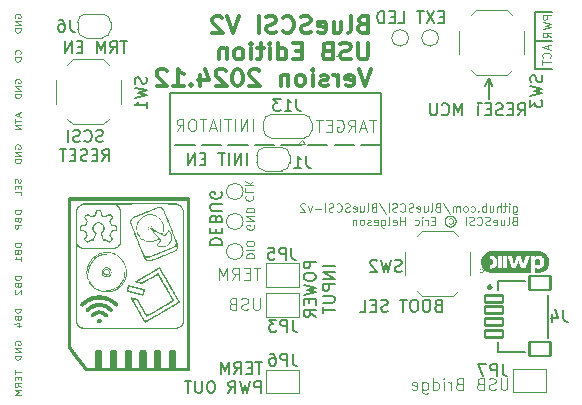
<source format=gbr>
%TF.GenerationSoftware,KiCad,Pcbnew,8.0.2*%
%TF.CreationDate,2024-12-18T21:07:28-06:00*%
%TF.ProjectId,Usb_Bridge,5573625f-4272-4696-9467-652e6b696361,rev?*%
%TF.SameCoordinates,Original*%
%TF.FileFunction,Legend,Bot*%
%TF.FilePolarity,Positive*%
%FSLAX46Y46*%
G04 Gerber Fmt 4.6, Leading zero omitted, Abs format (unit mm)*
G04 Created by KiCad (PCBNEW 8.0.2) date 2024-12-18 21:07:28*
%MOMM*%
%LPD*%
G01*
G04 APERTURE LIST*
G04 Aperture macros list*
%AMRoundRect*
0 Rectangle with rounded corners*
0 $1 Rounding radius*
0 $2 $3 $4 $5 $6 $7 $8 $9 X,Y pos of 4 corners*
0 Add a 4 corners polygon primitive as box body*
4,1,4,$2,$3,$4,$5,$6,$7,$8,$9,$2,$3,0*
0 Add four circle primitives for the rounded corners*
1,1,$1+$1,$2,$3*
1,1,$1+$1,$4,$5*
1,1,$1+$1,$6,$7*
1,1,$1+$1,$8,$9*
0 Add four rect primitives between the rounded corners*
20,1,$1+$1,$2,$3,$4,$5,0*
20,1,$1+$1,$4,$5,$6,$7,0*
20,1,$1+$1,$6,$7,$8,$9,0*
20,1,$1+$1,$8,$9,$2,$3,0*%
%AMFreePoly0*
4,1,19,0.000000,0.744911,0.071157,0.744911,0.207708,0.704816,0.327430,0.627875,0.420627,0.520320,0.479746,0.390866,0.500000,0.250000,0.500000,-0.250000,0.479746,-0.390866,0.420627,-0.520320,0.327430,-0.627875,0.207708,-0.704816,0.071157,-0.744911,0.000000,-0.744911,0.000000,-0.750000,-0.500000,-0.750000,-0.500000,0.750000,0.000000,0.750000,0.000000,0.744911,0.000000,0.744911,
$1*%
%AMFreePoly1*
4,1,19,0.500000,-0.750000,0.000000,-0.750000,0.000000,-0.744911,-0.071157,-0.744911,-0.207708,-0.704816,-0.327430,-0.627875,-0.420627,-0.520320,-0.479746,-0.390866,-0.500000,-0.250000,-0.500000,0.250000,-0.479746,0.390866,-0.420627,0.520320,-0.327430,0.627875,-0.207708,0.704816,-0.071157,0.744911,0.000000,0.744911,0.000000,0.750000,0.500000,0.750000,0.500000,-0.750000,0.500000,-0.750000,
$1*%
%AMFreePoly2*
4,1,6,1.000000,0.000000,0.500000,-0.750000,-0.500000,-0.750000,-0.500000,0.750000,0.500000,0.750000,1.000000,0.000000,1.000000,0.000000,$1*%
%AMFreePoly3*
4,1,6,0.500000,-0.750000,-0.650000,-0.750000,-0.150000,0.000000,-0.650000,0.750000,0.500000,0.750000,0.500000,-0.750000,0.500000,-0.750000,$1*%
%AMFreePoly4*
4,1,19,0.550000,-0.750000,0.000000,-0.750000,0.000000,-0.744911,-0.071157,-0.744911,-0.207708,-0.704816,-0.327430,-0.627875,-0.420627,-0.520320,-0.479746,-0.390866,-0.500000,-0.250000,-0.500000,0.250000,-0.479746,0.390866,-0.420627,0.520320,-0.327430,0.627875,-0.207708,0.704816,-0.071157,0.744911,0.000000,0.744911,0.000000,0.750000,0.550000,0.750000,0.550000,-0.750000,0.550000,-0.750000,
$1*%
%AMFreePoly5*
4,1,19,0.000000,0.744911,0.071157,0.744911,0.207708,0.704816,0.327430,0.627875,0.420627,0.520320,0.479746,0.390866,0.500000,0.250000,0.500000,-0.250000,0.479746,-0.390866,0.420627,-0.520320,0.327430,-0.627875,0.207708,-0.704816,0.071157,-0.744911,0.000000,-0.744911,0.000000,-0.750000,-0.550000,-0.750000,-0.550000,0.750000,0.000000,0.750000,0.000000,0.744911,0.000000,0.744911,
$1*%
G04 Aperture macros list end*
%ADD10C,0.150000*%
%ADD11C,0.100000*%
%ADD12C,0.300000*%
%ADD13C,0.120000*%
%ADD14C,0.127000*%
%ADD15C,0.000000*%
%ADD16R,3.480000X1.846667*%
%ADD17C,0.650000*%
%ADD18O,2.100000X1.000000*%
%ADD19O,1.800000X1.000000*%
%ADD20FreePoly0,0.000000*%
%ADD21FreePoly1,0.000000*%
%ADD22FreePoly2,180.000000*%
%ADD23FreePoly3,180.000000*%
%ADD24C,1.000000*%
%ADD25R,1.000000X0.750000*%
%ADD26RoundRect,0.102000X0.900000X-0.600000X0.900000X0.600000X-0.900000X0.600000X-0.900000X-0.600000X0*%
%ADD27RoundRect,0.102000X-0.775000X0.300000X-0.775000X-0.300000X0.775000X-0.300000X0.775000X0.300000X0*%
%ADD28FreePoly4,180.000000*%
%ADD29R,1.000000X1.500000*%
%ADD30FreePoly5,180.000000*%
%ADD31FreePoly2,0.000000*%
%ADD32FreePoly3,0.000000*%
G04 APERTURE END LIST*
D10*
X44500000Y10600000D02*
X44230000Y9970000D01*
X44510000Y10600000D02*
X44780000Y9970000D01*
X44500000Y10600000D02*
X44500000Y8820000D01*
X31700000Y12500000D02*
X31700000Y12500000D01*
X35350000Y4900000D02*
X33700000Y4900000D01*
X33100000Y4900000D02*
X31450000Y4900000D01*
X30850000Y4900000D02*
X29200000Y4900000D01*
X28600000Y4900000D02*
X26950000Y4900000D01*
X26350000Y4900000D02*
X24700000Y4900000D01*
X24100000Y4900000D02*
X22450000Y4900000D01*
X21850000Y4900000D02*
X20200000Y4900000D01*
X19600000Y4900000D02*
X17950000Y4900000D01*
X48450000Y16170000D02*
X49850000Y16170000D01*
X48460000Y11420000D02*
X48460000Y16180000D01*
X48460000Y11410000D02*
X49860000Y11410000D01*
X48460000Y13750000D02*
X49860000Y13750000D01*
X17520000Y9380000D02*
X35350000Y9380000D01*
X35350000Y2480000D01*
X17520000Y2480000D01*
X17520000Y9380000D01*
D11*
X4873609Y-6157932D02*
X4373609Y-6157932D01*
X4373609Y-6157932D02*
X4373609Y-6300789D01*
X4373609Y-6300789D02*
X4397419Y-6386503D01*
X4397419Y-6386503D02*
X4445038Y-6443646D01*
X4445038Y-6443646D02*
X4492657Y-6472217D01*
X4492657Y-6472217D02*
X4587895Y-6500789D01*
X4587895Y-6500789D02*
X4659323Y-6500789D01*
X4659323Y-6500789D02*
X4754561Y-6472217D01*
X4754561Y-6472217D02*
X4802180Y-6443646D01*
X4802180Y-6443646D02*
X4849800Y-6386503D01*
X4849800Y-6386503D02*
X4873609Y-6300789D01*
X4873609Y-6300789D02*
X4873609Y-6157932D01*
X4611704Y-6957932D02*
X4635514Y-7043646D01*
X4635514Y-7043646D02*
X4659323Y-7072217D01*
X4659323Y-7072217D02*
X4706942Y-7100789D01*
X4706942Y-7100789D02*
X4778371Y-7100789D01*
X4778371Y-7100789D02*
X4825990Y-7072217D01*
X4825990Y-7072217D02*
X4849800Y-7043646D01*
X4849800Y-7043646D02*
X4873609Y-6986503D01*
X4873609Y-6986503D02*
X4873609Y-6757932D01*
X4873609Y-6757932D02*
X4373609Y-6757932D01*
X4373609Y-6757932D02*
X4373609Y-6957932D01*
X4373609Y-6957932D02*
X4397419Y-7015075D01*
X4397419Y-7015075D02*
X4421228Y-7043646D01*
X4421228Y-7043646D02*
X4468847Y-7072217D01*
X4468847Y-7072217D02*
X4516466Y-7072217D01*
X4516466Y-7072217D02*
X4564085Y-7043646D01*
X4564085Y-7043646D02*
X4587895Y-7015075D01*
X4587895Y-7015075D02*
X4611704Y-6957932D01*
X4611704Y-6957932D02*
X4611704Y-6757932D01*
X4421228Y-7329360D02*
X4397419Y-7357932D01*
X4397419Y-7357932D02*
X4373609Y-7415075D01*
X4373609Y-7415075D02*
X4373609Y-7557932D01*
X4373609Y-7557932D02*
X4397419Y-7615075D01*
X4397419Y-7615075D02*
X4421228Y-7643646D01*
X4421228Y-7643646D02*
X4468847Y-7672217D01*
X4468847Y-7672217D02*
X4516466Y-7672217D01*
X4516466Y-7672217D02*
X4587895Y-7643646D01*
X4587895Y-7643646D02*
X4873609Y-7300789D01*
X4873609Y-7300789D02*
X4873609Y-7672217D01*
X49768633Y15953334D02*
X49068633Y15953334D01*
X49068633Y15953334D02*
X49068633Y15686667D01*
X49068633Y15686667D02*
X49101966Y15620000D01*
X49101966Y15620000D02*
X49135300Y15586667D01*
X49135300Y15586667D02*
X49201966Y15553334D01*
X49201966Y15553334D02*
X49301966Y15553334D01*
X49301966Y15553334D02*
X49368633Y15586667D01*
X49368633Y15586667D02*
X49401966Y15620000D01*
X49401966Y15620000D02*
X49435300Y15686667D01*
X49435300Y15686667D02*
X49435300Y15953334D01*
X49068633Y15320000D02*
X49768633Y15153334D01*
X49768633Y15153334D02*
X49268633Y15020000D01*
X49268633Y15020000D02*
X49768633Y14886667D01*
X49768633Y14886667D02*
X49068633Y14720000D01*
X49768633Y14053334D02*
X49435300Y14286667D01*
X49768633Y14453334D02*
X49068633Y14453334D01*
X49068633Y14453334D02*
X49068633Y14186667D01*
X49068633Y14186667D02*
X49101966Y14120000D01*
X49101966Y14120000D02*
X49135300Y14086667D01*
X49135300Y14086667D02*
X49201966Y14053334D01*
X49201966Y14053334D02*
X49301966Y14053334D01*
X49301966Y14053334D02*
X49368633Y14086667D01*
X49368633Y14086667D02*
X49401966Y14120000D01*
X49401966Y14120000D02*
X49435300Y14186667D01*
X49435300Y14186667D02*
X49435300Y14453334D01*
D10*
X40191428Y-8646009D02*
X40048571Y-8693628D01*
X40048571Y-8693628D02*
X40000952Y-8741247D01*
X40000952Y-8741247D02*
X39953333Y-8836485D01*
X39953333Y-8836485D02*
X39953333Y-8979342D01*
X39953333Y-8979342D02*
X40000952Y-9074580D01*
X40000952Y-9074580D02*
X40048571Y-9122200D01*
X40048571Y-9122200D02*
X40143809Y-9169819D01*
X40143809Y-9169819D02*
X40524761Y-9169819D01*
X40524761Y-9169819D02*
X40524761Y-8169819D01*
X40524761Y-8169819D02*
X40191428Y-8169819D01*
X40191428Y-8169819D02*
X40096190Y-8217438D01*
X40096190Y-8217438D02*
X40048571Y-8265057D01*
X40048571Y-8265057D02*
X40000952Y-8360295D01*
X40000952Y-8360295D02*
X40000952Y-8455533D01*
X40000952Y-8455533D02*
X40048571Y-8550771D01*
X40048571Y-8550771D02*
X40096190Y-8598390D01*
X40096190Y-8598390D02*
X40191428Y-8646009D01*
X40191428Y-8646009D02*
X40524761Y-8646009D01*
X39334285Y-8169819D02*
X39143809Y-8169819D01*
X39143809Y-8169819D02*
X39048571Y-8217438D01*
X39048571Y-8217438D02*
X38953333Y-8312676D01*
X38953333Y-8312676D02*
X38905714Y-8503152D01*
X38905714Y-8503152D02*
X38905714Y-8836485D01*
X38905714Y-8836485D02*
X38953333Y-9026961D01*
X38953333Y-9026961D02*
X39048571Y-9122200D01*
X39048571Y-9122200D02*
X39143809Y-9169819D01*
X39143809Y-9169819D02*
X39334285Y-9169819D01*
X39334285Y-9169819D02*
X39429523Y-9122200D01*
X39429523Y-9122200D02*
X39524761Y-9026961D01*
X39524761Y-9026961D02*
X39572380Y-8836485D01*
X39572380Y-8836485D02*
X39572380Y-8503152D01*
X39572380Y-8503152D02*
X39524761Y-8312676D01*
X39524761Y-8312676D02*
X39429523Y-8217438D01*
X39429523Y-8217438D02*
X39334285Y-8169819D01*
X38286666Y-8169819D02*
X38096190Y-8169819D01*
X38096190Y-8169819D02*
X38000952Y-8217438D01*
X38000952Y-8217438D02*
X37905714Y-8312676D01*
X37905714Y-8312676D02*
X37858095Y-8503152D01*
X37858095Y-8503152D02*
X37858095Y-8836485D01*
X37858095Y-8836485D02*
X37905714Y-9026961D01*
X37905714Y-9026961D02*
X38000952Y-9122200D01*
X38000952Y-9122200D02*
X38096190Y-9169819D01*
X38096190Y-9169819D02*
X38286666Y-9169819D01*
X38286666Y-9169819D02*
X38381904Y-9122200D01*
X38381904Y-9122200D02*
X38477142Y-9026961D01*
X38477142Y-9026961D02*
X38524761Y-8836485D01*
X38524761Y-8836485D02*
X38524761Y-8503152D01*
X38524761Y-8503152D02*
X38477142Y-8312676D01*
X38477142Y-8312676D02*
X38381904Y-8217438D01*
X38381904Y-8217438D02*
X38286666Y-8169819D01*
X37572380Y-8169819D02*
X37000952Y-8169819D01*
X37286666Y-9169819D02*
X37286666Y-8169819D01*
X35953332Y-9122200D02*
X35810475Y-9169819D01*
X35810475Y-9169819D02*
X35572380Y-9169819D01*
X35572380Y-9169819D02*
X35477142Y-9122200D01*
X35477142Y-9122200D02*
X35429523Y-9074580D01*
X35429523Y-9074580D02*
X35381904Y-8979342D01*
X35381904Y-8979342D02*
X35381904Y-8884104D01*
X35381904Y-8884104D02*
X35429523Y-8788866D01*
X35429523Y-8788866D02*
X35477142Y-8741247D01*
X35477142Y-8741247D02*
X35572380Y-8693628D01*
X35572380Y-8693628D02*
X35762856Y-8646009D01*
X35762856Y-8646009D02*
X35858094Y-8598390D01*
X35858094Y-8598390D02*
X35905713Y-8550771D01*
X35905713Y-8550771D02*
X35953332Y-8455533D01*
X35953332Y-8455533D02*
X35953332Y-8360295D01*
X35953332Y-8360295D02*
X35905713Y-8265057D01*
X35905713Y-8265057D02*
X35858094Y-8217438D01*
X35858094Y-8217438D02*
X35762856Y-8169819D01*
X35762856Y-8169819D02*
X35524761Y-8169819D01*
X35524761Y-8169819D02*
X35381904Y-8217438D01*
X34953332Y-8646009D02*
X34619999Y-8646009D01*
X34477142Y-9169819D02*
X34953332Y-9169819D01*
X34953332Y-9169819D02*
X34953332Y-8169819D01*
X34953332Y-8169819D02*
X34477142Y-8169819D01*
X33572380Y-9169819D02*
X34048570Y-9169819D01*
X34048570Y-9169819D02*
X34048570Y-8169819D01*
D11*
X4397419Y15716354D02*
X4373609Y15773496D01*
X4373609Y15773496D02*
X4373609Y15859211D01*
X4373609Y15859211D02*
X4397419Y15944925D01*
X4397419Y15944925D02*
X4445038Y16002068D01*
X4445038Y16002068D02*
X4492657Y16030639D01*
X4492657Y16030639D02*
X4587895Y16059211D01*
X4587895Y16059211D02*
X4659323Y16059211D01*
X4659323Y16059211D02*
X4754561Y16030639D01*
X4754561Y16030639D02*
X4802180Y16002068D01*
X4802180Y16002068D02*
X4849800Y15944925D01*
X4849800Y15944925D02*
X4873609Y15859211D01*
X4873609Y15859211D02*
X4873609Y15802068D01*
X4873609Y15802068D02*
X4849800Y15716354D01*
X4849800Y15716354D02*
X4825990Y15687782D01*
X4825990Y15687782D02*
X4659323Y15687782D01*
X4659323Y15687782D02*
X4659323Y15802068D01*
X4873609Y15430639D02*
X4373609Y15430639D01*
X4373609Y15430639D02*
X4873609Y15087782D01*
X4873609Y15087782D02*
X4373609Y15087782D01*
X4873609Y14802068D02*
X4373609Y14802068D01*
X4373609Y14802068D02*
X4373609Y14659211D01*
X4373609Y14659211D02*
X4397419Y14573497D01*
X4397419Y14573497D02*
X4445038Y14516354D01*
X4445038Y14516354D02*
X4492657Y14487783D01*
X4492657Y14487783D02*
X4587895Y14459211D01*
X4587895Y14459211D02*
X4659323Y14459211D01*
X4659323Y14459211D02*
X4754561Y14487783D01*
X4754561Y14487783D02*
X4802180Y14516354D01*
X4802180Y14516354D02*
X4849800Y14573497D01*
X4849800Y14573497D02*
X4873609Y14659211D01*
X4873609Y14659211D02*
X4873609Y14802068D01*
X46086115Y-14792419D02*
X46086115Y-15601942D01*
X46086115Y-15601942D02*
X46038496Y-15697180D01*
X46038496Y-15697180D02*
X45990877Y-15744800D01*
X45990877Y-15744800D02*
X45895639Y-15792419D01*
X45895639Y-15792419D02*
X45705163Y-15792419D01*
X45705163Y-15792419D02*
X45609925Y-15744800D01*
X45609925Y-15744800D02*
X45562306Y-15697180D01*
X45562306Y-15697180D02*
X45514687Y-15601942D01*
X45514687Y-15601942D02*
X45514687Y-14792419D01*
X45086115Y-15744800D02*
X44943258Y-15792419D01*
X44943258Y-15792419D02*
X44705163Y-15792419D01*
X44705163Y-15792419D02*
X44609925Y-15744800D01*
X44609925Y-15744800D02*
X44562306Y-15697180D01*
X44562306Y-15697180D02*
X44514687Y-15601942D01*
X44514687Y-15601942D02*
X44514687Y-15506704D01*
X44514687Y-15506704D02*
X44562306Y-15411466D01*
X44562306Y-15411466D02*
X44609925Y-15363847D01*
X44609925Y-15363847D02*
X44705163Y-15316228D01*
X44705163Y-15316228D02*
X44895639Y-15268609D01*
X44895639Y-15268609D02*
X44990877Y-15220990D01*
X44990877Y-15220990D02*
X45038496Y-15173371D01*
X45038496Y-15173371D02*
X45086115Y-15078133D01*
X45086115Y-15078133D02*
X45086115Y-14982895D01*
X45086115Y-14982895D02*
X45038496Y-14887657D01*
X45038496Y-14887657D02*
X44990877Y-14840038D01*
X44990877Y-14840038D02*
X44895639Y-14792419D01*
X44895639Y-14792419D02*
X44657544Y-14792419D01*
X44657544Y-14792419D02*
X44514687Y-14840038D01*
X43752782Y-15268609D02*
X43609925Y-15316228D01*
X43609925Y-15316228D02*
X43562306Y-15363847D01*
X43562306Y-15363847D02*
X43514687Y-15459085D01*
X43514687Y-15459085D02*
X43514687Y-15601942D01*
X43514687Y-15601942D02*
X43562306Y-15697180D01*
X43562306Y-15697180D02*
X43609925Y-15744800D01*
X43609925Y-15744800D02*
X43705163Y-15792419D01*
X43705163Y-15792419D02*
X44086115Y-15792419D01*
X44086115Y-15792419D02*
X44086115Y-14792419D01*
X44086115Y-14792419D02*
X43752782Y-14792419D01*
X43752782Y-14792419D02*
X43657544Y-14840038D01*
X43657544Y-14840038D02*
X43609925Y-14887657D01*
X43609925Y-14887657D02*
X43562306Y-14982895D01*
X43562306Y-14982895D02*
X43562306Y-15078133D01*
X43562306Y-15078133D02*
X43609925Y-15173371D01*
X43609925Y-15173371D02*
X43657544Y-15220990D01*
X43657544Y-15220990D02*
X43752782Y-15268609D01*
X43752782Y-15268609D02*
X44086115Y-15268609D01*
X41990877Y-15268609D02*
X41848020Y-15316228D01*
X41848020Y-15316228D02*
X41800401Y-15363847D01*
X41800401Y-15363847D02*
X41752782Y-15459085D01*
X41752782Y-15459085D02*
X41752782Y-15601942D01*
X41752782Y-15601942D02*
X41800401Y-15697180D01*
X41800401Y-15697180D02*
X41848020Y-15744800D01*
X41848020Y-15744800D02*
X41943258Y-15792419D01*
X41943258Y-15792419D02*
X42324210Y-15792419D01*
X42324210Y-15792419D02*
X42324210Y-14792419D01*
X42324210Y-14792419D02*
X41990877Y-14792419D01*
X41990877Y-14792419D02*
X41895639Y-14840038D01*
X41895639Y-14840038D02*
X41848020Y-14887657D01*
X41848020Y-14887657D02*
X41800401Y-14982895D01*
X41800401Y-14982895D02*
X41800401Y-15078133D01*
X41800401Y-15078133D02*
X41848020Y-15173371D01*
X41848020Y-15173371D02*
X41895639Y-15220990D01*
X41895639Y-15220990D02*
X41990877Y-15268609D01*
X41990877Y-15268609D02*
X42324210Y-15268609D01*
X41324210Y-15792419D02*
X41324210Y-15125752D01*
X41324210Y-15316228D02*
X41276591Y-15220990D01*
X41276591Y-15220990D02*
X41228972Y-15173371D01*
X41228972Y-15173371D02*
X41133734Y-15125752D01*
X41133734Y-15125752D02*
X41038496Y-15125752D01*
X40705162Y-15792419D02*
X40705162Y-15125752D01*
X40705162Y-14792419D02*
X40752781Y-14840038D01*
X40752781Y-14840038D02*
X40705162Y-14887657D01*
X40705162Y-14887657D02*
X40657543Y-14840038D01*
X40657543Y-14840038D02*
X40705162Y-14792419D01*
X40705162Y-14792419D02*
X40705162Y-14887657D01*
X39800401Y-15792419D02*
X39800401Y-14792419D01*
X39800401Y-15744800D02*
X39895639Y-15792419D01*
X39895639Y-15792419D02*
X40086115Y-15792419D01*
X40086115Y-15792419D02*
X40181353Y-15744800D01*
X40181353Y-15744800D02*
X40228972Y-15697180D01*
X40228972Y-15697180D02*
X40276591Y-15601942D01*
X40276591Y-15601942D02*
X40276591Y-15316228D01*
X40276591Y-15316228D02*
X40228972Y-15220990D01*
X40228972Y-15220990D02*
X40181353Y-15173371D01*
X40181353Y-15173371D02*
X40086115Y-15125752D01*
X40086115Y-15125752D02*
X39895639Y-15125752D01*
X39895639Y-15125752D02*
X39800401Y-15173371D01*
X38895639Y-15125752D02*
X38895639Y-15935276D01*
X38895639Y-15935276D02*
X38943258Y-16030514D01*
X38943258Y-16030514D02*
X38990877Y-16078133D01*
X38990877Y-16078133D02*
X39086115Y-16125752D01*
X39086115Y-16125752D02*
X39228972Y-16125752D01*
X39228972Y-16125752D02*
X39324210Y-16078133D01*
X38895639Y-15744800D02*
X38990877Y-15792419D01*
X38990877Y-15792419D02*
X39181353Y-15792419D01*
X39181353Y-15792419D02*
X39276591Y-15744800D01*
X39276591Y-15744800D02*
X39324210Y-15697180D01*
X39324210Y-15697180D02*
X39371829Y-15601942D01*
X39371829Y-15601942D02*
X39371829Y-15316228D01*
X39371829Y-15316228D02*
X39324210Y-15220990D01*
X39324210Y-15220990D02*
X39276591Y-15173371D01*
X39276591Y-15173371D02*
X39181353Y-15125752D01*
X39181353Y-15125752D02*
X38990877Y-15125752D01*
X38990877Y-15125752D02*
X38895639Y-15173371D01*
X38038496Y-15744800D02*
X38133734Y-15792419D01*
X38133734Y-15792419D02*
X38324210Y-15792419D01*
X38324210Y-15792419D02*
X38419448Y-15744800D01*
X38419448Y-15744800D02*
X38467067Y-15649561D01*
X38467067Y-15649561D02*
X38467067Y-15268609D01*
X38467067Y-15268609D02*
X38419448Y-15173371D01*
X38419448Y-15173371D02*
X38324210Y-15125752D01*
X38324210Y-15125752D02*
X38133734Y-15125752D01*
X38133734Y-15125752D02*
X38038496Y-15173371D01*
X38038496Y-15173371D02*
X37990877Y-15268609D01*
X37990877Y-15268609D02*
X37990877Y-15363847D01*
X37990877Y-15363847D02*
X38467067Y-15459085D01*
X4873609Y-3387932D02*
X4373609Y-3387932D01*
X4373609Y-3387932D02*
X4373609Y-3530789D01*
X4373609Y-3530789D02*
X4397419Y-3616503D01*
X4397419Y-3616503D02*
X4445038Y-3673646D01*
X4445038Y-3673646D02*
X4492657Y-3702217D01*
X4492657Y-3702217D02*
X4587895Y-3730789D01*
X4587895Y-3730789D02*
X4659323Y-3730789D01*
X4659323Y-3730789D02*
X4754561Y-3702217D01*
X4754561Y-3702217D02*
X4802180Y-3673646D01*
X4802180Y-3673646D02*
X4849800Y-3616503D01*
X4849800Y-3616503D02*
X4873609Y-3530789D01*
X4873609Y-3530789D02*
X4873609Y-3387932D01*
X4611704Y-4187932D02*
X4635514Y-4273646D01*
X4635514Y-4273646D02*
X4659323Y-4302217D01*
X4659323Y-4302217D02*
X4706942Y-4330789D01*
X4706942Y-4330789D02*
X4778371Y-4330789D01*
X4778371Y-4330789D02*
X4825990Y-4302217D01*
X4825990Y-4302217D02*
X4849800Y-4273646D01*
X4849800Y-4273646D02*
X4873609Y-4216503D01*
X4873609Y-4216503D02*
X4873609Y-3987932D01*
X4873609Y-3987932D02*
X4373609Y-3987932D01*
X4373609Y-3987932D02*
X4373609Y-4187932D01*
X4373609Y-4187932D02*
X4397419Y-4245075D01*
X4397419Y-4245075D02*
X4421228Y-4273646D01*
X4421228Y-4273646D02*
X4468847Y-4302217D01*
X4468847Y-4302217D02*
X4516466Y-4302217D01*
X4516466Y-4302217D02*
X4564085Y-4273646D01*
X4564085Y-4273646D02*
X4587895Y-4245075D01*
X4587895Y-4245075D02*
X4611704Y-4187932D01*
X4611704Y-4187932D02*
X4611704Y-3987932D01*
X4873609Y-4902217D02*
X4873609Y-4559360D01*
X4873609Y-4730789D02*
X4373609Y-4730789D01*
X4373609Y-4730789D02*
X4445038Y-4673646D01*
X4445038Y-4673646D02*
X4492657Y-4616503D01*
X4492657Y-4616503D02*
X4516466Y-4559360D01*
X24637533Y-1830877D02*
X24670866Y-1897544D01*
X24670866Y-1897544D02*
X24670866Y-1997544D01*
X24670866Y-1997544D02*
X24637533Y-2097544D01*
X24637533Y-2097544D02*
X24570866Y-2164211D01*
X24570866Y-2164211D02*
X24504200Y-2197544D01*
X24504200Y-2197544D02*
X24370866Y-2230877D01*
X24370866Y-2230877D02*
X24270866Y-2230877D01*
X24270866Y-2230877D02*
X24137533Y-2197544D01*
X24137533Y-2197544D02*
X24070866Y-2164211D01*
X24070866Y-2164211D02*
X24004200Y-2097544D01*
X24004200Y-2097544D02*
X23970866Y-1997544D01*
X23970866Y-1997544D02*
X23970866Y-1930877D01*
X23970866Y-1930877D02*
X24004200Y-1830877D01*
X24004200Y-1830877D02*
X24037533Y-1797544D01*
X24037533Y-1797544D02*
X24270866Y-1797544D01*
X24270866Y-1797544D02*
X24270866Y-1930877D01*
X23970866Y-1497544D02*
X24670866Y-1497544D01*
X24670866Y-1497544D02*
X23970866Y-1097544D01*
X23970866Y-1097544D02*
X24670866Y-1097544D01*
X23970866Y-764211D02*
X24670866Y-764211D01*
X24670866Y-764211D02*
X24670866Y-597544D01*
X24670866Y-597544D02*
X24637533Y-497544D01*
X24637533Y-497544D02*
X24570866Y-430878D01*
X24570866Y-430878D02*
X24504200Y-397544D01*
X24504200Y-397544D02*
X24370866Y-364211D01*
X24370866Y-364211D02*
X24270866Y-364211D01*
X24270866Y-364211D02*
X24137533Y-397544D01*
X24137533Y-397544D02*
X24070866Y-430878D01*
X24070866Y-430878D02*
X24004200Y-497544D01*
X24004200Y-497544D02*
X23970866Y-597544D01*
X23970866Y-597544D02*
X23970866Y-764211D01*
D10*
X20920180Y-3528094D02*
X21920180Y-3528094D01*
X21920180Y-3528094D02*
X21920180Y-3289999D01*
X21920180Y-3289999D02*
X21872561Y-3147142D01*
X21872561Y-3147142D02*
X21777323Y-3051904D01*
X21777323Y-3051904D02*
X21682085Y-3004285D01*
X21682085Y-3004285D02*
X21491609Y-2956666D01*
X21491609Y-2956666D02*
X21348752Y-2956666D01*
X21348752Y-2956666D02*
X21158276Y-3004285D01*
X21158276Y-3004285D02*
X21063038Y-3051904D01*
X21063038Y-3051904D02*
X20967800Y-3147142D01*
X20967800Y-3147142D02*
X20920180Y-3289999D01*
X20920180Y-3289999D02*
X20920180Y-3528094D01*
X21443990Y-2528094D02*
X21443990Y-2194761D01*
X20920180Y-2051904D02*
X20920180Y-2528094D01*
X20920180Y-2528094D02*
X21920180Y-2528094D01*
X21920180Y-2528094D02*
X21920180Y-2051904D01*
X21443990Y-1289999D02*
X21396371Y-1147142D01*
X21396371Y-1147142D02*
X21348752Y-1099523D01*
X21348752Y-1099523D02*
X21253514Y-1051904D01*
X21253514Y-1051904D02*
X21110657Y-1051904D01*
X21110657Y-1051904D02*
X21015419Y-1099523D01*
X21015419Y-1099523D02*
X20967800Y-1147142D01*
X20967800Y-1147142D02*
X20920180Y-1242380D01*
X20920180Y-1242380D02*
X20920180Y-1623332D01*
X20920180Y-1623332D02*
X21920180Y-1623332D01*
X21920180Y-1623332D02*
X21920180Y-1289999D01*
X21920180Y-1289999D02*
X21872561Y-1194761D01*
X21872561Y-1194761D02*
X21824942Y-1147142D01*
X21824942Y-1147142D02*
X21729704Y-1099523D01*
X21729704Y-1099523D02*
X21634466Y-1099523D01*
X21634466Y-1099523D02*
X21539228Y-1147142D01*
X21539228Y-1147142D02*
X21491609Y-1194761D01*
X21491609Y-1194761D02*
X21443990Y-1289999D01*
X21443990Y-1289999D02*
X21443990Y-1623332D01*
X21920180Y-623332D02*
X21110657Y-623332D01*
X21110657Y-623332D02*
X21015419Y-575713D01*
X21015419Y-575713D02*
X20967800Y-528094D01*
X20967800Y-528094D02*
X20920180Y-432856D01*
X20920180Y-432856D02*
X20920180Y-242380D01*
X20920180Y-242380D02*
X20967800Y-147142D01*
X20967800Y-147142D02*
X21015419Y-99523D01*
X21015419Y-99523D02*
X21110657Y-51904D01*
X21110657Y-51904D02*
X21920180Y-51904D01*
X21872561Y948096D02*
X21920180Y852858D01*
X21920180Y852858D02*
X21920180Y710001D01*
X21920180Y710001D02*
X21872561Y567144D01*
X21872561Y567144D02*
X21777323Y471906D01*
X21777323Y471906D02*
X21682085Y424287D01*
X21682085Y424287D02*
X21491609Y376668D01*
X21491609Y376668D02*
X21348752Y376668D01*
X21348752Y376668D02*
X21158276Y424287D01*
X21158276Y424287D02*
X21063038Y471906D01*
X21063038Y471906D02*
X20967800Y567144D01*
X20967800Y567144D02*
X20920180Y710001D01*
X20920180Y710001D02*
X20920180Y805239D01*
X20920180Y805239D02*
X20967800Y948096D01*
X20967800Y948096D02*
X21015419Y995715D01*
X21015419Y995715D02*
X21348752Y995715D01*
X21348752Y995715D02*
X21348752Y805239D01*
D11*
X49548633Y13363333D02*
X49548633Y13030000D01*
X49748633Y13430000D02*
X49048633Y13196666D01*
X49048633Y13196666D02*
X49748633Y12963333D01*
X49681966Y12330000D02*
X49715300Y12363333D01*
X49715300Y12363333D02*
X49748633Y12463333D01*
X49748633Y12463333D02*
X49748633Y12530000D01*
X49748633Y12530000D02*
X49715300Y12630000D01*
X49715300Y12630000D02*
X49648633Y12696666D01*
X49648633Y12696666D02*
X49581966Y12730000D01*
X49581966Y12730000D02*
X49448633Y12763333D01*
X49448633Y12763333D02*
X49348633Y12763333D01*
X49348633Y12763333D02*
X49215300Y12730000D01*
X49215300Y12730000D02*
X49148633Y12696666D01*
X49148633Y12696666D02*
X49081966Y12630000D01*
X49081966Y12630000D02*
X49048633Y12530000D01*
X49048633Y12530000D02*
X49048633Y12463333D01*
X49048633Y12463333D02*
X49081966Y12363333D01*
X49081966Y12363333D02*
X49115300Y12330000D01*
X49048633Y12130000D02*
X49048633Y11730000D01*
X49748633Y11930000D02*
X49048633Y11930000D01*
X46587544Y-248486D02*
X46587544Y-815153D01*
X46587544Y-815153D02*
X46620877Y-881820D01*
X46620877Y-881820D02*
X46654211Y-915153D01*
X46654211Y-915153D02*
X46720877Y-948486D01*
X46720877Y-948486D02*
X46820877Y-948486D01*
X46820877Y-948486D02*
X46887544Y-915153D01*
X46587544Y-681820D02*
X46654211Y-715153D01*
X46654211Y-715153D02*
X46787544Y-715153D01*
X46787544Y-715153D02*
X46854211Y-681820D01*
X46854211Y-681820D02*
X46887544Y-648486D01*
X46887544Y-648486D02*
X46920877Y-581820D01*
X46920877Y-581820D02*
X46920877Y-381820D01*
X46920877Y-381820D02*
X46887544Y-315153D01*
X46887544Y-315153D02*
X46854211Y-281820D01*
X46854211Y-281820D02*
X46787544Y-248486D01*
X46787544Y-248486D02*
X46654211Y-248486D01*
X46654211Y-248486D02*
X46587544Y-281820D01*
X46254211Y-715153D02*
X46254211Y-248486D01*
X46254211Y-15153D02*
X46287544Y-48486D01*
X46287544Y-48486D02*
X46254211Y-81820D01*
X46254211Y-81820D02*
X46220878Y-48486D01*
X46220878Y-48486D02*
X46254211Y-15153D01*
X46254211Y-15153D02*
X46254211Y-81820D01*
X46020878Y-248486D02*
X45754211Y-248486D01*
X45920878Y-15153D02*
X45920878Y-615153D01*
X45920878Y-615153D02*
X45887545Y-681820D01*
X45887545Y-681820D02*
X45820878Y-715153D01*
X45820878Y-715153D02*
X45754211Y-715153D01*
X45520878Y-715153D02*
X45520878Y-15153D01*
X45220878Y-715153D02*
X45220878Y-348486D01*
X45220878Y-348486D02*
X45254211Y-281820D01*
X45254211Y-281820D02*
X45320878Y-248486D01*
X45320878Y-248486D02*
X45420878Y-248486D01*
X45420878Y-248486D02*
X45487545Y-281820D01*
X45487545Y-281820D02*
X45520878Y-315153D01*
X44587545Y-248486D02*
X44587545Y-715153D01*
X44887545Y-248486D02*
X44887545Y-615153D01*
X44887545Y-615153D02*
X44854212Y-681820D01*
X44854212Y-681820D02*
X44787545Y-715153D01*
X44787545Y-715153D02*
X44687545Y-715153D01*
X44687545Y-715153D02*
X44620878Y-681820D01*
X44620878Y-681820D02*
X44587545Y-648486D01*
X44254212Y-715153D02*
X44254212Y-15153D01*
X44254212Y-281820D02*
X44187545Y-248486D01*
X44187545Y-248486D02*
X44054212Y-248486D01*
X44054212Y-248486D02*
X43987545Y-281820D01*
X43987545Y-281820D02*
X43954212Y-315153D01*
X43954212Y-315153D02*
X43920879Y-381820D01*
X43920879Y-381820D02*
X43920879Y-581820D01*
X43920879Y-581820D02*
X43954212Y-648486D01*
X43954212Y-648486D02*
X43987545Y-681820D01*
X43987545Y-681820D02*
X44054212Y-715153D01*
X44054212Y-715153D02*
X44187545Y-715153D01*
X44187545Y-715153D02*
X44254212Y-681820D01*
X43620879Y-648486D02*
X43587546Y-681820D01*
X43587546Y-681820D02*
X43620879Y-715153D01*
X43620879Y-715153D02*
X43654212Y-681820D01*
X43654212Y-681820D02*
X43620879Y-648486D01*
X43620879Y-648486D02*
X43620879Y-715153D01*
X42987546Y-681820D02*
X43054213Y-715153D01*
X43054213Y-715153D02*
X43187546Y-715153D01*
X43187546Y-715153D02*
X43254213Y-681820D01*
X43254213Y-681820D02*
X43287546Y-648486D01*
X43287546Y-648486D02*
X43320879Y-581820D01*
X43320879Y-581820D02*
X43320879Y-381820D01*
X43320879Y-381820D02*
X43287546Y-315153D01*
X43287546Y-315153D02*
X43254213Y-281820D01*
X43254213Y-281820D02*
X43187546Y-248486D01*
X43187546Y-248486D02*
X43054213Y-248486D01*
X43054213Y-248486D02*
X42987546Y-281820D01*
X42587546Y-715153D02*
X42654213Y-681820D01*
X42654213Y-681820D02*
X42687546Y-648486D01*
X42687546Y-648486D02*
X42720879Y-581820D01*
X42720879Y-581820D02*
X42720879Y-381820D01*
X42720879Y-381820D02*
X42687546Y-315153D01*
X42687546Y-315153D02*
X42654213Y-281820D01*
X42654213Y-281820D02*
X42587546Y-248486D01*
X42587546Y-248486D02*
X42487546Y-248486D01*
X42487546Y-248486D02*
X42420879Y-281820D01*
X42420879Y-281820D02*
X42387546Y-315153D01*
X42387546Y-315153D02*
X42354213Y-381820D01*
X42354213Y-381820D02*
X42354213Y-581820D01*
X42354213Y-581820D02*
X42387546Y-648486D01*
X42387546Y-648486D02*
X42420879Y-681820D01*
X42420879Y-681820D02*
X42487546Y-715153D01*
X42487546Y-715153D02*
X42587546Y-715153D01*
X42054213Y-715153D02*
X42054213Y-248486D01*
X42054213Y-315153D02*
X42020880Y-281820D01*
X42020880Y-281820D02*
X41954213Y-248486D01*
X41954213Y-248486D02*
X41854213Y-248486D01*
X41854213Y-248486D02*
X41787546Y-281820D01*
X41787546Y-281820D02*
X41754213Y-348486D01*
X41754213Y-348486D02*
X41754213Y-715153D01*
X41754213Y-348486D02*
X41720880Y-281820D01*
X41720880Y-281820D02*
X41654213Y-248486D01*
X41654213Y-248486D02*
X41554213Y-248486D01*
X41554213Y-248486D02*
X41487546Y-281820D01*
X41487546Y-281820D02*
X41454213Y-348486D01*
X41454213Y-348486D02*
X41454213Y-715153D01*
X40620880Y18180D02*
X41220880Y-881820D01*
X40154214Y-348486D02*
X40054214Y-381820D01*
X40054214Y-381820D02*
X40020880Y-415153D01*
X40020880Y-415153D02*
X39987547Y-481820D01*
X39987547Y-481820D02*
X39987547Y-581820D01*
X39987547Y-581820D02*
X40020880Y-648486D01*
X40020880Y-648486D02*
X40054214Y-681820D01*
X40054214Y-681820D02*
X40120880Y-715153D01*
X40120880Y-715153D02*
X40387547Y-715153D01*
X40387547Y-715153D02*
X40387547Y-15153D01*
X40387547Y-15153D02*
X40154214Y-15153D01*
X40154214Y-15153D02*
X40087547Y-48486D01*
X40087547Y-48486D02*
X40054214Y-81820D01*
X40054214Y-81820D02*
X40020880Y-148486D01*
X40020880Y-148486D02*
X40020880Y-215153D01*
X40020880Y-215153D02*
X40054214Y-281820D01*
X40054214Y-281820D02*
X40087547Y-315153D01*
X40087547Y-315153D02*
X40154214Y-348486D01*
X40154214Y-348486D02*
X40387547Y-348486D01*
X39587547Y-715153D02*
X39654214Y-681820D01*
X39654214Y-681820D02*
X39687547Y-615153D01*
X39687547Y-615153D02*
X39687547Y-15153D01*
X39020880Y-248486D02*
X39020880Y-715153D01*
X39320880Y-248486D02*
X39320880Y-615153D01*
X39320880Y-615153D02*
X39287547Y-681820D01*
X39287547Y-681820D02*
X39220880Y-715153D01*
X39220880Y-715153D02*
X39120880Y-715153D01*
X39120880Y-715153D02*
X39054213Y-681820D01*
X39054213Y-681820D02*
X39020880Y-648486D01*
X38420880Y-681820D02*
X38487547Y-715153D01*
X38487547Y-715153D02*
X38620880Y-715153D01*
X38620880Y-715153D02*
X38687547Y-681820D01*
X38687547Y-681820D02*
X38720880Y-615153D01*
X38720880Y-615153D02*
X38720880Y-348486D01*
X38720880Y-348486D02*
X38687547Y-281820D01*
X38687547Y-281820D02*
X38620880Y-248486D01*
X38620880Y-248486D02*
X38487547Y-248486D01*
X38487547Y-248486D02*
X38420880Y-281820D01*
X38420880Y-281820D02*
X38387547Y-348486D01*
X38387547Y-348486D02*
X38387547Y-415153D01*
X38387547Y-415153D02*
X38720880Y-481820D01*
X38120880Y-681820D02*
X38020880Y-715153D01*
X38020880Y-715153D02*
X37854214Y-715153D01*
X37854214Y-715153D02*
X37787547Y-681820D01*
X37787547Y-681820D02*
X37754214Y-648486D01*
X37754214Y-648486D02*
X37720880Y-581820D01*
X37720880Y-581820D02*
X37720880Y-515153D01*
X37720880Y-515153D02*
X37754214Y-448486D01*
X37754214Y-448486D02*
X37787547Y-415153D01*
X37787547Y-415153D02*
X37854214Y-381820D01*
X37854214Y-381820D02*
X37987547Y-348486D01*
X37987547Y-348486D02*
X38054214Y-315153D01*
X38054214Y-315153D02*
X38087547Y-281820D01*
X38087547Y-281820D02*
X38120880Y-215153D01*
X38120880Y-215153D02*
X38120880Y-148486D01*
X38120880Y-148486D02*
X38087547Y-81820D01*
X38087547Y-81820D02*
X38054214Y-48486D01*
X38054214Y-48486D02*
X37987547Y-15153D01*
X37987547Y-15153D02*
X37820880Y-15153D01*
X37820880Y-15153D02*
X37720880Y-48486D01*
X37020880Y-648486D02*
X37054213Y-681820D01*
X37054213Y-681820D02*
X37154213Y-715153D01*
X37154213Y-715153D02*
X37220880Y-715153D01*
X37220880Y-715153D02*
X37320880Y-681820D01*
X37320880Y-681820D02*
X37387547Y-615153D01*
X37387547Y-615153D02*
X37420880Y-548486D01*
X37420880Y-548486D02*
X37454213Y-415153D01*
X37454213Y-415153D02*
X37454213Y-315153D01*
X37454213Y-315153D02*
X37420880Y-181820D01*
X37420880Y-181820D02*
X37387547Y-115153D01*
X37387547Y-115153D02*
X37320880Y-48486D01*
X37320880Y-48486D02*
X37220880Y-15153D01*
X37220880Y-15153D02*
X37154213Y-15153D01*
X37154213Y-15153D02*
X37054213Y-48486D01*
X37054213Y-48486D02*
X37020880Y-81820D01*
X36754213Y-681820D02*
X36654213Y-715153D01*
X36654213Y-715153D02*
X36487547Y-715153D01*
X36487547Y-715153D02*
X36420880Y-681820D01*
X36420880Y-681820D02*
X36387547Y-648486D01*
X36387547Y-648486D02*
X36354213Y-581820D01*
X36354213Y-581820D02*
X36354213Y-515153D01*
X36354213Y-515153D02*
X36387547Y-448486D01*
X36387547Y-448486D02*
X36420880Y-415153D01*
X36420880Y-415153D02*
X36487547Y-381820D01*
X36487547Y-381820D02*
X36620880Y-348486D01*
X36620880Y-348486D02*
X36687547Y-315153D01*
X36687547Y-315153D02*
X36720880Y-281820D01*
X36720880Y-281820D02*
X36754213Y-215153D01*
X36754213Y-215153D02*
X36754213Y-148486D01*
X36754213Y-148486D02*
X36720880Y-81820D01*
X36720880Y-81820D02*
X36687547Y-48486D01*
X36687547Y-48486D02*
X36620880Y-15153D01*
X36620880Y-15153D02*
X36454213Y-15153D01*
X36454213Y-15153D02*
X36354213Y-48486D01*
X36054213Y-715153D02*
X36054213Y-15153D01*
X35220880Y18180D02*
X35820880Y-881820D01*
X34754214Y-348486D02*
X34654214Y-381820D01*
X34654214Y-381820D02*
X34620880Y-415153D01*
X34620880Y-415153D02*
X34587547Y-481820D01*
X34587547Y-481820D02*
X34587547Y-581820D01*
X34587547Y-581820D02*
X34620880Y-648486D01*
X34620880Y-648486D02*
X34654214Y-681820D01*
X34654214Y-681820D02*
X34720880Y-715153D01*
X34720880Y-715153D02*
X34987547Y-715153D01*
X34987547Y-715153D02*
X34987547Y-15153D01*
X34987547Y-15153D02*
X34754214Y-15153D01*
X34754214Y-15153D02*
X34687547Y-48486D01*
X34687547Y-48486D02*
X34654214Y-81820D01*
X34654214Y-81820D02*
X34620880Y-148486D01*
X34620880Y-148486D02*
X34620880Y-215153D01*
X34620880Y-215153D02*
X34654214Y-281820D01*
X34654214Y-281820D02*
X34687547Y-315153D01*
X34687547Y-315153D02*
X34754214Y-348486D01*
X34754214Y-348486D02*
X34987547Y-348486D01*
X34187547Y-715153D02*
X34254214Y-681820D01*
X34254214Y-681820D02*
X34287547Y-615153D01*
X34287547Y-615153D02*
X34287547Y-15153D01*
X33620880Y-248486D02*
X33620880Y-715153D01*
X33920880Y-248486D02*
X33920880Y-615153D01*
X33920880Y-615153D02*
X33887547Y-681820D01*
X33887547Y-681820D02*
X33820880Y-715153D01*
X33820880Y-715153D02*
X33720880Y-715153D01*
X33720880Y-715153D02*
X33654213Y-681820D01*
X33654213Y-681820D02*
X33620880Y-648486D01*
X33020880Y-681820D02*
X33087547Y-715153D01*
X33087547Y-715153D02*
X33220880Y-715153D01*
X33220880Y-715153D02*
X33287547Y-681820D01*
X33287547Y-681820D02*
X33320880Y-615153D01*
X33320880Y-615153D02*
X33320880Y-348486D01*
X33320880Y-348486D02*
X33287547Y-281820D01*
X33287547Y-281820D02*
X33220880Y-248486D01*
X33220880Y-248486D02*
X33087547Y-248486D01*
X33087547Y-248486D02*
X33020880Y-281820D01*
X33020880Y-281820D02*
X32987547Y-348486D01*
X32987547Y-348486D02*
X32987547Y-415153D01*
X32987547Y-415153D02*
X33320880Y-481820D01*
X32720880Y-681820D02*
X32620880Y-715153D01*
X32620880Y-715153D02*
X32454214Y-715153D01*
X32454214Y-715153D02*
X32387547Y-681820D01*
X32387547Y-681820D02*
X32354214Y-648486D01*
X32354214Y-648486D02*
X32320880Y-581820D01*
X32320880Y-581820D02*
X32320880Y-515153D01*
X32320880Y-515153D02*
X32354214Y-448486D01*
X32354214Y-448486D02*
X32387547Y-415153D01*
X32387547Y-415153D02*
X32454214Y-381820D01*
X32454214Y-381820D02*
X32587547Y-348486D01*
X32587547Y-348486D02*
X32654214Y-315153D01*
X32654214Y-315153D02*
X32687547Y-281820D01*
X32687547Y-281820D02*
X32720880Y-215153D01*
X32720880Y-215153D02*
X32720880Y-148486D01*
X32720880Y-148486D02*
X32687547Y-81820D01*
X32687547Y-81820D02*
X32654214Y-48486D01*
X32654214Y-48486D02*
X32587547Y-15153D01*
X32587547Y-15153D02*
X32420880Y-15153D01*
X32420880Y-15153D02*
X32320880Y-48486D01*
X31620880Y-648486D02*
X31654213Y-681820D01*
X31654213Y-681820D02*
X31754213Y-715153D01*
X31754213Y-715153D02*
X31820880Y-715153D01*
X31820880Y-715153D02*
X31920880Y-681820D01*
X31920880Y-681820D02*
X31987547Y-615153D01*
X31987547Y-615153D02*
X32020880Y-548486D01*
X32020880Y-548486D02*
X32054213Y-415153D01*
X32054213Y-415153D02*
X32054213Y-315153D01*
X32054213Y-315153D02*
X32020880Y-181820D01*
X32020880Y-181820D02*
X31987547Y-115153D01*
X31987547Y-115153D02*
X31920880Y-48486D01*
X31920880Y-48486D02*
X31820880Y-15153D01*
X31820880Y-15153D02*
X31754213Y-15153D01*
X31754213Y-15153D02*
X31654213Y-48486D01*
X31654213Y-48486D02*
X31620880Y-81820D01*
X31354213Y-681820D02*
X31254213Y-715153D01*
X31254213Y-715153D02*
X31087547Y-715153D01*
X31087547Y-715153D02*
X31020880Y-681820D01*
X31020880Y-681820D02*
X30987547Y-648486D01*
X30987547Y-648486D02*
X30954213Y-581820D01*
X30954213Y-581820D02*
X30954213Y-515153D01*
X30954213Y-515153D02*
X30987547Y-448486D01*
X30987547Y-448486D02*
X31020880Y-415153D01*
X31020880Y-415153D02*
X31087547Y-381820D01*
X31087547Y-381820D02*
X31220880Y-348486D01*
X31220880Y-348486D02*
X31287547Y-315153D01*
X31287547Y-315153D02*
X31320880Y-281820D01*
X31320880Y-281820D02*
X31354213Y-215153D01*
X31354213Y-215153D02*
X31354213Y-148486D01*
X31354213Y-148486D02*
X31320880Y-81820D01*
X31320880Y-81820D02*
X31287547Y-48486D01*
X31287547Y-48486D02*
X31220880Y-15153D01*
X31220880Y-15153D02*
X31054213Y-15153D01*
X31054213Y-15153D02*
X30954213Y-48486D01*
X30654213Y-715153D02*
X30654213Y-15153D01*
X30320880Y-448486D02*
X29787547Y-448486D01*
X29520880Y-248486D02*
X29354213Y-715153D01*
X29354213Y-715153D02*
X29187546Y-248486D01*
X28954213Y-81820D02*
X28920880Y-48486D01*
X28920880Y-48486D02*
X28854213Y-15153D01*
X28854213Y-15153D02*
X28687547Y-15153D01*
X28687547Y-15153D02*
X28620880Y-48486D01*
X28620880Y-48486D02*
X28587547Y-81820D01*
X28587547Y-81820D02*
X28554213Y-148486D01*
X28554213Y-148486D02*
X28554213Y-215153D01*
X28554213Y-215153D02*
X28587547Y-315153D01*
X28587547Y-315153D02*
X28987547Y-715153D01*
X28987547Y-715153D02*
X28554213Y-715153D01*
X46654211Y-1475447D02*
X46554211Y-1508781D01*
X46554211Y-1508781D02*
X46520877Y-1542114D01*
X46520877Y-1542114D02*
X46487544Y-1608781D01*
X46487544Y-1608781D02*
X46487544Y-1708781D01*
X46487544Y-1708781D02*
X46520877Y-1775447D01*
X46520877Y-1775447D02*
X46554211Y-1808781D01*
X46554211Y-1808781D02*
X46620877Y-1842114D01*
X46620877Y-1842114D02*
X46887544Y-1842114D01*
X46887544Y-1842114D02*
X46887544Y-1142114D01*
X46887544Y-1142114D02*
X46654211Y-1142114D01*
X46654211Y-1142114D02*
X46587544Y-1175447D01*
X46587544Y-1175447D02*
X46554211Y-1208781D01*
X46554211Y-1208781D02*
X46520877Y-1275447D01*
X46520877Y-1275447D02*
X46520877Y-1342114D01*
X46520877Y-1342114D02*
X46554211Y-1408781D01*
X46554211Y-1408781D02*
X46587544Y-1442114D01*
X46587544Y-1442114D02*
X46654211Y-1475447D01*
X46654211Y-1475447D02*
X46887544Y-1475447D01*
X46087544Y-1842114D02*
X46154211Y-1808781D01*
X46154211Y-1808781D02*
X46187544Y-1742114D01*
X46187544Y-1742114D02*
X46187544Y-1142114D01*
X45520877Y-1375447D02*
X45520877Y-1842114D01*
X45820877Y-1375447D02*
X45820877Y-1742114D01*
X45820877Y-1742114D02*
X45787544Y-1808781D01*
X45787544Y-1808781D02*
X45720877Y-1842114D01*
X45720877Y-1842114D02*
X45620877Y-1842114D01*
X45620877Y-1842114D02*
X45554210Y-1808781D01*
X45554210Y-1808781D02*
X45520877Y-1775447D01*
X44920877Y-1808781D02*
X44987544Y-1842114D01*
X44987544Y-1842114D02*
X45120877Y-1842114D01*
X45120877Y-1842114D02*
X45187544Y-1808781D01*
X45187544Y-1808781D02*
X45220877Y-1742114D01*
X45220877Y-1742114D02*
X45220877Y-1475447D01*
X45220877Y-1475447D02*
X45187544Y-1408781D01*
X45187544Y-1408781D02*
X45120877Y-1375447D01*
X45120877Y-1375447D02*
X44987544Y-1375447D01*
X44987544Y-1375447D02*
X44920877Y-1408781D01*
X44920877Y-1408781D02*
X44887544Y-1475447D01*
X44887544Y-1475447D02*
X44887544Y-1542114D01*
X44887544Y-1542114D02*
X45220877Y-1608781D01*
X44620877Y-1808781D02*
X44520877Y-1842114D01*
X44520877Y-1842114D02*
X44354211Y-1842114D01*
X44354211Y-1842114D02*
X44287544Y-1808781D01*
X44287544Y-1808781D02*
X44254211Y-1775447D01*
X44254211Y-1775447D02*
X44220877Y-1708781D01*
X44220877Y-1708781D02*
X44220877Y-1642114D01*
X44220877Y-1642114D02*
X44254211Y-1575447D01*
X44254211Y-1575447D02*
X44287544Y-1542114D01*
X44287544Y-1542114D02*
X44354211Y-1508781D01*
X44354211Y-1508781D02*
X44487544Y-1475447D01*
X44487544Y-1475447D02*
X44554211Y-1442114D01*
X44554211Y-1442114D02*
X44587544Y-1408781D01*
X44587544Y-1408781D02*
X44620877Y-1342114D01*
X44620877Y-1342114D02*
X44620877Y-1275447D01*
X44620877Y-1275447D02*
X44587544Y-1208781D01*
X44587544Y-1208781D02*
X44554211Y-1175447D01*
X44554211Y-1175447D02*
X44487544Y-1142114D01*
X44487544Y-1142114D02*
X44320877Y-1142114D01*
X44320877Y-1142114D02*
X44220877Y-1175447D01*
X43520877Y-1775447D02*
X43554210Y-1808781D01*
X43554210Y-1808781D02*
X43654210Y-1842114D01*
X43654210Y-1842114D02*
X43720877Y-1842114D01*
X43720877Y-1842114D02*
X43820877Y-1808781D01*
X43820877Y-1808781D02*
X43887544Y-1742114D01*
X43887544Y-1742114D02*
X43920877Y-1675447D01*
X43920877Y-1675447D02*
X43954210Y-1542114D01*
X43954210Y-1542114D02*
X43954210Y-1442114D01*
X43954210Y-1442114D02*
X43920877Y-1308781D01*
X43920877Y-1308781D02*
X43887544Y-1242114D01*
X43887544Y-1242114D02*
X43820877Y-1175447D01*
X43820877Y-1175447D02*
X43720877Y-1142114D01*
X43720877Y-1142114D02*
X43654210Y-1142114D01*
X43654210Y-1142114D02*
X43554210Y-1175447D01*
X43554210Y-1175447D02*
X43520877Y-1208781D01*
X43254210Y-1808781D02*
X43154210Y-1842114D01*
X43154210Y-1842114D02*
X42987544Y-1842114D01*
X42987544Y-1842114D02*
X42920877Y-1808781D01*
X42920877Y-1808781D02*
X42887544Y-1775447D01*
X42887544Y-1775447D02*
X42854210Y-1708781D01*
X42854210Y-1708781D02*
X42854210Y-1642114D01*
X42854210Y-1642114D02*
X42887544Y-1575447D01*
X42887544Y-1575447D02*
X42920877Y-1542114D01*
X42920877Y-1542114D02*
X42987544Y-1508781D01*
X42987544Y-1508781D02*
X43120877Y-1475447D01*
X43120877Y-1475447D02*
X43187544Y-1442114D01*
X43187544Y-1442114D02*
X43220877Y-1408781D01*
X43220877Y-1408781D02*
X43254210Y-1342114D01*
X43254210Y-1342114D02*
X43254210Y-1275447D01*
X43254210Y-1275447D02*
X43220877Y-1208781D01*
X43220877Y-1208781D02*
X43187544Y-1175447D01*
X43187544Y-1175447D02*
X43120877Y-1142114D01*
X43120877Y-1142114D02*
X42954210Y-1142114D01*
X42954210Y-1142114D02*
X42854210Y-1175447D01*
X42554210Y-1842114D02*
X42554210Y-1142114D01*
X41120877Y-1308781D02*
X41187544Y-1275447D01*
X41187544Y-1275447D02*
X41320877Y-1275447D01*
X41320877Y-1275447D02*
X41387544Y-1308781D01*
X41387544Y-1308781D02*
X41454211Y-1375447D01*
X41454211Y-1375447D02*
X41487544Y-1442114D01*
X41487544Y-1442114D02*
X41487544Y-1575447D01*
X41487544Y-1575447D02*
X41454211Y-1642114D01*
X41454211Y-1642114D02*
X41387544Y-1708781D01*
X41387544Y-1708781D02*
X41320877Y-1742114D01*
X41320877Y-1742114D02*
X41187544Y-1742114D01*
X41187544Y-1742114D02*
X41120877Y-1708781D01*
X41254211Y-1042114D02*
X41420877Y-1075447D01*
X41420877Y-1075447D02*
X41587544Y-1175447D01*
X41587544Y-1175447D02*
X41687544Y-1342114D01*
X41687544Y-1342114D02*
X41720877Y-1508781D01*
X41720877Y-1508781D02*
X41687544Y-1675447D01*
X41687544Y-1675447D02*
X41587544Y-1842114D01*
X41587544Y-1842114D02*
X41420877Y-1942114D01*
X41420877Y-1942114D02*
X41254211Y-1975447D01*
X41254211Y-1975447D02*
X41087544Y-1942114D01*
X41087544Y-1942114D02*
X40920877Y-1842114D01*
X40920877Y-1842114D02*
X40820877Y-1675447D01*
X40820877Y-1675447D02*
X40787544Y-1508781D01*
X40787544Y-1508781D02*
X40820877Y-1342114D01*
X40820877Y-1342114D02*
X40920877Y-1175447D01*
X40920877Y-1175447D02*
X41087544Y-1075447D01*
X41087544Y-1075447D02*
X41254211Y-1042114D01*
X39954211Y-1475447D02*
X39720878Y-1475447D01*
X39620878Y-1842114D02*
X39954211Y-1842114D01*
X39954211Y-1842114D02*
X39954211Y-1142114D01*
X39954211Y-1142114D02*
X39620878Y-1142114D01*
X39320878Y-1842114D02*
X39320878Y-1375447D01*
X39320878Y-1508781D02*
X39287545Y-1442114D01*
X39287545Y-1442114D02*
X39254211Y-1408781D01*
X39254211Y-1408781D02*
X39187545Y-1375447D01*
X39187545Y-1375447D02*
X39120878Y-1375447D01*
X38887545Y-1842114D02*
X38887545Y-1375447D01*
X38887545Y-1142114D02*
X38920878Y-1175447D01*
X38920878Y-1175447D02*
X38887545Y-1208781D01*
X38887545Y-1208781D02*
X38854212Y-1175447D01*
X38854212Y-1175447D02*
X38887545Y-1142114D01*
X38887545Y-1142114D02*
X38887545Y-1208781D01*
X38254212Y-1808781D02*
X38320879Y-1842114D01*
X38320879Y-1842114D02*
X38454212Y-1842114D01*
X38454212Y-1842114D02*
X38520879Y-1808781D01*
X38520879Y-1808781D02*
X38554212Y-1775447D01*
X38554212Y-1775447D02*
X38587545Y-1708781D01*
X38587545Y-1708781D02*
X38587545Y-1508781D01*
X38587545Y-1508781D02*
X38554212Y-1442114D01*
X38554212Y-1442114D02*
X38520879Y-1408781D01*
X38520879Y-1408781D02*
X38454212Y-1375447D01*
X38454212Y-1375447D02*
X38320879Y-1375447D01*
X38320879Y-1375447D02*
X38254212Y-1408781D01*
X37420879Y-1842114D02*
X37420879Y-1142114D01*
X37420879Y-1475447D02*
X37020879Y-1475447D01*
X37020879Y-1842114D02*
X37020879Y-1142114D01*
X36420879Y-1808781D02*
X36487546Y-1842114D01*
X36487546Y-1842114D02*
X36620879Y-1842114D01*
X36620879Y-1842114D02*
X36687546Y-1808781D01*
X36687546Y-1808781D02*
X36720879Y-1742114D01*
X36720879Y-1742114D02*
X36720879Y-1475447D01*
X36720879Y-1475447D02*
X36687546Y-1408781D01*
X36687546Y-1408781D02*
X36620879Y-1375447D01*
X36620879Y-1375447D02*
X36487546Y-1375447D01*
X36487546Y-1375447D02*
X36420879Y-1408781D01*
X36420879Y-1408781D02*
X36387546Y-1475447D01*
X36387546Y-1475447D02*
X36387546Y-1542114D01*
X36387546Y-1542114D02*
X36720879Y-1608781D01*
X35987546Y-1842114D02*
X36054213Y-1808781D01*
X36054213Y-1808781D02*
X36087546Y-1742114D01*
X36087546Y-1742114D02*
X36087546Y-1142114D01*
X35420879Y-1375447D02*
X35420879Y-1942114D01*
X35420879Y-1942114D02*
X35454212Y-2008781D01*
X35454212Y-2008781D02*
X35487546Y-2042114D01*
X35487546Y-2042114D02*
X35554212Y-2075447D01*
X35554212Y-2075447D02*
X35654212Y-2075447D01*
X35654212Y-2075447D02*
X35720879Y-2042114D01*
X35420879Y-1808781D02*
X35487546Y-1842114D01*
X35487546Y-1842114D02*
X35620879Y-1842114D01*
X35620879Y-1842114D02*
X35687546Y-1808781D01*
X35687546Y-1808781D02*
X35720879Y-1775447D01*
X35720879Y-1775447D02*
X35754212Y-1708781D01*
X35754212Y-1708781D02*
X35754212Y-1508781D01*
X35754212Y-1508781D02*
X35720879Y-1442114D01*
X35720879Y-1442114D02*
X35687546Y-1408781D01*
X35687546Y-1408781D02*
X35620879Y-1375447D01*
X35620879Y-1375447D02*
X35487546Y-1375447D01*
X35487546Y-1375447D02*
X35420879Y-1408781D01*
X34820879Y-1808781D02*
X34887546Y-1842114D01*
X34887546Y-1842114D02*
X35020879Y-1842114D01*
X35020879Y-1842114D02*
X35087546Y-1808781D01*
X35087546Y-1808781D02*
X35120879Y-1742114D01*
X35120879Y-1742114D02*
X35120879Y-1475447D01*
X35120879Y-1475447D02*
X35087546Y-1408781D01*
X35087546Y-1408781D02*
X35020879Y-1375447D01*
X35020879Y-1375447D02*
X34887546Y-1375447D01*
X34887546Y-1375447D02*
X34820879Y-1408781D01*
X34820879Y-1408781D02*
X34787546Y-1475447D01*
X34787546Y-1475447D02*
X34787546Y-1542114D01*
X34787546Y-1542114D02*
X35120879Y-1608781D01*
X34520879Y-1808781D02*
X34454213Y-1842114D01*
X34454213Y-1842114D02*
X34320879Y-1842114D01*
X34320879Y-1842114D02*
X34254213Y-1808781D01*
X34254213Y-1808781D02*
X34220879Y-1742114D01*
X34220879Y-1742114D02*
X34220879Y-1708781D01*
X34220879Y-1708781D02*
X34254213Y-1642114D01*
X34254213Y-1642114D02*
X34320879Y-1608781D01*
X34320879Y-1608781D02*
X34420879Y-1608781D01*
X34420879Y-1608781D02*
X34487546Y-1575447D01*
X34487546Y-1575447D02*
X34520879Y-1508781D01*
X34520879Y-1508781D02*
X34520879Y-1475447D01*
X34520879Y-1475447D02*
X34487546Y-1408781D01*
X34487546Y-1408781D02*
X34420879Y-1375447D01*
X34420879Y-1375447D02*
X34320879Y-1375447D01*
X34320879Y-1375447D02*
X34254213Y-1408781D01*
X33820879Y-1842114D02*
X33887546Y-1808781D01*
X33887546Y-1808781D02*
X33920879Y-1775447D01*
X33920879Y-1775447D02*
X33954212Y-1708781D01*
X33954212Y-1708781D02*
X33954212Y-1508781D01*
X33954212Y-1508781D02*
X33920879Y-1442114D01*
X33920879Y-1442114D02*
X33887546Y-1408781D01*
X33887546Y-1408781D02*
X33820879Y-1375447D01*
X33820879Y-1375447D02*
X33720879Y-1375447D01*
X33720879Y-1375447D02*
X33654212Y-1408781D01*
X33654212Y-1408781D02*
X33620879Y-1442114D01*
X33620879Y-1442114D02*
X33587546Y-1508781D01*
X33587546Y-1508781D02*
X33587546Y-1708781D01*
X33587546Y-1708781D02*
X33620879Y-1775447D01*
X33620879Y-1775447D02*
X33654212Y-1808781D01*
X33654212Y-1808781D02*
X33720879Y-1842114D01*
X33720879Y-1842114D02*
X33820879Y-1842114D01*
X33287546Y-1375447D02*
X33287546Y-1842114D01*
X33287546Y-1442114D02*
X33254213Y-1408781D01*
X33254213Y-1408781D02*
X33187546Y-1375447D01*
X33187546Y-1375447D02*
X33087546Y-1375447D01*
X33087546Y-1375447D02*
X33020879Y-1408781D01*
X33020879Y-1408781D02*
X32987546Y-1475447D01*
X32987546Y-1475447D02*
X32987546Y-1842114D01*
D10*
X40719523Y15773991D02*
X40386190Y15773991D01*
X40243333Y15250181D02*
X40719523Y15250181D01*
X40719523Y15250181D02*
X40719523Y16250181D01*
X40719523Y16250181D02*
X40243333Y16250181D01*
X39909999Y16250181D02*
X39243333Y15250181D01*
X39243333Y16250181D02*
X39909999Y15250181D01*
X39005237Y16250181D02*
X38433809Y16250181D01*
X38719523Y15250181D02*
X38719523Y16250181D01*
X36862380Y15250181D02*
X37338570Y15250181D01*
X37338570Y15250181D02*
X37338570Y16250181D01*
X36529046Y15773991D02*
X36195713Y15773991D01*
X36052856Y15250181D02*
X36529046Y15250181D01*
X36529046Y15250181D02*
X36529046Y16250181D01*
X36529046Y16250181D02*
X36052856Y16250181D01*
X35624284Y15250181D02*
X35624284Y16250181D01*
X35624284Y16250181D02*
X35386189Y16250181D01*
X35386189Y16250181D02*
X35243332Y16202562D01*
X35243332Y16202562D02*
X35148094Y16107324D01*
X35148094Y16107324D02*
X35100475Y16012086D01*
X35100475Y16012086D02*
X35052856Y15821610D01*
X35052856Y15821610D02*
X35052856Y15678753D01*
X35052856Y15678753D02*
X35100475Y15488277D01*
X35100475Y15488277D02*
X35148094Y15393039D01*
X35148094Y15393039D02*
X35243332Y15297800D01*
X35243332Y15297800D02*
X35386189Y15250181D01*
X35386189Y15250181D02*
X35624284Y15250181D01*
X25326077Y-13449875D02*
X24754649Y-13449875D01*
X25040363Y-14449875D02*
X25040363Y-13449875D01*
X24421315Y-13926065D02*
X24087982Y-13926065D01*
X23945125Y-14449875D02*
X24421315Y-14449875D01*
X24421315Y-14449875D02*
X24421315Y-13449875D01*
X24421315Y-13449875D02*
X23945125Y-13449875D01*
X22945125Y-14449875D02*
X23278458Y-13973684D01*
X23516553Y-14449875D02*
X23516553Y-13449875D01*
X23516553Y-13449875D02*
X23135601Y-13449875D01*
X23135601Y-13449875D02*
X23040363Y-13497494D01*
X23040363Y-13497494D02*
X22992744Y-13545113D01*
X22992744Y-13545113D02*
X22945125Y-13640351D01*
X22945125Y-13640351D02*
X22945125Y-13783208D01*
X22945125Y-13783208D02*
X22992744Y-13878446D01*
X22992744Y-13878446D02*
X23040363Y-13926065D01*
X23040363Y-13926065D02*
X23135601Y-13973684D01*
X23135601Y-13973684D02*
X23516553Y-13973684D01*
X22516553Y-14449875D02*
X22516553Y-13449875D01*
X22516553Y-13449875D02*
X22183220Y-14164160D01*
X22183220Y-14164160D02*
X21849887Y-13449875D01*
X21849887Y-13449875D02*
X21849887Y-14449875D01*
X25183220Y-16059819D02*
X25183220Y-15059819D01*
X25183220Y-15059819D02*
X24802268Y-15059819D01*
X24802268Y-15059819D02*
X24707030Y-15107438D01*
X24707030Y-15107438D02*
X24659411Y-15155057D01*
X24659411Y-15155057D02*
X24611792Y-15250295D01*
X24611792Y-15250295D02*
X24611792Y-15393152D01*
X24611792Y-15393152D02*
X24659411Y-15488390D01*
X24659411Y-15488390D02*
X24707030Y-15536009D01*
X24707030Y-15536009D02*
X24802268Y-15583628D01*
X24802268Y-15583628D02*
X25183220Y-15583628D01*
X24278458Y-15059819D02*
X24040363Y-16059819D01*
X24040363Y-16059819D02*
X23849887Y-15345533D01*
X23849887Y-15345533D02*
X23659411Y-16059819D01*
X23659411Y-16059819D02*
X23421316Y-15059819D01*
X22468935Y-16059819D02*
X22802268Y-15583628D01*
X23040363Y-16059819D02*
X23040363Y-15059819D01*
X23040363Y-15059819D02*
X22659411Y-15059819D01*
X22659411Y-15059819D02*
X22564173Y-15107438D01*
X22564173Y-15107438D02*
X22516554Y-15155057D01*
X22516554Y-15155057D02*
X22468935Y-15250295D01*
X22468935Y-15250295D02*
X22468935Y-15393152D01*
X22468935Y-15393152D02*
X22516554Y-15488390D01*
X22516554Y-15488390D02*
X22564173Y-15536009D01*
X22564173Y-15536009D02*
X22659411Y-15583628D01*
X22659411Y-15583628D02*
X23040363Y-15583628D01*
X21087982Y-15059819D02*
X20897506Y-15059819D01*
X20897506Y-15059819D02*
X20802268Y-15107438D01*
X20802268Y-15107438D02*
X20707030Y-15202676D01*
X20707030Y-15202676D02*
X20659411Y-15393152D01*
X20659411Y-15393152D02*
X20659411Y-15726485D01*
X20659411Y-15726485D02*
X20707030Y-15916961D01*
X20707030Y-15916961D02*
X20802268Y-16012200D01*
X20802268Y-16012200D02*
X20897506Y-16059819D01*
X20897506Y-16059819D02*
X21087982Y-16059819D01*
X21087982Y-16059819D02*
X21183220Y-16012200D01*
X21183220Y-16012200D02*
X21278458Y-15916961D01*
X21278458Y-15916961D02*
X21326077Y-15726485D01*
X21326077Y-15726485D02*
X21326077Y-15393152D01*
X21326077Y-15393152D02*
X21278458Y-15202676D01*
X21278458Y-15202676D02*
X21183220Y-15107438D01*
X21183220Y-15107438D02*
X21087982Y-15059819D01*
X20230839Y-15059819D02*
X20230839Y-15869342D01*
X20230839Y-15869342D02*
X20183220Y-15964580D01*
X20183220Y-15964580D02*
X20135601Y-16012200D01*
X20135601Y-16012200D02*
X20040363Y-16059819D01*
X20040363Y-16059819D02*
X19849887Y-16059819D01*
X19849887Y-16059819D02*
X19754649Y-16012200D01*
X19754649Y-16012200D02*
X19707030Y-15964580D01*
X19707030Y-15964580D02*
X19659411Y-15869342D01*
X19659411Y-15869342D02*
X19659411Y-15059819D01*
X19326077Y-15059819D02*
X18754649Y-15059819D01*
X19040363Y-16059819D02*
X19040363Y-15059819D01*
D11*
X4397419Y10176354D02*
X4373609Y10233496D01*
X4373609Y10233496D02*
X4373609Y10319211D01*
X4373609Y10319211D02*
X4397419Y10404925D01*
X4397419Y10404925D02*
X4445038Y10462068D01*
X4445038Y10462068D02*
X4492657Y10490639D01*
X4492657Y10490639D02*
X4587895Y10519211D01*
X4587895Y10519211D02*
X4659323Y10519211D01*
X4659323Y10519211D02*
X4754561Y10490639D01*
X4754561Y10490639D02*
X4802180Y10462068D01*
X4802180Y10462068D02*
X4849800Y10404925D01*
X4849800Y10404925D02*
X4873609Y10319211D01*
X4873609Y10319211D02*
X4873609Y10262068D01*
X4873609Y10262068D02*
X4849800Y10176354D01*
X4849800Y10176354D02*
X4825990Y10147782D01*
X4825990Y10147782D02*
X4659323Y10147782D01*
X4659323Y10147782D02*
X4659323Y10262068D01*
X4873609Y9890639D02*
X4373609Y9890639D01*
X4373609Y9890639D02*
X4873609Y9547782D01*
X4873609Y9547782D02*
X4373609Y9547782D01*
X4873609Y9262068D02*
X4373609Y9262068D01*
X4373609Y9262068D02*
X4373609Y9119211D01*
X4373609Y9119211D02*
X4397419Y9033497D01*
X4397419Y9033497D02*
X4445038Y8976354D01*
X4445038Y8976354D02*
X4492657Y8947783D01*
X4492657Y8947783D02*
X4587895Y8919211D01*
X4587895Y8919211D02*
X4659323Y8919211D01*
X4659323Y8919211D02*
X4754561Y8947783D01*
X4754561Y8947783D02*
X4802180Y8976354D01*
X4802180Y8976354D02*
X4849800Y9033497D01*
X4849800Y9033497D02*
X4873609Y9119211D01*
X4873609Y9119211D02*
X4873609Y9262068D01*
X34957618Y7067581D02*
X34386190Y7067581D01*
X34671904Y6067581D02*
X34671904Y7067581D01*
X34100475Y6353296D02*
X33624285Y6353296D01*
X34195713Y6067581D02*
X33862380Y7067581D01*
X33862380Y7067581D02*
X33529047Y6067581D01*
X32624285Y6067581D02*
X32957618Y6543772D01*
X33195713Y6067581D02*
X33195713Y7067581D01*
X33195713Y7067581D02*
X32814761Y7067581D01*
X32814761Y7067581D02*
X32719523Y7019962D01*
X32719523Y7019962D02*
X32671904Y6972343D01*
X32671904Y6972343D02*
X32624285Y6877105D01*
X32624285Y6877105D02*
X32624285Y6734248D01*
X32624285Y6734248D02*
X32671904Y6639010D01*
X32671904Y6639010D02*
X32719523Y6591391D01*
X32719523Y6591391D02*
X32814761Y6543772D01*
X32814761Y6543772D02*
X33195713Y6543772D01*
X31671904Y7019962D02*
X31767142Y7067581D01*
X31767142Y7067581D02*
X31909999Y7067581D01*
X31909999Y7067581D02*
X32052856Y7019962D01*
X32052856Y7019962D02*
X32148094Y6924724D01*
X32148094Y6924724D02*
X32195713Y6829486D01*
X32195713Y6829486D02*
X32243332Y6639010D01*
X32243332Y6639010D02*
X32243332Y6496153D01*
X32243332Y6496153D02*
X32195713Y6305677D01*
X32195713Y6305677D02*
X32148094Y6210439D01*
X32148094Y6210439D02*
X32052856Y6115200D01*
X32052856Y6115200D02*
X31909999Y6067581D01*
X31909999Y6067581D02*
X31814761Y6067581D01*
X31814761Y6067581D02*
X31671904Y6115200D01*
X31671904Y6115200D02*
X31624285Y6162820D01*
X31624285Y6162820D02*
X31624285Y6496153D01*
X31624285Y6496153D02*
X31814761Y6496153D01*
X31195713Y6591391D02*
X30862380Y6591391D01*
X30719523Y6067581D02*
X31195713Y6067581D01*
X31195713Y6067581D02*
X31195713Y7067581D01*
X31195713Y7067581D02*
X30719523Y7067581D01*
X30433808Y7067581D02*
X29862380Y7067581D01*
X30148094Y6067581D02*
X30148094Y7067581D01*
X25169523Y-5462419D02*
X24598095Y-5462419D01*
X24883809Y-6462419D02*
X24883809Y-5462419D01*
X24264761Y-5938609D02*
X23931428Y-5938609D01*
X23788571Y-6462419D02*
X24264761Y-6462419D01*
X24264761Y-6462419D02*
X24264761Y-5462419D01*
X24264761Y-5462419D02*
X23788571Y-5462419D01*
X22788571Y-6462419D02*
X23121904Y-5986228D01*
X23359999Y-6462419D02*
X23359999Y-5462419D01*
X23359999Y-5462419D02*
X22979047Y-5462419D01*
X22979047Y-5462419D02*
X22883809Y-5510038D01*
X22883809Y-5510038D02*
X22836190Y-5557657D01*
X22836190Y-5557657D02*
X22788571Y-5652895D01*
X22788571Y-5652895D02*
X22788571Y-5795752D01*
X22788571Y-5795752D02*
X22836190Y-5890990D01*
X22836190Y-5890990D02*
X22883809Y-5938609D01*
X22883809Y-5938609D02*
X22979047Y-5986228D01*
X22979047Y-5986228D02*
X23359999Y-5986228D01*
X22359999Y-6462419D02*
X22359999Y-5462419D01*
X22359999Y-5462419D02*
X22026666Y-6176704D01*
X22026666Y-6176704D02*
X21693333Y-5462419D01*
X21693333Y-5462419D02*
X21693333Y-6462419D01*
X4873609Y-8927932D02*
X4373609Y-8927932D01*
X4373609Y-8927932D02*
X4373609Y-9070789D01*
X4373609Y-9070789D02*
X4397419Y-9156503D01*
X4397419Y-9156503D02*
X4445038Y-9213646D01*
X4445038Y-9213646D02*
X4492657Y-9242217D01*
X4492657Y-9242217D02*
X4587895Y-9270789D01*
X4587895Y-9270789D02*
X4659323Y-9270789D01*
X4659323Y-9270789D02*
X4754561Y-9242217D01*
X4754561Y-9242217D02*
X4802180Y-9213646D01*
X4802180Y-9213646D02*
X4849800Y-9156503D01*
X4849800Y-9156503D02*
X4873609Y-9070789D01*
X4873609Y-9070789D02*
X4873609Y-8927932D01*
X4611704Y-9727932D02*
X4635514Y-9813646D01*
X4635514Y-9813646D02*
X4659323Y-9842217D01*
X4659323Y-9842217D02*
X4706942Y-9870789D01*
X4706942Y-9870789D02*
X4778371Y-9870789D01*
X4778371Y-9870789D02*
X4825990Y-9842217D01*
X4825990Y-9842217D02*
X4849800Y-9813646D01*
X4849800Y-9813646D02*
X4873609Y-9756503D01*
X4873609Y-9756503D02*
X4873609Y-9527932D01*
X4873609Y-9527932D02*
X4373609Y-9527932D01*
X4373609Y-9527932D02*
X4373609Y-9727932D01*
X4373609Y-9727932D02*
X4397419Y-9785075D01*
X4397419Y-9785075D02*
X4421228Y-9813646D01*
X4421228Y-9813646D02*
X4468847Y-9842217D01*
X4468847Y-9842217D02*
X4516466Y-9842217D01*
X4516466Y-9842217D02*
X4564085Y-9813646D01*
X4564085Y-9813646D02*
X4587895Y-9785075D01*
X4587895Y-9785075D02*
X4611704Y-9727932D01*
X4611704Y-9727932D02*
X4611704Y-9527932D01*
X4540276Y-10385075D02*
X4873609Y-10385075D01*
X4349800Y-10242217D02*
X4706942Y-10099360D01*
X4706942Y-10099360D02*
X4706942Y-10470789D01*
D10*
X24043220Y3250181D02*
X24043220Y4250181D01*
X23567030Y3250181D02*
X23567030Y4250181D01*
X23567030Y4250181D02*
X22995602Y3250181D01*
X22995602Y3250181D02*
X22995602Y4250181D01*
X22519411Y3250181D02*
X22519411Y4250181D01*
X22186078Y4250181D02*
X21614650Y4250181D01*
X21900364Y3250181D02*
X21900364Y4250181D01*
X20519411Y3773991D02*
X20186078Y3773991D01*
X20043221Y3250181D02*
X20519411Y3250181D01*
X20519411Y3250181D02*
X20519411Y4250181D01*
X20519411Y4250181D02*
X20043221Y4250181D01*
X19614649Y3250181D02*
X19614649Y4250181D01*
X19614649Y4250181D02*
X19043221Y3250181D01*
X19043221Y3250181D02*
X19043221Y4250181D01*
D11*
X4849800Y2094926D02*
X4873609Y2009211D01*
X4873609Y2009211D02*
X4873609Y1866354D01*
X4873609Y1866354D02*
X4849800Y1809211D01*
X4849800Y1809211D02*
X4825990Y1780640D01*
X4825990Y1780640D02*
X4778371Y1752069D01*
X4778371Y1752069D02*
X4730752Y1752069D01*
X4730752Y1752069D02*
X4683133Y1780640D01*
X4683133Y1780640D02*
X4659323Y1809211D01*
X4659323Y1809211D02*
X4635514Y1866354D01*
X4635514Y1866354D02*
X4611704Y1980640D01*
X4611704Y1980640D02*
X4587895Y2037783D01*
X4587895Y2037783D02*
X4564085Y2066354D01*
X4564085Y2066354D02*
X4516466Y2094926D01*
X4516466Y2094926D02*
X4468847Y2094926D01*
X4468847Y2094926D02*
X4421228Y2066354D01*
X4421228Y2066354D02*
X4397419Y2037783D01*
X4397419Y2037783D02*
X4373609Y1980640D01*
X4373609Y1980640D02*
X4373609Y1837783D01*
X4373609Y1837783D02*
X4397419Y1752069D01*
X4611704Y1494925D02*
X4611704Y1294925D01*
X4873609Y1209211D02*
X4873609Y1494925D01*
X4873609Y1494925D02*
X4373609Y1494925D01*
X4373609Y1494925D02*
X4373609Y1209211D01*
X4873609Y666354D02*
X4873609Y952068D01*
X4873609Y952068D02*
X4373609Y952068D01*
X4397419Y4636354D02*
X4373609Y4693496D01*
X4373609Y4693496D02*
X4373609Y4779211D01*
X4373609Y4779211D02*
X4397419Y4864925D01*
X4397419Y4864925D02*
X4445038Y4922068D01*
X4445038Y4922068D02*
X4492657Y4950639D01*
X4492657Y4950639D02*
X4587895Y4979211D01*
X4587895Y4979211D02*
X4659323Y4979211D01*
X4659323Y4979211D02*
X4754561Y4950639D01*
X4754561Y4950639D02*
X4802180Y4922068D01*
X4802180Y4922068D02*
X4849800Y4864925D01*
X4849800Y4864925D02*
X4873609Y4779211D01*
X4873609Y4779211D02*
X4873609Y4722068D01*
X4873609Y4722068D02*
X4849800Y4636354D01*
X4849800Y4636354D02*
X4825990Y4607782D01*
X4825990Y4607782D02*
X4659323Y4607782D01*
X4659323Y4607782D02*
X4659323Y4722068D01*
X4873609Y4350639D02*
X4373609Y4350639D01*
X4373609Y4350639D02*
X4873609Y4007782D01*
X4873609Y4007782D02*
X4373609Y4007782D01*
X4873609Y3722068D02*
X4373609Y3722068D01*
X4373609Y3722068D02*
X4373609Y3579211D01*
X4373609Y3579211D02*
X4397419Y3493497D01*
X4397419Y3493497D02*
X4445038Y3436354D01*
X4445038Y3436354D02*
X4492657Y3407783D01*
X4492657Y3407783D02*
X4587895Y3379211D01*
X4587895Y3379211D02*
X4659323Y3379211D01*
X4659323Y3379211D02*
X4754561Y3407783D01*
X4754561Y3407783D02*
X4802180Y3436354D01*
X4802180Y3436354D02*
X4849800Y3493497D01*
X4849800Y3493497D02*
X4873609Y3579211D01*
X4873609Y3579211D02*
X4873609Y3722068D01*
X4873609Y-603646D02*
X4373609Y-603646D01*
X4373609Y-603646D02*
X4373609Y-746503D01*
X4373609Y-746503D02*
X4397419Y-832217D01*
X4397419Y-832217D02*
X4445038Y-889360D01*
X4445038Y-889360D02*
X4492657Y-917931D01*
X4492657Y-917931D02*
X4587895Y-946503D01*
X4587895Y-946503D02*
X4659323Y-946503D01*
X4659323Y-946503D02*
X4754561Y-917931D01*
X4754561Y-917931D02*
X4802180Y-889360D01*
X4802180Y-889360D02*
X4849800Y-832217D01*
X4849800Y-832217D02*
X4873609Y-746503D01*
X4873609Y-746503D02*
X4873609Y-603646D01*
X4611704Y-1403646D02*
X4635514Y-1489360D01*
X4635514Y-1489360D02*
X4659323Y-1517931D01*
X4659323Y-1517931D02*
X4706942Y-1546503D01*
X4706942Y-1546503D02*
X4778371Y-1546503D01*
X4778371Y-1546503D02*
X4825990Y-1517931D01*
X4825990Y-1517931D02*
X4849800Y-1489360D01*
X4849800Y-1489360D02*
X4873609Y-1432217D01*
X4873609Y-1432217D02*
X4873609Y-1203646D01*
X4873609Y-1203646D02*
X4373609Y-1203646D01*
X4373609Y-1203646D02*
X4373609Y-1403646D01*
X4373609Y-1403646D02*
X4397419Y-1460789D01*
X4397419Y-1460789D02*
X4421228Y-1489360D01*
X4421228Y-1489360D02*
X4468847Y-1517931D01*
X4468847Y-1517931D02*
X4516466Y-1517931D01*
X4516466Y-1517931D02*
X4564085Y-1489360D01*
X4564085Y-1489360D02*
X4587895Y-1460789D01*
X4587895Y-1460789D02*
X4611704Y-1403646D01*
X4611704Y-1403646D02*
X4611704Y-1203646D01*
X4873609Y-1803646D02*
X4373609Y-1803646D01*
X4373609Y-1803646D02*
X4373609Y-2032217D01*
X4373609Y-2032217D02*
X4397419Y-2089360D01*
X4397419Y-2089360D02*
X4421228Y-2117931D01*
X4421228Y-2117931D02*
X4468847Y-2146503D01*
X4468847Y-2146503D02*
X4540276Y-2146503D01*
X4540276Y-2146503D02*
X4587895Y-2117931D01*
X4587895Y-2117931D02*
X4611704Y-2089360D01*
X4611704Y-2089360D02*
X4635514Y-2032217D01*
X4635514Y-2032217D02*
X4635514Y-1803646D01*
X23947533Y642456D02*
X23914200Y609123D01*
X23914200Y609123D02*
X23880866Y509123D01*
X23880866Y509123D02*
X23880866Y442456D01*
X23880866Y442456D02*
X23914200Y342456D01*
X23914200Y342456D02*
X23980866Y275789D01*
X23980866Y275789D02*
X24047533Y242456D01*
X24047533Y242456D02*
X24180866Y209123D01*
X24180866Y209123D02*
X24280866Y209123D01*
X24280866Y209123D02*
X24414200Y242456D01*
X24414200Y242456D02*
X24480866Y275789D01*
X24480866Y275789D02*
X24547533Y342456D01*
X24547533Y342456D02*
X24580866Y442456D01*
X24580866Y442456D02*
X24580866Y509123D01*
X24580866Y509123D02*
X24547533Y609123D01*
X24547533Y609123D02*
X24514200Y642456D01*
X23880866Y1275789D02*
X23880866Y942456D01*
X23880866Y942456D02*
X24580866Y942456D01*
X23880866Y1509123D02*
X24580866Y1509123D01*
X23880866Y1909123D02*
X24280866Y1609123D01*
X24580866Y1909123D02*
X24180866Y1509123D01*
X24554284Y6117581D02*
X24554284Y7117581D01*
X24078094Y6117581D02*
X24078094Y7117581D01*
X24078094Y7117581D02*
X23506666Y6117581D01*
X23506666Y6117581D02*
X23506666Y7117581D01*
X23030475Y6117581D02*
X23030475Y7117581D01*
X22697142Y7117581D02*
X22125714Y7117581D01*
X22411428Y6117581D02*
X22411428Y7117581D01*
X21792380Y6117581D02*
X21792380Y7117581D01*
X21363809Y6403296D02*
X20887619Y6403296D01*
X21459047Y6117581D02*
X21125714Y7117581D01*
X21125714Y7117581D02*
X20792381Y6117581D01*
X20601904Y7117581D02*
X20030476Y7117581D01*
X20316190Y6117581D02*
X20316190Y7117581D01*
X19506666Y7117581D02*
X19316190Y7117581D01*
X19316190Y7117581D02*
X19220952Y7069962D01*
X19220952Y7069962D02*
X19125714Y6974724D01*
X19125714Y6974724D02*
X19078095Y6784248D01*
X19078095Y6784248D02*
X19078095Y6450915D01*
X19078095Y6450915D02*
X19125714Y6260439D01*
X19125714Y6260439D02*
X19220952Y6165200D01*
X19220952Y6165200D02*
X19316190Y6117581D01*
X19316190Y6117581D02*
X19506666Y6117581D01*
X19506666Y6117581D02*
X19601904Y6165200D01*
X19601904Y6165200D02*
X19697142Y6260439D01*
X19697142Y6260439D02*
X19744761Y6450915D01*
X19744761Y6450915D02*
X19744761Y6784248D01*
X19744761Y6784248D02*
X19697142Y6974724D01*
X19697142Y6974724D02*
X19601904Y7069962D01*
X19601904Y7069962D02*
X19506666Y7117581D01*
X18078095Y6117581D02*
X18411428Y6593772D01*
X18649523Y6117581D02*
X18649523Y7117581D01*
X18649523Y7117581D02*
X18268571Y7117581D01*
X18268571Y7117581D02*
X18173333Y7069962D01*
X18173333Y7069962D02*
X18125714Y7022343D01*
X18125714Y7022343D02*
X18078095Y6927105D01*
X18078095Y6927105D02*
X18078095Y6784248D01*
X18078095Y6784248D02*
X18125714Y6689010D01*
X18125714Y6689010D02*
X18173333Y6641391D01*
X18173333Y6641391D02*
X18268571Y6593772D01*
X18268571Y6593772D02*
X18649523Y6593772D01*
X4825990Y12603497D02*
X4849800Y12632069D01*
X4849800Y12632069D02*
X4873609Y12717783D01*
X4873609Y12717783D02*
X4873609Y12774926D01*
X4873609Y12774926D02*
X4849800Y12860640D01*
X4849800Y12860640D02*
X4802180Y12917783D01*
X4802180Y12917783D02*
X4754561Y12946354D01*
X4754561Y12946354D02*
X4659323Y12974926D01*
X4659323Y12974926D02*
X4587895Y12974926D01*
X4587895Y12974926D02*
X4492657Y12946354D01*
X4492657Y12946354D02*
X4445038Y12917783D01*
X4445038Y12917783D02*
X4397419Y12860640D01*
X4397419Y12860640D02*
X4373609Y12774926D01*
X4373609Y12774926D02*
X4373609Y12717783D01*
X4373609Y12717783D02*
X4397419Y12632069D01*
X4397419Y12632069D02*
X4421228Y12603497D01*
X4873609Y12346354D02*
X4373609Y12346354D01*
X4373609Y12346354D02*
X4373609Y12203497D01*
X4373609Y12203497D02*
X4397419Y12117783D01*
X4397419Y12117783D02*
X4445038Y12060640D01*
X4445038Y12060640D02*
X4492657Y12032069D01*
X4492657Y12032069D02*
X4587895Y12003497D01*
X4587895Y12003497D02*
X4659323Y12003497D01*
X4659323Y12003497D02*
X4754561Y12032069D01*
X4754561Y12032069D02*
X4802180Y12060640D01*
X4802180Y12060640D02*
X4849800Y12117783D01*
X4849800Y12117783D02*
X4873609Y12203497D01*
X4873609Y12203497D02*
X4873609Y12346354D01*
D10*
X11849999Y5247744D02*
X11707142Y5200125D01*
X11707142Y5200125D02*
X11469047Y5200125D01*
X11469047Y5200125D02*
X11373809Y5247744D01*
X11373809Y5247744D02*
X11326190Y5295364D01*
X11326190Y5295364D02*
X11278571Y5390602D01*
X11278571Y5390602D02*
X11278571Y5485840D01*
X11278571Y5485840D02*
X11326190Y5581078D01*
X11326190Y5581078D02*
X11373809Y5628697D01*
X11373809Y5628697D02*
X11469047Y5676316D01*
X11469047Y5676316D02*
X11659523Y5723935D01*
X11659523Y5723935D02*
X11754761Y5771554D01*
X11754761Y5771554D02*
X11802380Y5819173D01*
X11802380Y5819173D02*
X11849999Y5914411D01*
X11849999Y5914411D02*
X11849999Y6009649D01*
X11849999Y6009649D02*
X11802380Y6104887D01*
X11802380Y6104887D02*
X11754761Y6152506D01*
X11754761Y6152506D02*
X11659523Y6200125D01*
X11659523Y6200125D02*
X11421428Y6200125D01*
X11421428Y6200125D02*
X11278571Y6152506D01*
X10278571Y5295364D02*
X10326190Y5247744D01*
X10326190Y5247744D02*
X10469047Y5200125D01*
X10469047Y5200125D02*
X10564285Y5200125D01*
X10564285Y5200125D02*
X10707142Y5247744D01*
X10707142Y5247744D02*
X10802380Y5342983D01*
X10802380Y5342983D02*
X10849999Y5438221D01*
X10849999Y5438221D02*
X10897618Y5628697D01*
X10897618Y5628697D02*
X10897618Y5771554D01*
X10897618Y5771554D02*
X10849999Y5962030D01*
X10849999Y5962030D02*
X10802380Y6057268D01*
X10802380Y6057268D02*
X10707142Y6152506D01*
X10707142Y6152506D02*
X10564285Y6200125D01*
X10564285Y6200125D02*
X10469047Y6200125D01*
X10469047Y6200125D02*
X10326190Y6152506D01*
X10326190Y6152506D02*
X10278571Y6104887D01*
X9897618Y5247744D02*
X9754761Y5200125D01*
X9754761Y5200125D02*
X9516666Y5200125D01*
X9516666Y5200125D02*
X9421428Y5247744D01*
X9421428Y5247744D02*
X9373809Y5295364D01*
X9373809Y5295364D02*
X9326190Y5390602D01*
X9326190Y5390602D02*
X9326190Y5485840D01*
X9326190Y5485840D02*
X9373809Y5581078D01*
X9373809Y5581078D02*
X9421428Y5628697D01*
X9421428Y5628697D02*
X9516666Y5676316D01*
X9516666Y5676316D02*
X9707142Y5723935D01*
X9707142Y5723935D02*
X9802380Y5771554D01*
X9802380Y5771554D02*
X9849999Y5819173D01*
X9849999Y5819173D02*
X9897618Y5914411D01*
X9897618Y5914411D02*
X9897618Y6009649D01*
X9897618Y6009649D02*
X9849999Y6104887D01*
X9849999Y6104887D02*
X9802380Y6152506D01*
X9802380Y6152506D02*
X9707142Y6200125D01*
X9707142Y6200125D02*
X9469047Y6200125D01*
X9469047Y6200125D02*
X9326190Y6152506D01*
X8897618Y5200125D02*
X8897618Y6200125D01*
X11802381Y3590181D02*
X12135714Y4066372D01*
X12373809Y3590181D02*
X12373809Y4590181D01*
X12373809Y4590181D02*
X11992857Y4590181D01*
X11992857Y4590181D02*
X11897619Y4542562D01*
X11897619Y4542562D02*
X11850000Y4494943D01*
X11850000Y4494943D02*
X11802381Y4399705D01*
X11802381Y4399705D02*
X11802381Y4256848D01*
X11802381Y4256848D02*
X11850000Y4161610D01*
X11850000Y4161610D02*
X11897619Y4113991D01*
X11897619Y4113991D02*
X11992857Y4066372D01*
X11992857Y4066372D02*
X12373809Y4066372D01*
X11373809Y4113991D02*
X11040476Y4113991D01*
X10897619Y3590181D02*
X11373809Y3590181D01*
X11373809Y3590181D02*
X11373809Y4590181D01*
X11373809Y4590181D02*
X10897619Y4590181D01*
X10516666Y3637800D02*
X10373809Y3590181D01*
X10373809Y3590181D02*
X10135714Y3590181D01*
X10135714Y3590181D02*
X10040476Y3637800D01*
X10040476Y3637800D02*
X9992857Y3685420D01*
X9992857Y3685420D02*
X9945238Y3780658D01*
X9945238Y3780658D02*
X9945238Y3875896D01*
X9945238Y3875896D02*
X9992857Y3971134D01*
X9992857Y3971134D02*
X10040476Y4018753D01*
X10040476Y4018753D02*
X10135714Y4066372D01*
X10135714Y4066372D02*
X10326190Y4113991D01*
X10326190Y4113991D02*
X10421428Y4161610D01*
X10421428Y4161610D02*
X10469047Y4209229D01*
X10469047Y4209229D02*
X10516666Y4304467D01*
X10516666Y4304467D02*
X10516666Y4399705D01*
X10516666Y4399705D02*
X10469047Y4494943D01*
X10469047Y4494943D02*
X10421428Y4542562D01*
X10421428Y4542562D02*
X10326190Y4590181D01*
X10326190Y4590181D02*
X10088095Y4590181D01*
X10088095Y4590181D02*
X9945238Y4542562D01*
X9516666Y4113991D02*
X9183333Y4113991D01*
X9040476Y3590181D02*
X9516666Y3590181D01*
X9516666Y3590181D02*
X9516666Y4590181D01*
X9516666Y4590181D02*
X9040476Y4590181D01*
X8754761Y4590181D02*
X8183333Y4590181D01*
X8469047Y3590181D02*
X8469047Y4590181D01*
D11*
X4397419Y-11983646D02*
X4373609Y-11926504D01*
X4373609Y-11926504D02*
X4373609Y-11840789D01*
X4373609Y-11840789D02*
X4397419Y-11755075D01*
X4397419Y-11755075D02*
X4445038Y-11697932D01*
X4445038Y-11697932D02*
X4492657Y-11669361D01*
X4492657Y-11669361D02*
X4587895Y-11640789D01*
X4587895Y-11640789D02*
X4659323Y-11640789D01*
X4659323Y-11640789D02*
X4754561Y-11669361D01*
X4754561Y-11669361D02*
X4802180Y-11697932D01*
X4802180Y-11697932D02*
X4849800Y-11755075D01*
X4849800Y-11755075D02*
X4873609Y-11840789D01*
X4873609Y-11840789D02*
X4873609Y-11897932D01*
X4873609Y-11897932D02*
X4849800Y-11983646D01*
X4849800Y-11983646D02*
X4825990Y-12012218D01*
X4825990Y-12012218D02*
X4659323Y-12012218D01*
X4659323Y-12012218D02*
X4659323Y-11897932D01*
X4873609Y-12269361D02*
X4373609Y-12269361D01*
X4373609Y-12269361D02*
X4873609Y-12612218D01*
X4873609Y-12612218D02*
X4373609Y-12612218D01*
X4873609Y-12897932D02*
X4373609Y-12897932D01*
X4373609Y-12897932D02*
X4373609Y-13040789D01*
X4373609Y-13040789D02*
X4397419Y-13126503D01*
X4397419Y-13126503D02*
X4445038Y-13183646D01*
X4445038Y-13183646D02*
X4492657Y-13212217D01*
X4492657Y-13212217D02*
X4587895Y-13240789D01*
X4587895Y-13240789D02*
X4659323Y-13240789D01*
X4659323Y-13240789D02*
X4754561Y-13212217D01*
X4754561Y-13212217D02*
X4802180Y-13183646D01*
X4802180Y-13183646D02*
X4849800Y-13126503D01*
X4849800Y-13126503D02*
X4873609Y-13040789D01*
X4873609Y-13040789D02*
X4873609Y-12897932D01*
D10*
X29849875Y-4940476D02*
X28849875Y-4940476D01*
X28849875Y-4940476D02*
X28849875Y-5321428D01*
X28849875Y-5321428D02*
X28897494Y-5416666D01*
X28897494Y-5416666D02*
X28945113Y-5464285D01*
X28945113Y-5464285D02*
X29040351Y-5511904D01*
X29040351Y-5511904D02*
X29183208Y-5511904D01*
X29183208Y-5511904D02*
X29278446Y-5464285D01*
X29278446Y-5464285D02*
X29326065Y-5416666D01*
X29326065Y-5416666D02*
X29373684Y-5321428D01*
X29373684Y-5321428D02*
X29373684Y-4940476D01*
X28849875Y-6130952D02*
X28849875Y-6321428D01*
X28849875Y-6321428D02*
X28897494Y-6416666D01*
X28897494Y-6416666D02*
X28992732Y-6511904D01*
X28992732Y-6511904D02*
X29183208Y-6559523D01*
X29183208Y-6559523D02*
X29516541Y-6559523D01*
X29516541Y-6559523D02*
X29707017Y-6511904D01*
X29707017Y-6511904D02*
X29802256Y-6416666D01*
X29802256Y-6416666D02*
X29849875Y-6321428D01*
X29849875Y-6321428D02*
X29849875Y-6130952D01*
X29849875Y-6130952D02*
X29802256Y-6035714D01*
X29802256Y-6035714D02*
X29707017Y-5940476D01*
X29707017Y-5940476D02*
X29516541Y-5892857D01*
X29516541Y-5892857D02*
X29183208Y-5892857D01*
X29183208Y-5892857D02*
X28992732Y-5940476D01*
X28992732Y-5940476D02*
X28897494Y-6035714D01*
X28897494Y-6035714D02*
X28849875Y-6130952D01*
X28849875Y-6892857D02*
X29849875Y-7130952D01*
X29849875Y-7130952D02*
X29135589Y-7321428D01*
X29135589Y-7321428D02*
X29849875Y-7511904D01*
X29849875Y-7511904D02*
X28849875Y-7750000D01*
X29326065Y-8130952D02*
X29326065Y-8464285D01*
X29849875Y-8607142D02*
X29849875Y-8130952D01*
X29849875Y-8130952D02*
X28849875Y-8130952D01*
X28849875Y-8130952D02*
X28849875Y-8607142D01*
X29849875Y-9607142D02*
X29373684Y-9273809D01*
X29849875Y-9035714D02*
X28849875Y-9035714D01*
X28849875Y-9035714D02*
X28849875Y-9416666D01*
X28849875Y-9416666D02*
X28897494Y-9511904D01*
X28897494Y-9511904D02*
X28945113Y-9559523D01*
X28945113Y-9559523D02*
X29040351Y-9607142D01*
X29040351Y-9607142D02*
X29183208Y-9607142D01*
X29183208Y-9607142D02*
X29278446Y-9559523D01*
X29278446Y-9559523D02*
X29326065Y-9511904D01*
X29326065Y-9511904D02*
X29373684Y-9416666D01*
X29373684Y-9416666D02*
X29373684Y-9035714D01*
X31459819Y-5321429D02*
X30459819Y-5321429D01*
X31459819Y-5797619D02*
X30459819Y-5797619D01*
X30459819Y-5797619D02*
X31459819Y-6369047D01*
X31459819Y-6369047D02*
X30459819Y-6369047D01*
X31459819Y-6845238D02*
X30459819Y-6845238D01*
X30459819Y-6845238D02*
X30459819Y-7226190D01*
X30459819Y-7226190D02*
X30507438Y-7321428D01*
X30507438Y-7321428D02*
X30555057Y-7369047D01*
X30555057Y-7369047D02*
X30650295Y-7416666D01*
X30650295Y-7416666D02*
X30793152Y-7416666D01*
X30793152Y-7416666D02*
X30888390Y-7369047D01*
X30888390Y-7369047D02*
X30936009Y-7321428D01*
X30936009Y-7321428D02*
X30983628Y-7226190D01*
X30983628Y-7226190D02*
X30983628Y-6845238D01*
X30459819Y-7845238D02*
X31269342Y-7845238D01*
X31269342Y-7845238D02*
X31364580Y-7892857D01*
X31364580Y-7892857D02*
X31412200Y-7940476D01*
X31412200Y-7940476D02*
X31459819Y-8035714D01*
X31459819Y-8035714D02*
X31459819Y-8226190D01*
X31459819Y-8226190D02*
X31412200Y-8321428D01*
X31412200Y-8321428D02*
X31364580Y-8369047D01*
X31364580Y-8369047D02*
X31269342Y-8416666D01*
X31269342Y-8416666D02*
X30459819Y-8416666D01*
X30459819Y-8750000D02*
X30459819Y-9321428D01*
X31459819Y-9035714D02*
X30459819Y-9035714D01*
D12*
X33805489Y15178111D02*
X33591203Y15111444D01*
X33591203Y15111444D02*
X33519774Y15044778D01*
X33519774Y15044778D02*
X33448346Y14911444D01*
X33448346Y14911444D02*
X33448346Y14711444D01*
X33448346Y14711444D02*
X33519774Y14578111D01*
X33519774Y14578111D02*
X33591203Y14511444D01*
X33591203Y14511444D02*
X33734060Y14444778D01*
X33734060Y14444778D02*
X34305489Y14444778D01*
X34305489Y14444778D02*
X34305489Y15844778D01*
X34305489Y15844778D02*
X33805489Y15844778D01*
X33805489Y15844778D02*
X33662632Y15778111D01*
X33662632Y15778111D02*
X33591203Y15711444D01*
X33591203Y15711444D02*
X33519774Y15578111D01*
X33519774Y15578111D02*
X33519774Y15444778D01*
X33519774Y15444778D02*
X33591203Y15311444D01*
X33591203Y15311444D02*
X33662632Y15244778D01*
X33662632Y15244778D02*
X33805489Y15178111D01*
X33805489Y15178111D02*
X34305489Y15178111D01*
X32591203Y14444778D02*
X32734060Y14511444D01*
X32734060Y14511444D02*
X32805489Y14644778D01*
X32805489Y14644778D02*
X32805489Y15844778D01*
X31376918Y15378111D02*
X31376918Y14444778D01*
X32019775Y15378111D02*
X32019775Y14644778D01*
X32019775Y14644778D02*
X31948346Y14511444D01*
X31948346Y14511444D02*
X31805489Y14444778D01*
X31805489Y14444778D02*
X31591203Y14444778D01*
X31591203Y14444778D02*
X31448346Y14511444D01*
X31448346Y14511444D02*
X31376918Y14578111D01*
X30091203Y14511444D02*
X30234060Y14444778D01*
X30234060Y14444778D02*
X30519775Y14444778D01*
X30519775Y14444778D02*
X30662632Y14511444D01*
X30662632Y14511444D02*
X30734060Y14644778D01*
X30734060Y14644778D02*
X30734060Y15178111D01*
X30734060Y15178111D02*
X30662632Y15311444D01*
X30662632Y15311444D02*
X30519775Y15378111D01*
X30519775Y15378111D02*
X30234060Y15378111D01*
X30234060Y15378111D02*
X30091203Y15311444D01*
X30091203Y15311444D02*
X30019775Y15178111D01*
X30019775Y15178111D02*
X30019775Y15044778D01*
X30019775Y15044778D02*
X30734060Y14911444D01*
X29448346Y14511444D02*
X29234061Y14444778D01*
X29234061Y14444778D02*
X28876918Y14444778D01*
X28876918Y14444778D02*
X28734061Y14511444D01*
X28734061Y14511444D02*
X28662632Y14578111D01*
X28662632Y14578111D02*
X28591203Y14711444D01*
X28591203Y14711444D02*
X28591203Y14844778D01*
X28591203Y14844778D02*
X28662632Y14978111D01*
X28662632Y14978111D02*
X28734061Y15044778D01*
X28734061Y15044778D02*
X28876918Y15111444D01*
X28876918Y15111444D02*
X29162632Y15178111D01*
X29162632Y15178111D02*
X29305489Y15244778D01*
X29305489Y15244778D02*
X29376918Y15311444D01*
X29376918Y15311444D02*
X29448346Y15444778D01*
X29448346Y15444778D02*
X29448346Y15578111D01*
X29448346Y15578111D02*
X29376918Y15711444D01*
X29376918Y15711444D02*
X29305489Y15778111D01*
X29305489Y15778111D02*
X29162632Y15844778D01*
X29162632Y15844778D02*
X28805489Y15844778D01*
X28805489Y15844778D02*
X28591203Y15778111D01*
X27091204Y14578111D02*
X27162632Y14511444D01*
X27162632Y14511444D02*
X27376918Y14444778D01*
X27376918Y14444778D02*
X27519775Y14444778D01*
X27519775Y14444778D02*
X27734061Y14511444D01*
X27734061Y14511444D02*
X27876918Y14644778D01*
X27876918Y14644778D02*
X27948347Y14778111D01*
X27948347Y14778111D02*
X28019775Y15044778D01*
X28019775Y15044778D02*
X28019775Y15244778D01*
X28019775Y15244778D02*
X27948347Y15511444D01*
X27948347Y15511444D02*
X27876918Y15644778D01*
X27876918Y15644778D02*
X27734061Y15778111D01*
X27734061Y15778111D02*
X27519775Y15844778D01*
X27519775Y15844778D02*
X27376918Y15844778D01*
X27376918Y15844778D02*
X27162632Y15778111D01*
X27162632Y15778111D02*
X27091204Y15711444D01*
X26519775Y14511444D02*
X26305490Y14444778D01*
X26305490Y14444778D02*
X25948347Y14444778D01*
X25948347Y14444778D02*
X25805490Y14511444D01*
X25805490Y14511444D02*
X25734061Y14578111D01*
X25734061Y14578111D02*
X25662632Y14711444D01*
X25662632Y14711444D02*
X25662632Y14844778D01*
X25662632Y14844778D02*
X25734061Y14978111D01*
X25734061Y14978111D02*
X25805490Y15044778D01*
X25805490Y15044778D02*
X25948347Y15111444D01*
X25948347Y15111444D02*
X26234061Y15178111D01*
X26234061Y15178111D02*
X26376918Y15244778D01*
X26376918Y15244778D02*
X26448347Y15311444D01*
X26448347Y15311444D02*
X26519775Y15444778D01*
X26519775Y15444778D02*
X26519775Y15578111D01*
X26519775Y15578111D02*
X26448347Y15711444D01*
X26448347Y15711444D02*
X26376918Y15778111D01*
X26376918Y15778111D02*
X26234061Y15844778D01*
X26234061Y15844778D02*
X25876918Y15844778D01*
X25876918Y15844778D02*
X25662632Y15778111D01*
X25019776Y14444778D02*
X25019776Y15844778D01*
X23376918Y15844778D02*
X22876918Y14444778D01*
X22876918Y14444778D02*
X22376918Y15844778D01*
X21948347Y15711444D02*
X21876919Y15778111D01*
X21876919Y15778111D02*
X21734062Y15844778D01*
X21734062Y15844778D02*
X21376919Y15844778D01*
X21376919Y15844778D02*
X21234062Y15778111D01*
X21234062Y15778111D02*
X21162633Y15711444D01*
X21162633Y15711444D02*
X21091204Y15578111D01*
X21091204Y15578111D02*
X21091204Y15444778D01*
X21091204Y15444778D02*
X21162633Y15244778D01*
X21162633Y15244778D02*
X22019776Y14444778D01*
X22019776Y14444778D02*
X21091204Y14444778D01*
X34305489Y13590856D02*
X34305489Y12457522D01*
X34305489Y12457522D02*
X34234060Y12324189D01*
X34234060Y12324189D02*
X34162632Y12257522D01*
X34162632Y12257522D02*
X34019774Y12190856D01*
X34019774Y12190856D02*
X33734060Y12190856D01*
X33734060Y12190856D02*
X33591203Y12257522D01*
X33591203Y12257522D02*
X33519774Y12324189D01*
X33519774Y12324189D02*
X33448346Y12457522D01*
X33448346Y12457522D02*
X33448346Y13590856D01*
X32805488Y12257522D02*
X32591203Y12190856D01*
X32591203Y12190856D02*
X32234060Y12190856D01*
X32234060Y12190856D02*
X32091203Y12257522D01*
X32091203Y12257522D02*
X32019774Y12324189D01*
X32019774Y12324189D02*
X31948345Y12457522D01*
X31948345Y12457522D02*
X31948345Y12590856D01*
X31948345Y12590856D02*
X32019774Y12724189D01*
X32019774Y12724189D02*
X32091203Y12790856D01*
X32091203Y12790856D02*
X32234060Y12857522D01*
X32234060Y12857522D02*
X32519774Y12924189D01*
X32519774Y12924189D02*
X32662631Y12990856D01*
X32662631Y12990856D02*
X32734060Y13057522D01*
X32734060Y13057522D02*
X32805488Y13190856D01*
X32805488Y13190856D02*
X32805488Y13324189D01*
X32805488Y13324189D02*
X32734060Y13457522D01*
X32734060Y13457522D02*
X32662631Y13524189D01*
X32662631Y13524189D02*
X32519774Y13590856D01*
X32519774Y13590856D02*
X32162631Y13590856D01*
X32162631Y13590856D02*
X31948345Y13524189D01*
X30805489Y12924189D02*
X30591203Y12857522D01*
X30591203Y12857522D02*
X30519774Y12790856D01*
X30519774Y12790856D02*
X30448346Y12657522D01*
X30448346Y12657522D02*
X30448346Y12457522D01*
X30448346Y12457522D02*
X30519774Y12324189D01*
X30519774Y12324189D02*
X30591203Y12257522D01*
X30591203Y12257522D02*
X30734060Y12190856D01*
X30734060Y12190856D02*
X31305489Y12190856D01*
X31305489Y12190856D02*
X31305489Y13590856D01*
X31305489Y13590856D02*
X30805489Y13590856D01*
X30805489Y13590856D02*
X30662632Y13524189D01*
X30662632Y13524189D02*
X30591203Y13457522D01*
X30591203Y13457522D02*
X30519774Y13324189D01*
X30519774Y13324189D02*
X30519774Y13190856D01*
X30519774Y13190856D02*
X30591203Y13057522D01*
X30591203Y13057522D02*
X30662632Y12990856D01*
X30662632Y12990856D02*
X30805489Y12924189D01*
X30805489Y12924189D02*
X31305489Y12924189D01*
X28662632Y12924189D02*
X28162632Y12924189D01*
X27948346Y12190856D02*
X28662632Y12190856D01*
X28662632Y12190856D02*
X28662632Y13590856D01*
X28662632Y13590856D02*
X27948346Y13590856D01*
X26662632Y12190856D02*
X26662632Y13590856D01*
X26662632Y12257522D02*
X26805489Y12190856D01*
X26805489Y12190856D02*
X27091203Y12190856D01*
X27091203Y12190856D02*
X27234060Y12257522D01*
X27234060Y12257522D02*
X27305489Y12324189D01*
X27305489Y12324189D02*
X27376917Y12457522D01*
X27376917Y12457522D02*
X27376917Y12857522D01*
X27376917Y12857522D02*
X27305489Y12990856D01*
X27305489Y12990856D02*
X27234060Y13057522D01*
X27234060Y13057522D02*
X27091203Y13124189D01*
X27091203Y13124189D02*
X26805489Y13124189D01*
X26805489Y13124189D02*
X26662632Y13057522D01*
X25948346Y12190856D02*
X25948346Y13124189D01*
X25948346Y13590856D02*
X26019774Y13524189D01*
X26019774Y13524189D02*
X25948346Y13457522D01*
X25948346Y13457522D02*
X25876917Y13524189D01*
X25876917Y13524189D02*
X25948346Y13590856D01*
X25948346Y13590856D02*
X25948346Y13457522D01*
X25448345Y13124189D02*
X24876917Y13124189D01*
X25234060Y13590856D02*
X25234060Y12390856D01*
X25234060Y12390856D02*
X25162631Y12257522D01*
X25162631Y12257522D02*
X25019774Y12190856D01*
X25019774Y12190856D02*
X24876917Y12190856D01*
X24376917Y12190856D02*
X24376917Y13124189D01*
X24376917Y13590856D02*
X24448345Y13524189D01*
X24448345Y13524189D02*
X24376917Y13457522D01*
X24376917Y13457522D02*
X24305488Y13524189D01*
X24305488Y13524189D02*
X24376917Y13590856D01*
X24376917Y13590856D02*
X24376917Y13457522D01*
X23448345Y12190856D02*
X23591202Y12257522D01*
X23591202Y12257522D02*
X23662631Y12324189D01*
X23662631Y12324189D02*
X23734059Y12457522D01*
X23734059Y12457522D02*
X23734059Y12857522D01*
X23734059Y12857522D02*
X23662631Y12990856D01*
X23662631Y12990856D02*
X23591202Y13057522D01*
X23591202Y13057522D02*
X23448345Y13124189D01*
X23448345Y13124189D02*
X23234059Y13124189D01*
X23234059Y13124189D02*
X23091202Y13057522D01*
X23091202Y13057522D02*
X23019774Y12990856D01*
X23019774Y12990856D02*
X22948345Y12857522D01*
X22948345Y12857522D02*
X22948345Y12457522D01*
X22948345Y12457522D02*
X23019774Y12324189D01*
X23019774Y12324189D02*
X23091202Y12257522D01*
X23091202Y12257522D02*
X23234059Y12190856D01*
X23234059Y12190856D02*
X23448345Y12190856D01*
X22305488Y13124189D02*
X22305488Y12190856D01*
X22305488Y12990856D02*
X22234059Y13057522D01*
X22234059Y13057522D02*
X22091202Y13124189D01*
X22091202Y13124189D02*
X21876916Y13124189D01*
X21876916Y13124189D02*
X21734059Y13057522D01*
X21734059Y13057522D02*
X21662631Y12924189D01*
X21662631Y12924189D02*
X21662631Y12190856D01*
X34519774Y11336934D02*
X34019774Y9936934D01*
X34019774Y9936934D02*
X33519774Y11336934D01*
X32448346Y10003600D02*
X32591203Y9936934D01*
X32591203Y9936934D02*
X32876918Y9936934D01*
X32876918Y9936934D02*
X33019775Y10003600D01*
X33019775Y10003600D02*
X33091203Y10136934D01*
X33091203Y10136934D02*
X33091203Y10670267D01*
X33091203Y10670267D02*
X33019775Y10803600D01*
X33019775Y10803600D02*
X32876918Y10870267D01*
X32876918Y10870267D02*
X32591203Y10870267D01*
X32591203Y10870267D02*
X32448346Y10803600D01*
X32448346Y10803600D02*
X32376918Y10670267D01*
X32376918Y10670267D02*
X32376918Y10536934D01*
X32376918Y10536934D02*
X33091203Y10403600D01*
X31734061Y9936934D02*
X31734061Y10870267D01*
X31734061Y10603600D02*
X31662632Y10736934D01*
X31662632Y10736934D02*
X31591204Y10803600D01*
X31591204Y10803600D02*
X31448346Y10870267D01*
X31448346Y10870267D02*
X31305489Y10870267D01*
X30876918Y10003600D02*
X30734061Y9936934D01*
X30734061Y9936934D02*
X30448347Y9936934D01*
X30448347Y9936934D02*
X30305490Y10003600D01*
X30305490Y10003600D02*
X30234061Y10136934D01*
X30234061Y10136934D02*
X30234061Y10203600D01*
X30234061Y10203600D02*
X30305490Y10336934D01*
X30305490Y10336934D02*
X30448347Y10403600D01*
X30448347Y10403600D02*
X30662633Y10403600D01*
X30662633Y10403600D02*
X30805490Y10470267D01*
X30805490Y10470267D02*
X30876918Y10603600D01*
X30876918Y10603600D02*
X30876918Y10670267D01*
X30876918Y10670267D02*
X30805490Y10803600D01*
X30805490Y10803600D02*
X30662633Y10870267D01*
X30662633Y10870267D02*
X30448347Y10870267D01*
X30448347Y10870267D02*
X30305490Y10803600D01*
X29591204Y9936934D02*
X29591204Y10870267D01*
X29591204Y11336934D02*
X29662632Y11270267D01*
X29662632Y11270267D02*
X29591204Y11203600D01*
X29591204Y11203600D02*
X29519775Y11270267D01*
X29519775Y11270267D02*
X29591204Y11336934D01*
X29591204Y11336934D02*
X29591204Y11203600D01*
X28662632Y9936934D02*
X28805489Y10003600D01*
X28805489Y10003600D02*
X28876918Y10070267D01*
X28876918Y10070267D02*
X28948346Y10203600D01*
X28948346Y10203600D02*
X28948346Y10603600D01*
X28948346Y10603600D02*
X28876918Y10736934D01*
X28876918Y10736934D02*
X28805489Y10803600D01*
X28805489Y10803600D02*
X28662632Y10870267D01*
X28662632Y10870267D02*
X28448346Y10870267D01*
X28448346Y10870267D02*
X28305489Y10803600D01*
X28305489Y10803600D02*
X28234061Y10736934D01*
X28234061Y10736934D02*
X28162632Y10603600D01*
X28162632Y10603600D02*
X28162632Y10203600D01*
X28162632Y10203600D02*
X28234061Y10070267D01*
X28234061Y10070267D02*
X28305489Y10003600D01*
X28305489Y10003600D02*
X28448346Y9936934D01*
X28448346Y9936934D02*
X28662632Y9936934D01*
X27519775Y10870267D02*
X27519775Y9936934D01*
X27519775Y10736934D02*
X27448346Y10803600D01*
X27448346Y10803600D02*
X27305489Y10870267D01*
X27305489Y10870267D02*
X27091203Y10870267D01*
X27091203Y10870267D02*
X26948346Y10803600D01*
X26948346Y10803600D02*
X26876918Y10670267D01*
X26876918Y10670267D02*
X26876918Y9936934D01*
X25091203Y11203600D02*
X25019775Y11270267D01*
X25019775Y11270267D02*
X24876918Y11336934D01*
X24876918Y11336934D02*
X24519775Y11336934D01*
X24519775Y11336934D02*
X24376918Y11270267D01*
X24376918Y11270267D02*
X24305489Y11203600D01*
X24305489Y11203600D02*
X24234060Y11070267D01*
X24234060Y11070267D02*
X24234060Y10936934D01*
X24234060Y10936934D02*
X24305489Y10736934D01*
X24305489Y10736934D02*
X25162632Y9936934D01*
X25162632Y9936934D02*
X24234060Y9936934D01*
X23305489Y11336934D02*
X23162632Y11336934D01*
X23162632Y11336934D02*
X23019775Y11270267D01*
X23019775Y11270267D02*
X22948347Y11203600D01*
X22948347Y11203600D02*
X22876918Y11070267D01*
X22876918Y11070267D02*
X22805489Y10803600D01*
X22805489Y10803600D02*
X22805489Y10470267D01*
X22805489Y10470267D02*
X22876918Y10203600D01*
X22876918Y10203600D02*
X22948347Y10070267D01*
X22948347Y10070267D02*
X23019775Y10003600D01*
X23019775Y10003600D02*
X23162632Y9936934D01*
X23162632Y9936934D02*
X23305489Y9936934D01*
X23305489Y9936934D02*
X23448347Y10003600D01*
X23448347Y10003600D02*
X23519775Y10070267D01*
X23519775Y10070267D02*
X23591204Y10203600D01*
X23591204Y10203600D02*
X23662632Y10470267D01*
X23662632Y10470267D02*
X23662632Y10803600D01*
X23662632Y10803600D02*
X23591204Y11070267D01*
X23591204Y11070267D02*
X23519775Y11203600D01*
X23519775Y11203600D02*
X23448347Y11270267D01*
X23448347Y11270267D02*
X23305489Y11336934D01*
X22234061Y11203600D02*
X22162633Y11270267D01*
X22162633Y11270267D02*
X22019776Y11336934D01*
X22019776Y11336934D02*
X21662633Y11336934D01*
X21662633Y11336934D02*
X21519776Y11270267D01*
X21519776Y11270267D02*
X21448347Y11203600D01*
X21448347Y11203600D02*
X21376918Y11070267D01*
X21376918Y11070267D02*
X21376918Y10936934D01*
X21376918Y10936934D02*
X21448347Y10736934D01*
X21448347Y10736934D02*
X22305490Y9936934D01*
X22305490Y9936934D02*
X21376918Y9936934D01*
X20091205Y10870267D02*
X20091205Y9936934D01*
X20448347Y11403600D02*
X20805490Y10403600D01*
X20805490Y10403600D02*
X19876919Y10403600D01*
X19305491Y10070267D02*
X19234062Y10003600D01*
X19234062Y10003600D02*
X19305491Y9936934D01*
X19305491Y9936934D02*
X19376919Y10003600D01*
X19376919Y10003600D02*
X19305491Y10070267D01*
X19305491Y10070267D02*
X19305491Y9936934D01*
X17805490Y9936934D02*
X18662633Y9936934D01*
X18234062Y9936934D02*
X18234062Y11336934D01*
X18234062Y11336934D02*
X18376919Y11136934D01*
X18376919Y11136934D02*
X18519776Y11003600D01*
X18519776Y11003600D02*
X18662633Y10936934D01*
X17234062Y11203600D02*
X17162634Y11270267D01*
X17162634Y11270267D02*
X17019777Y11336934D01*
X17019777Y11336934D02*
X16662634Y11336934D01*
X16662634Y11336934D02*
X16519777Y11270267D01*
X16519777Y11270267D02*
X16448348Y11203600D01*
X16448348Y11203600D02*
X16376919Y11070267D01*
X16376919Y11070267D02*
X16376919Y10936934D01*
X16376919Y10936934D02*
X16448348Y10736934D01*
X16448348Y10736934D02*
X17305491Y9936934D01*
X17305491Y9936934D02*
X16376919Y9936934D01*
D10*
X13894285Y13730181D02*
X13322857Y13730181D01*
X13608571Y12730181D02*
X13608571Y13730181D01*
X12418095Y12730181D02*
X12751428Y13206372D01*
X12989523Y12730181D02*
X12989523Y13730181D01*
X12989523Y13730181D02*
X12608571Y13730181D01*
X12608571Y13730181D02*
X12513333Y13682562D01*
X12513333Y13682562D02*
X12465714Y13634943D01*
X12465714Y13634943D02*
X12418095Y13539705D01*
X12418095Y13539705D02*
X12418095Y13396848D01*
X12418095Y13396848D02*
X12465714Y13301610D01*
X12465714Y13301610D02*
X12513333Y13253991D01*
X12513333Y13253991D02*
X12608571Y13206372D01*
X12608571Y13206372D02*
X12989523Y13206372D01*
X11989523Y12730181D02*
X11989523Y13730181D01*
X11989523Y13730181D02*
X11656190Y13015896D01*
X11656190Y13015896D02*
X11322857Y13730181D01*
X11322857Y13730181D02*
X11322857Y12730181D01*
X10084761Y13253991D02*
X9751428Y13253991D01*
X9608571Y12730181D02*
X10084761Y12730181D01*
X10084761Y12730181D02*
X10084761Y13730181D01*
X10084761Y13730181D02*
X9608571Y13730181D01*
X9179999Y12730181D02*
X9179999Y13730181D01*
X9179999Y13730181D02*
X8608571Y12730181D01*
X8608571Y12730181D02*
X8608571Y13730181D01*
D11*
X23970866Y-4637544D02*
X24670866Y-4637544D01*
X24670866Y-4637544D02*
X24670866Y-4470877D01*
X24670866Y-4470877D02*
X24637533Y-4370877D01*
X24637533Y-4370877D02*
X24570866Y-4304211D01*
X24570866Y-4304211D02*
X24504200Y-4270877D01*
X24504200Y-4270877D02*
X24370866Y-4237544D01*
X24370866Y-4237544D02*
X24270866Y-4237544D01*
X24270866Y-4237544D02*
X24137533Y-4270877D01*
X24137533Y-4270877D02*
X24070866Y-4304211D01*
X24070866Y-4304211D02*
X24004200Y-4370877D01*
X24004200Y-4370877D02*
X23970866Y-4470877D01*
X23970866Y-4470877D02*
X23970866Y-4637544D01*
X23970866Y-3937544D02*
X24670866Y-3937544D01*
X24670866Y-3470878D02*
X24670866Y-3337544D01*
X24670866Y-3337544D02*
X24637533Y-3270878D01*
X24637533Y-3270878D02*
X24570866Y-3204211D01*
X24570866Y-3204211D02*
X24437533Y-3170878D01*
X24437533Y-3170878D02*
X24204200Y-3170878D01*
X24204200Y-3170878D02*
X24070866Y-3204211D01*
X24070866Y-3204211D02*
X24004200Y-3270878D01*
X24004200Y-3270878D02*
X23970866Y-3337544D01*
X23970866Y-3337544D02*
X23970866Y-3470878D01*
X23970866Y-3470878D02*
X24004200Y-3537544D01*
X24004200Y-3537544D02*
X24070866Y-3604211D01*
X24070866Y-3604211D02*
X24204200Y-3637544D01*
X24204200Y-3637544D02*
X24437533Y-3637544D01*
X24437533Y-3637544D02*
X24570866Y-3604211D01*
X24570866Y-3604211D02*
X24637533Y-3537544D01*
X24637533Y-3537544D02*
X24670866Y-3470878D01*
X4373609Y-14125074D02*
X4373609Y-14467932D01*
X4873609Y-14296503D02*
X4373609Y-14296503D01*
X4611704Y-14667932D02*
X4611704Y-14867932D01*
X4873609Y-14953646D02*
X4873609Y-14667932D01*
X4873609Y-14667932D02*
X4373609Y-14667932D01*
X4373609Y-14667932D02*
X4373609Y-14953646D01*
X4873609Y-15553646D02*
X4635514Y-15353646D01*
X4873609Y-15210789D02*
X4373609Y-15210789D01*
X4373609Y-15210789D02*
X4373609Y-15439360D01*
X4373609Y-15439360D02*
X4397419Y-15496503D01*
X4397419Y-15496503D02*
X4421228Y-15525074D01*
X4421228Y-15525074D02*
X4468847Y-15553646D01*
X4468847Y-15553646D02*
X4540276Y-15553646D01*
X4540276Y-15553646D02*
X4587895Y-15525074D01*
X4587895Y-15525074D02*
X4611704Y-15496503D01*
X4611704Y-15496503D02*
X4635514Y-15439360D01*
X4635514Y-15439360D02*
X4635514Y-15210789D01*
X4873609Y-15810789D02*
X4373609Y-15810789D01*
X4373609Y-15810789D02*
X4730752Y-16010789D01*
X4730752Y-16010789D02*
X4373609Y-16210789D01*
X4373609Y-16210789D02*
X4873609Y-16210789D01*
X4730752Y7634926D02*
X4730752Y7349211D01*
X4873609Y7692069D02*
X4373609Y7492069D01*
X4373609Y7492069D02*
X4873609Y7292069D01*
X4373609Y7177783D02*
X4373609Y6834925D01*
X4873609Y7006354D02*
X4373609Y7006354D01*
X4873609Y6634925D02*
X4373609Y6634925D01*
X4373609Y6634925D02*
X4873609Y6292068D01*
X4873609Y6292068D02*
X4373609Y6292068D01*
X25136115Y-8032419D02*
X25136115Y-8841942D01*
X25136115Y-8841942D02*
X25088496Y-8937180D01*
X25088496Y-8937180D02*
X25040877Y-8984800D01*
X25040877Y-8984800D02*
X24945639Y-9032419D01*
X24945639Y-9032419D02*
X24755163Y-9032419D01*
X24755163Y-9032419D02*
X24659925Y-8984800D01*
X24659925Y-8984800D02*
X24612306Y-8937180D01*
X24612306Y-8937180D02*
X24564687Y-8841942D01*
X24564687Y-8841942D02*
X24564687Y-8032419D01*
X24136115Y-8984800D02*
X23993258Y-9032419D01*
X23993258Y-9032419D02*
X23755163Y-9032419D01*
X23755163Y-9032419D02*
X23659925Y-8984800D01*
X23659925Y-8984800D02*
X23612306Y-8937180D01*
X23612306Y-8937180D02*
X23564687Y-8841942D01*
X23564687Y-8841942D02*
X23564687Y-8746704D01*
X23564687Y-8746704D02*
X23612306Y-8651466D01*
X23612306Y-8651466D02*
X23659925Y-8603847D01*
X23659925Y-8603847D02*
X23755163Y-8556228D01*
X23755163Y-8556228D02*
X23945639Y-8508609D01*
X23945639Y-8508609D02*
X24040877Y-8460990D01*
X24040877Y-8460990D02*
X24088496Y-8413371D01*
X24088496Y-8413371D02*
X24136115Y-8318133D01*
X24136115Y-8318133D02*
X24136115Y-8222895D01*
X24136115Y-8222895D02*
X24088496Y-8127657D01*
X24088496Y-8127657D02*
X24040877Y-8080038D01*
X24040877Y-8080038D02*
X23945639Y-8032419D01*
X23945639Y-8032419D02*
X23707544Y-8032419D01*
X23707544Y-8032419D02*
X23564687Y-8080038D01*
X22802782Y-8508609D02*
X22659925Y-8556228D01*
X22659925Y-8556228D02*
X22612306Y-8603847D01*
X22612306Y-8603847D02*
X22564687Y-8699085D01*
X22564687Y-8699085D02*
X22564687Y-8841942D01*
X22564687Y-8841942D02*
X22612306Y-8937180D01*
X22612306Y-8937180D02*
X22659925Y-8984800D01*
X22659925Y-8984800D02*
X22755163Y-9032419D01*
X22755163Y-9032419D02*
X23136115Y-9032419D01*
X23136115Y-9032419D02*
X23136115Y-8032419D01*
X23136115Y-8032419D02*
X22802782Y-8032419D01*
X22802782Y-8032419D02*
X22707544Y-8080038D01*
X22707544Y-8080038D02*
X22659925Y-8127657D01*
X22659925Y-8127657D02*
X22612306Y-8222895D01*
X22612306Y-8222895D02*
X22612306Y-8318133D01*
X22612306Y-8318133D02*
X22659925Y-8413371D01*
X22659925Y-8413371D02*
X22707544Y-8460990D01*
X22707544Y-8460990D02*
X22802782Y-8508609D01*
X22802782Y-8508609D02*
X23136115Y-8508609D01*
D10*
X46968571Y7450181D02*
X47301904Y7926372D01*
X47539999Y7450181D02*
X47539999Y8450181D01*
X47539999Y8450181D02*
X47159047Y8450181D01*
X47159047Y8450181D02*
X47063809Y8402562D01*
X47063809Y8402562D02*
X47016190Y8354943D01*
X47016190Y8354943D02*
X46968571Y8259705D01*
X46968571Y8259705D02*
X46968571Y8116848D01*
X46968571Y8116848D02*
X47016190Y8021610D01*
X47016190Y8021610D02*
X47063809Y7973991D01*
X47063809Y7973991D02*
X47159047Y7926372D01*
X47159047Y7926372D02*
X47539999Y7926372D01*
X46539999Y7973991D02*
X46206666Y7973991D01*
X46063809Y7450181D02*
X46539999Y7450181D01*
X46539999Y7450181D02*
X46539999Y8450181D01*
X46539999Y8450181D02*
X46063809Y8450181D01*
X45682856Y7497800D02*
X45539999Y7450181D01*
X45539999Y7450181D02*
X45301904Y7450181D01*
X45301904Y7450181D02*
X45206666Y7497800D01*
X45206666Y7497800D02*
X45159047Y7545420D01*
X45159047Y7545420D02*
X45111428Y7640658D01*
X45111428Y7640658D02*
X45111428Y7735896D01*
X45111428Y7735896D02*
X45159047Y7831134D01*
X45159047Y7831134D02*
X45206666Y7878753D01*
X45206666Y7878753D02*
X45301904Y7926372D01*
X45301904Y7926372D02*
X45492380Y7973991D01*
X45492380Y7973991D02*
X45587618Y8021610D01*
X45587618Y8021610D02*
X45635237Y8069229D01*
X45635237Y8069229D02*
X45682856Y8164467D01*
X45682856Y8164467D02*
X45682856Y8259705D01*
X45682856Y8259705D02*
X45635237Y8354943D01*
X45635237Y8354943D02*
X45587618Y8402562D01*
X45587618Y8402562D02*
X45492380Y8450181D01*
X45492380Y8450181D02*
X45254285Y8450181D01*
X45254285Y8450181D02*
X45111428Y8402562D01*
X44682856Y7973991D02*
X44349523Y7973991D01*
X44206666Y7450181D02*
X44682856Y7450181D01*
X44682856Y7450181D02*
X44682856Y8450181D01*
X44682856Y8450181D02*
X44206666Y8450181D01*
X43920951Y8450181D02*
X43349523Y8450181D01*
X43635237Y7450181D02*
X43635237Y8450181D01*
X42254284Y7450181D02*
X42254284Y8450181D01*
X42254284Y8450181D02*
X41920951Y7735896D01*
X41920951Y7735896D02*
X41587618Y8450181D01*
X41587618Y8450181D02*
X41587618Y7450181D01*
X40539999Y7545420D02*
X40587618Y7497800D01*
X40587618Y7497800D02*
X40730475Y7450181D01*
X40730475Y7450181D02*
X40825713Y7450181D01*
X40825713Y7450181D02*
X40968570Y7497800D01*
X40968570Y7497800D02*
X41063808Y7593039D01*
X41063808Y7593039D02*
X41111427Y7688277D01*
X41111427Y7688277D02*
X41159046Y7878753D01*
X41159046Y7878753D02*
X41159046Y8021610D01*
X41159046Y8021610D02*
X41111427Y8212086D01*
X41111427Y8212086D02*
X41063808Y8307324D01*
X41063808Y8307324D02*
X40968570Y8402562D01*
X40968570Y8402562D02*
X40825713Y8450181D01*
X40825713Y8450181D02*
X40730475Y8450181D01*
X40730475Y8450181D02*
X40587618Y8402562D01*
X40587618Y8402562D02*
X40539999Y8354943D01*
X40111427Y8450181D02*
X40111427Y7640658D01*
X40111427Y7640658D02*
X40063808Y7545420D01*
X40063808Y7545420D02*
X40016189Y7497800D01*
X40016189Y7497800D02*
X39920951Y7450181D01*
X39920951Y7450181D02*
X39730475Y7450181D01*
X39730475Y7450181D02*
X39635237Y7497800D01*
X39635237Y7497800D02*
X39587618Y7545420D01*
X39587618Y7545420D02*
X39539999Y7640658D01*
X39539999Y7640658D02*
X39539999Y8450181D01*
X29033333Y4005181D02*
X29033333Y3290896D01*
X29033333Y3290896D02*
X29080952Y3148039D01*
X29080952Y3148039D02*
X29176190Y3052800D01*
X29176190Y3052800D02*
X29319047Y3005181D01*
X29319047Y3005181D02*
X29414285Y3005181D01*
X28033333Y3005181D02*
X28604761Y3005181D01*
X28319047Y3005181D02*
X28319047Y4005181D01*
X28319047Y4005181D02*
X28414285Y3862324D01*
X28414285Y3862324D02*
X28509523Y3767086D01*
X28509523Y3767086D02*
X28604761Y3719467D01*
X27903333Y-12734819D02*
X27903333Y-13449104D01*
X27903333Y-13449104D02*
X27950952Y-13591961D01*
X27950952Y-13591961D02*
X28046190Y-13687200D01*
X28046190Y-13687200D02*
X28189047Y-13734819D01*
X28189047Y-13734819D02*
X28284285Y-13734819D01*
X27427142Y-13734819D02*
X27427142Y-12734819D01*
X27427142Y-12734819D02*
X27046190Y-12734819D01*
X27046190Y-12734819D02*
X26950952Y-12782438D01*
X26950952Y-12782438D02*
X26903333Y-12830057D01*
X26903333Y-12830057D02*
X26855714Y-12925295D01*
X26855714Y-12925295D02*
X26855714Y-13068152D01*
X26855714Y-13068152D02*
X26903333Y-13163390D01*
X26903333Y-13163390D02*
X26950952Y-13211009D01*
X26950952Y-13211009D02*
X27046190Y-13258628D01*
X27046190Y-13258628D02*
X27427142Y-13258628D01*
X25998571Y-12734819D02*
X26189047Y-12734819D01*
X26189047Y-12734819D02*
X26284285Y-12782438D01*
X26284285Y-12782438D02*
X26331904Y-12830057D01*
X26331904Y-12830057D02*
X26427142Y-12972914D01*
X26427142Y-12972914D02*
X26474761Y-13163390D01*
X26474761Y-13163390D02*
X26474761Y-13544342D01*
X26474761Y-13544342D02*
X26427142Y-13639580D01*
X26427142Y-13639580D02*
X26379523Y-13687200D01*
X26379523Y-13687200D02*
X26284285Y-13734819D01*
X26284285Y-13734819D02*
X26093809Y-13734819D01*
X26093809Y-13734819D02*
X25998571Y-13687200D01*
X25998571Y-13687200D02*
X25950952Y-13639580D01*
X25950952Y-13639580D02*
X25903333Y-13544342D01*
X25903333Y-13544342D02*
X25903333Y-13306247D01*
X25903333Y-13306247D02*
X25950952Y-13211009D01*
X25950952Y-13211009D02*
X25998571Y-13163390D01*
X25998571Y-13163390D02*
X26093809Y-13115771D01*
X26093809Y-13115771D02*
X26284285Y-13115771D01*
X26284285Y-13115771D02*
X26379523Y-13163390D01*
X26379523Y-13163390D02*
X26427142Y-13211009D01*
X26427142Y-13211009D02*
X26474761Y-13306247D01*
X37123332Y-5747200D02*
X36980475Y-5794819D01*
X36980475Y-5794819D02*
X36742380Y-5794819D01*
X36742380Y-5794819D02*
X36647142Y-5747200D01*
X36647142Y-5747200D02*
X36599523Y-5699580D01*
X36599523Y-5699580D02*
X36551904Y-5604342D01*
X36551904Y-5604342D02*
X36551904Y-5509104D01*
X36551904Y-5509104D02*
X36599523Y-5413866D01*
X36599523Y-5413866D02*
X36647142Y-5366247D01*
X36647142Y-5366247D02*
X36742380Y-5318628D01*
X36742380Y-5318628D02*
X36932856Y-5271009D01*
X36932856Y-5271009D02*
X37028094Y-5223390D01*
X37028094Y-5223390D02*
X37075713Y-5175771D01*
X37075713Y-5175771D02*
X37123332Y-5080533D01*
X37123332Y-5080533D02*
X37123332Y-4985295D01*
X37123332Y-4985295D02*
X37075713Y-4890057D01*
X37075713Y-4890057D02*
X37028094Y-4842438D01*
X37028094Y-4842438D02*
X36932856Y-4794819D01*
X36932856Y-4794819D02*
X36694761Y-4794819D01*
X36694761Y-4794819D02*
X36551904Y-4842438D01*
X36218570Y-4794819D02*
X35980475Y-5794819D01*
X35980475Y-5794819D02*
X35789999Y-5080533D01*
X35789999Y-5080533D02*
X35599523Y-5794819D01*
X35599523Y-5794819D02*
X35361428Y-4794819D01*
X35028094Y-4890057D02*
X34980475Y-4842438D01*
X34980475Y-4842438D02*
X34885237Y-4794819D01*
X34885237Y-4794819D02*
X34647142Y-4794819D01*
X34647142Y-4794819D02*
X34551904Y-4842438D01*
X34551904Y-4842438D02*
X34504285Y-4890057D01*
X34504285Y-4890057D02*
X34456666Y-4985295D01*
X34456666Y-4985295D02*
X34456666Y-5080533D01*
X34456666Y-5080533D02*
X34504285Y-5223390D01*
X34504285Y-5223390D02*
X35075713Y-5794819D01*
X35075713Y-5794819D02*
X34456666Y-5794819D01*
X50808724Y-9019188D02*
X50808724Y-9734312D01*
X50808724Y-9734312D02*
X50856398Y-9877337D01*
X50856398Y-9877337D02*
X50951748Y-9972687D01*
X50951748Y-9972687D02*
X51094773Y-10020361D01*
X51094773Y-10020361D02*
X51190123Y-10020361D01*
X49902901Y-9352913D02*
X49902901Y-10020361D01*
X50141275Y-8971514D02*
X50379650Y-9686637D01*
X50379650Y-9686637D02*
X49759876Y-9686637D01*
X48977200Y10833333D02*
X49024819Y10690476D01*
X49024819Y10690476D02*
X49024819Y10452381D01*
X49024819Y10452381D02*
X48977200Y10357143D01*
X48977200Y10357143D02*
X48929580Y10309524D01*
X48929580Y10309524D02*
X48834342Y10261905D01*
X48834342Y10261905D02*
X48739104Y10261905D01*
X48739104Y10261905D02*
X48643866Y10309524D01*
X48643866Y10309524D02*
X48596247Y10357143D01*
X48596247Y10357143D02*
X48548628Y10452381D01*
X48548628Y10452381D02*
X48501009Y10642857D01*
X48501009Y10642857D02*
X48453390Y10738095D01*
X48453390Y10738095D02*
X48405771Y10785714D01*
X48405771Y10785714D02*
X48310533Y10833333D01*
X48310533Y10833333D02*
X48215295Y10833333D01*
X48215295Y10833333D02*
X48120057Y10785714D01*
X48120057Y10785714D02*
X48072438Y10738095D01*
X48072438Y10738095D02*
X48024819Y10642857D01*
X48024819Y10642857D02*
X48024819Y10404762D01*
X48024819Y10404762D02*
X48072438Y10261905D01*
X48024819Y9928571D02*
X49024819Y9690476D01*
X49024819Y9690476D02*
X48310533Y9500000D01*
X48310533Y9500000D02*
X49024819Y9309524D01*
X49024819Y9309524D02*
X48024819Y9071428D01*
X48024819Y8785714D02*
X48024819Y8166667D01*
X48024819Y8166667D02*
X48405771Y8500000D01*
X48405771Y8500000D02*
X48405771Y8357143D01*
X48405771Y8357143D02*
X48453390Y8261905D01*
X48453390Y8261905D02*
X48501009Y8214286D01*
X48501009Y8214286D02*
X48596247Y8166667D01*
X48596247Y8166667D02*
X48834342Y8166667D01*
X48834342Y8166667D02*
X48929580Y8214286D01*
X48929580Y8214286D02*
X48977200Y8261905D01*
X48977200Y8261905D02*
X49024819Y8357143D01*
X49024819Y8357143D02*
X49024819Y8642857D01*
X49024819Y8642857D02*
X48977200Y8738095D01*
X48977200Y8738095D02*
X48929580Y8785714D01*
X28219523Y8845181D02*
X28219523Y8130896D01*
X28219523Y8130896D02*
X28267142Y7988039D01*
X28267142Y7988039D02*
X28362380Y7892800D01*
X28362380Y7892800D02*
X28505237Y7845181D01*
X28505237Y7845181D02*
X28600475Y7845181D01*
X27219523Y7845181D02*
X27790951Y7845181D01*
X27505237Y7845181D02*
X27505237Y8845181D01*
X27505237Y8845181D02*
X27600475Y8702324D01*
X27600475Y8702324D02*
X27695713Y8607086D01*
X27695713Y8607086D02*
X27790951Y8559467D01*
X26886189Y8845181D02*
X26267142Y8845181D01*
X26267142Y8845181D02*
X26600475Y8464229D01*
X26600475Y8464229D02*
X26457618Y8464229D01*
X26457618Y8464229D02*
X26362380Y8416610D01*
X26362380Y8416610D02*
X26314761Y8368991D01*
X26314761Y8368991D02*
X26267142Y8273753D01*
X26267142Y8273753D02*
X26267142Y8035658D01*
X26267142Y8035658D02*
X26314761Y7940420D01*
X26314761Y7940420D02*
X26362380Y7892800D01*
X26362380Y7892800D02*
X26457618Y7845181D01*
X26457618Y7845181D02*
X26743332Y7845181D01*
X26743332Y7845181D02*
X26838570Y7892800D01*
X26838570Y7892800D02*
X26886189Y7940420D01*
X27903333Y-9864819D02*
X27903333Y-10579104D01*
X27903333Y-10579104D02*
X27950952Y-10721961D01*
X27950952Y-10721961D02*
X28046190Y-10817200D01*
X28046190Y-10817200D02*
X28189047Y-10864819D01*
X28189047Y-10864819D02*
X28284285Y-10864819D01*
X27427142Y-10864819D02*
X27427142Y-9864819D01*
X27427142Y-9864819D02*
X27046190Y-9864819D01*
X27046190Y-9864819D02*
X26950952Y-9912438D01*
X26950952Y-9912438D02*
X26903333Y-9960057D01*
X26903333Y-9960057D02*
X26855714Y-10055295D01*
X26855714Y-10055295D02*
X26855714Y-10198152D01*
X26855714Y-10198152D02*
X26903333Y-10293390D01*
X26903333Y-10293390D02*
X26950952Y-10341009D01*
X26950952Y-10341009D02*
X27046190Y-10388628D01*
X27046190Y-10388628D02*
X27427142Y-10388628D01*
X26522380Y-9864819D02*
X25903333Y-9864819D01*
X25903333Y-9864819D02*
X26236666Y-10245771D01*
X26236666Y-10245771D02*
X26093809Y-10245771D01*
X26093809Y-10245771D02*
X25998571Y-10293390D01*
X25998571Y-10293390D02*
X25950952Y-10341009D01*
X25950952Y-10341009D02*
X25903333Y-10436247D01*
X25903333Y-10436247D02*
X25903333Y-10674342D01*
X25903333Y-10674342D02*
X25950952Y-10769580D01*
X25950952Y-10769580D02*
X25998571Y-10817200D01*
X25998571Y-10817200D02*
X26093809Y-10864819D01*
X26093809Y-10864819D02*
X26379523Y-10864819D01*
X26379523Y-10864819D02*
X26474761Y-10817200D01*
X26474761Y-10817200D02*
X26522380Y-10769580D01*
X15487200Y10693333D02*
X15534819Y10550476D01*
X15534819Y10550476D02*
X15534819Y10312381D01*
X15534819Y10312381D02*
X15487200Y10217143D01*
X15487200Y10217143D02*
X15439580Y10169524D01*
X15439580Y10169524D02*
X15344342Y10121905D01*
X15344342Y10121905D02*
X15249104Y10121905D01*
X15249104Y10121905D02*
X15153866Y10169524D01*
X15153866Y10169524D02*
X15106247Y10217143D01*
X15106247Y10217143D02*
X15058628Y10312381D01*
X15058628Y10312381D02*
X15011009Y10502857D01*
X15011009Y10502857D02*
X14963390Y10598095D01*
X14963390Y10598095D02*
X14915771Y10645714D01*
X14915771Y10645714D02*
X14820533Y10693333D01*
X14820533Y10693333D02*
X14725295Y10693333D01*
X14725295Y10693333D02*
X14630057Y10645714D01*
X14630057Y10645714D02*
X14582438Y10598095D01*
X14582438Y10598095D02*
X14534819Y10502857D01*
X14534819Y10502857D02*
X14534819Y10264762D01*
X14534819Y10264762D02*
X14582438Y10121905D01*
X14534819Y9788571D02*
X15534819Y9550476D01*
X15534819Y9550476D02*
X14820533Y9360000D01*
X14820533Y9360000D02*
X15534819Y9169524D01*
X15534819Y9169524D02*
X14534819Y8931428D01*
X15534819Y8026667D02*
X15534819Y8598095D01*
X15534819Y8312381D02*
X14534819Y8312381D01*
X14534819Y8312381D02*
X14677676Y8407619D01*
X14677676Y8407619D02*
X14772914Y8502857D01*
X14772914Y8502857D02*
X14820533Y8598095D01*
X45673333Y-13614819D02*
X45673333Y-14329104D01*
X45673333Y-14329104D02*
X45720952Y-14471961D01*
X45720952Y-14471961D02*
X45816190Y-14567200D01*
X45816190Y-14567200D02*
X45959047Y-14614819D01*
X45959047Y-14614819D02*
X46054285Y-14614819D01*
X45197142Y-14614819D02*
X45197142Y-13614819D01*
X45197142Y-13614819D02*
X44816190Y-13614819D01*
X44816190Y-13614819D02*
X44720952Y-13662438D01*
X44720952Y-13662438D02*
X44673333Y-13710057D01*
X44673333Y-13710057D02*
X44625714Y-13805295D01*
X44625714Y-13805295D02*
X44625714Y-13948152D01*
X44625714Y-13948152D02*
X44673333Y-14043390D01*
X44673333Y-14043390D02*
X44720952Y-14091009D01*
X44720952Y-14091009D02*
X44816190Y-14138628D01*
X44816190Y-14138628D02*
X45197142Y-14138628D01*
X44292380Y-13614819D02*
X43625714Y-13614819D01*
X43625714Y-13614819D02*
X44054285Y-14614819D01*
X9053333Y15535181D02*
X9053333Y14820896D01*
X9053333Y14820896D02*
X9100952Y14678039D01*
X9100952Y14678039D02*
X9196190Y14582800D01*
X9196190Y14582800D02*
X9339047Y14535181D01*
X9339047Y14535181D02*
X9434285Y14535181D01*
X8148571Y15535181D02*
X8339047Y15535181D01*
X8339047Y15535181D02*
X8434285Y15487562D01*
X8434285Y15487562D02*
X8481904Y15439943D01*
X8481904Y15439943D02*
X8577142Y15297086D01*
X8577142Y15297086D02*
X8624761Y15106610D01*
X8624761Y15106610D02*
X8624761Y14725658D01*
X8624761Y14725658D02*
X8577142Y14630420D01*
X8577142Y14630420D02*
X8529523Y14582800D01*
X8529523Y14582800D02*
X8434285Y14535181D01*
X8434285Y14535181D02*
X8243809Y14535181D01*
X8243809Y14535181D02*
X8148571Y14582800D01*
X8148571Y14582800D02*
X8100952Y14630420D01*
X8100952Y14630420D02*
X8053333Y14725658D01*
X8053333Y14725658D02*
X8053333Y14963753D01*
X8053333Y14963753D02*
X8100952Y15058991D01*
X8100952Y15058991D02*
X8148571Y15106610D01*
X8148571Y15106610D02*
X8243809Y15154229D01*
X8243809Y15154229D02*
X8434285Y15154229D01*
X8434285Y15154229D02*
X8529523Y15106610D01*
X8529523Y15106610D02*
X8577142Y15058991D01*
X8577142Y15058991D02*
X8624761Y14963753D01*
X27793333Y-3764819D02*
X27793333Y-4479104D01*
X27793333Y-4479104D02*
X27840952Y-4621961D01*
X27840952Y-4621961D02*
X27936190Y-4717200D01*
X27936190Y-4717200D02*
X28079047Y-4764819D01*
X28079047Y-4764819D02*
X28174285Y-4764819D01*
X27317142Y-4764819D02*
X27317142Y-3764819D01*
X27317142Y-3764819D02*
X26936190Y-3764819D01*
X26936190Y-3764819D02*
X26840952Y-3812438D01*
X26840952Y-3812438D02*
X26793333Y-3860057D01*
X26793333Y-3860057D02*
X26745714Y-3955295D01*
X26745714Y-3955295D02*
X26745714Y-4098152D01*
X26745714Y-4098152D02*
X26793333Y-4193390D01*
X26793333Y-4193390D02*
X26840952Y-4241009D01*
X26840952Y-4241009D02*
X26936190Y-4288628D01*
X26936190Y-4288628D02*
X27317142Y-4288628D01*
X25840952Y-3764819D02*
X26317142Y-3764819D01*
X26317142Y-3764819D02*
X26364761Y-4241009D01*
X26364761Y-4241009D02*
X26317142Y-4193390D01*
X26317142Y-4193390D02*
X26221904Y-4145771D01*
X26221904Y-4145771D02*
X25983809Y-4145771D01*
X25983809Y-4145771D02*
X25888571Y-4193390D01*
X25888571Y-4193390D02*
X25840952Y-4241009D01*
X25840952Y-4241009D02*
X25793333Y-4336247D01*
X25793333Y-4336247D02*
X25793333Y-4574342D01*
X25793333Y-4574342D02*
X25840952Y-4669580D01*
X25840952Y-4669580D02*
X25888571Y-4717200D01*
X25888571Y-4717200D02*
X25983809Y-4764819D01*
X25983809Y-4764819D02*
X26221904Y-4764819D01*
X26221904Y-4764819D02*
X26317142Y-4717200D01*
X26317142Y-4717200D02*
X26364761Y-4669580D01*
D13*
%TO.C,J1*%
X27660000Y3450000D02*
G75*
G02*
X26960000Y2750000I-700000J0D01*
G01*
X26960000Y4750000D02*
G75*
G02*
X27660000Y4050000I0J-700000D01*
G01*
X25560000Y2750000D02*
G75*
G02*
X24860000Y3450000I-1J699999D01*
G01*
X24860000Y4050000D02*
G75*
G02*
X25560000Y4750000I699999J1D01*
G01*
X27660000Y4050000D02*
X27660000Y3450000D01*
X26960000Y2750000D02*
X25560000Y2750000D01*
X25560000Y4750000D02*
X26960000Y4750000D01*
X24860000Y3450000D02*
X24860000Y4050000D01*
%TO.C,JP6*%
X25670000Y-14080000D02*
X28470000Y-14080000D01*
X25670000Y-16080000D02*
X25670000Y-14080000D01*
X28470000Y-14080000D02*
X28470000Y-16080000D01*
X28470000Y-16080000D02*
X25670000Y-16080000D01*
%TO.C,TP2*%
X23700000Y-1540000D02*
G75*
G02*
X22300000Y-1540000I-700000J0D01*
G01*
X22300000Y-1540000D02*
G75*
G02*
X23700000Y-1540000I700000J0D01*
G01*
%TO.C,SW2*%
X37400000Y-4090000D02*
X37400000Y-6090000D01*
X38850000Y-2340000D02*
X38400000Y-2790000D01*
X38850000Y-7840000D02*
X38400000Y-7390000D01*
X41450000Y-2340000D02*
X38850000Y-2340000D01*
X41450000Y-2340000D02*
X41900000Y-2790000D01*
X41450000Y-7840000D02*
X38850000Y-7840000D01*
X41450000Y-7840000D02*
X41900000Y-7390000D01*
X42900000Y-4090000D02*
X42900000Y-6090000D01*
%TO.C,TP1*%
X23700000Y1000000D02*
G75*
G02*
X22300000Y1000000I-700000J0D01*
G01*
X22300000Y1000000D02*
G75*
G02*
X23700000Y1000000I700000J0D01*
G01*
D12*
%TO.C,J4*%
X44685000Y-7115000D02*
G75*
G02*
X44485000Y-7115000I-100000J0D01*
G01*
X44485000Y-7115000D02*
G75*
G02*
X44685000Y-7115000I100000J0D01*
G01*
D14*
X45295000Y-6565000D02*
X45295000Y-7365000D01*
X45295000Y-12565000D02*
X45295000Y-11765000D01*
X47570000Y-6565000D02*
X45295000Y-6565000D01*
X47570000Y-12565000D02*
X45295000Y-12565000D01*
X49545000Y-11365000D02*
X49545000Y-7765000D01*
D13*
%TO.C,SW3*%
X42010000Y12600000D02*
X42010000Y14600000D01*
X43460000Y16350000D02*
X43010000Y15900000D01*
X43460000Y16350000D02*
X46060000Y16350000D01*
X43460000Y10850000D02*
X43010000Y11300000D01*
X43460000Y10850000D02*
X46060000Y10850000D01*
X46060000Y16350000D02*
X46510000Y15900000D01*
X46060000Y10850000D02*
X46510000Y11300000D01*
X47510000Y12600000D02*
X47510000Y14600000D01*
%TO.C,J13*%
X25420000Y6220000D02*
X25420000Y6820000D01*
X26070000Y7520000D02*
X28870000Y7520000D01*
X28370000Y5020000D02*
X28670000Y5320000D01*
X28370000Y5020000D02*
X28970000Y5020000D01*
X28870000Y5520000D02*
X26070000Y5520000D01*
X28970000Y5020000D02*
X28670000Y5320000D01*
X29520000Y6820000D02*
X29520000Y6220000D01*
X25420000Y6820000D02*
G75*
G02*
X26120000Y7520000I700000J0D01*
G01*
X26120000Y5520000D02*
G75*
G02*
X25420000Y6220000I0J700000D01*
G01*
X28820000Y7520000D02*
G75*
G02*
X29520000Y6820000I1J-699999D01*
G01*
X29520000Y6220000D02*
G75*
G02*
X28820000Y5520000I-699999J-1D01*
G01*
%TO.C,JP3*%
X25670000Y-7610000D02*
X28470000Y-7610000D01*
X25670000Y-9610000D02*
X25670000Y-7610000D01*
X28470000Y-7610000D02*
X28470000Y-9610000D01*
X28470000Y-9610000D02*
X25670000Y-9610000D01*
%TO.C,TP5*%
X40240000Y14000000D02*
G75*
G02*
X38840000Y14000000I-700000J0D01*
G01*
X38840000Y14000000D02*
G75*
G02*
X40240000Y14000000I700000J0D01*
G01*
%TO.C,SW1*%
X7830000Y8435000D02*
X7830000Y10435000D01*
X9280000Y12185000D02*
X8830000Y11735000D01*
X9280000Y12185000D02*
X11880000Y12185000D01*
X9280000Y6685000D02*
X8830000Y7135000D01*
X9280000Y6685000D02*
X11880000Y6685000D01*
X11880000Y12185000D02*
X12330000Y11735000D01*
X11880000Y6685000D02*
X12330000Y7135000D01*
X13330000Y8435000D02*
X13330000Y10435000D01*
%TO.C,JP7*%
X46540000Y-14000000D02*
X49340000Y-14000000D01*
X46540000Y-16000000D02*
X46540000Y-14000000D01*
X49340000Y-14000000D02*
X49340000Y-16000000D01*
X49340000Y-16000000D02*
X46540000Y-16000000D01*
%TO.C,J6*%
X9690000Y14730000D02*
X9690000Y15330000D01*
X10390000Y16030000D02*
X11790000Y16030000D01*
X11790000Y14030000D02*
X10390000Y14030000D01*
X12490000Y15330000D02*
X12490000Y14730000D01*
X9690000Y15330000D02*
G75*
G02*
X10390000Y16030000I699999J1D01*
G01*
X10390000Y14030000D02*
G75*
G02*
X9690000Y14730000I-1J699999D01*
G01*
X11790000Y16030000D02*
G75*
G02*
X12490000Y15330000I0J-700000D01*
G01*
X12490000Y14730000D02*
G75*
G02*
X11790000Y14030000I-700000J0D01*
G01*
%TO.C,TP3*%
X23700000Y-4080000D02*
G75*
G02*
X22300000Y-4080000I-700000J0D01*
G01*
X22300000Y-4080000D02*
G75*
G02*
X23700000Y-4080000I700000J0D01*
G01*
D15*
%TO.C,G\u002A\u002A\u002A*%
G36*
X11587837Y-9763463D02*
G01*
X11636088Y-9781271D01*
X11676802Y-9810020D01*
X11708652Y-9848463D01*
X11730313Y-9895353D01*
X11740459Y-9949442D01*
X11739797Y-9987035D01*
X11727895Y-10037386D01*
X11704253Y-10081931D01*
X11670175Y-10118972D01*
X11626964Y-10146812D01*
X11575922Y-10163754D01*
X11560417Y-10166124D01*
X11511266Y-10165101D01*
X11462705Y-10152573D01*
X11418551Y-10129834D01*
X11382625Y-10098181D01*
X11361970Y-10069941D01*
X11340704Y-10023920D01*
X11331534Y-9976487D01*
X11333637Y-9929462D01*
X11346188Y-9884666D01*
X11368362Y-9843918D01*
X11399335Y-9809038D01*
X11438282Y-9781848D01*
X11484379Y-9764166D01*
X11536802Y-9757814D01*
X11587837Y-9763463D01*
G37*
G36*
X11595093Y-9069398D02*
G01*
X11703344Y-9083010D01*
X11810179Y-9109346D01*
X11913749Y-9147717D01*
X12012206Y-9197436D01*
X12103701Y-9257812D01*
X12186385Y-9328158D01*
X12188293Y-9330007D01*
X12215991Y-9358469D01*
X12234324Y-9382369D01*
X12245136Y-9405591D01*
X12250272Y-9432021D01*
X12251574Y-9465544D01*
X12251507Y-9471768D01*
X12245163Y-9520340D01*
X12228065Y-9559930D01*
X12199613Y-9591515D01*
X12159208Y-9616071D01*
X12153753Y-9618384D01*
X12116348Y-9627369D01*
X12074122Y-9628358D01*
X12033200Y-9621106D01*
X12029942Y-9619980D01*
X12009349Y-9609237D01*
X11983810Y-9591784D01*
X11957542Y-9570446D01*
X11939706Y-9554930D01*
X11890773Y-9516024D01*
X11843385Y-9484952D01*
X11793594Y-9459610D01*
X11737455Y-9437896D01*
X11671021Y-9417703D01*
X11651491Y-9413553D01*
X11612583Y-9409003D01*
X11566488Y-9406629D01*
X11517379Y-9406418D01*
X11469427Y-9408355D01*
X11426806Y-9412428D01*
X11393687Y-9418622D01*
X11352370Y-9431095D01*
X11262422Y-9468229D01*
X11179019Y-9516776D01*
X11104438Y-9575499D01*
X11083433Y-9593218D01*
X11046703Y-9615769D01*
X11008858Y-9626948D01*
X10966263Y-9628139D01*
X10954360Y-9626912D01*
X10908219Y-9614235D01*
X10869986Y-9590515D01*
X10840986Y-9557167D01*
X10822539Y-9515606D01*
X10815969Y-9467248D01*
X10818466Y-9432557D01*
X10830006Y-9393715D01*
X10852326Y-9357661D01*
X10886948Y-9321263D01*
X10949512Y-9268714D01*
X11045989Y-9203027D01*
X11148795Y-9150022D01*
X11257478Y-9109888D01*
X11371584Y-9082815D01*
X11490658Y-9068993D01*
X11595093Y-9069398D01*
G37*
G36*
X13730978Y-5802662D02*
G01*
X13731297Y-5802982D01*
X13737739Y-5810717D01*
X13741579Y-5820158D01*
X13743178Y-5834429D01*
X13742901Y-5856657D01*
X13741108Y-5889966D01*
X13736163Y-5955244D01*
X13719897Y-6083659D01*
X13694846Y-6205432D01*
X13660172Y-6324242D01*
X13615038Y-6443771D01*
X13599954Y-6478623D01*
X13534832Y-6607773D01*
X13458237Y-6730602D01*
X13371157Y-6846085D01*
X13274578Y-6953194D01*
X13169489Y-7050905D01*
X13056877Y-7138190D01*
X12937728Y-7214024D01*
X12813031Y-7277380D01*
X12730907Y-7311739D01*
X12649024Y-7340848D01*
X12565421Y-7364991D01*
X12476993Y-7384963D01*
X12380633Y-7401558D01*
X12273238Y-7415573D01*
X12271659Y-7415741D01*
X12252693Y-7417059D01*
X12225497Y-7418252D01*
X12195404Y-7419078D01*
X12186223Y-7419171D01*
X12151737Y-7417170D01*
X12129086Y-7410625D01*
X12116668Y-7398797D01*
X12112884Y-7380948D01*
X12112964Y-7377879D01*
X12116519Y-7364121D01*
X12126725Y-7354109D01*
X12145480Y-7347070D01*
X12174681Y-7342230D01*
X12216223Y-7338817D01*
X12303241Y-7331690D01*
X12428472Y-7314012D01*
X12547598Y-7287361D01*
X12664243Y-7250874D01*
X12782027Y-7203684D01*
X12891776Y-7148858D01*
X13007067Y-7076666D01*
X13115684Y-6993080D01*
X13216812Y-6899100D01*
X13309639Y-6795727D01*
X13393350Y-6683959D01*
X13467132Y-6564798D01*
X13530171Y-6439243D01*
X13581653Y-6308294D01*
X13620765Y-6172952D01*
X13631864Y-6123903D01*
X13641575Y-6073369D01*
X13648907Y-6023510D01*
X13654578Y-5969352D01*
X13659307Y-5905917D01*
X13660682Y-5885302D01*
X13663277Y-5852900D01*
X13666066Y-5830852D01*
X13669582Y-5816554D01*
X13674363Y-5807402D01*
X13680943Y-5800796D01*
X13696901Y-5790728D01*
X13713601Y-5790197D01*
X13730978Y-5802662D01*
G37*
G36*
X12155399Y-4258846D02*
G01*
X12165645Y-4261683D01*
X12174082Y-4266277D01*
X12177526Y-4268658D01*
X12188519Y-4281706D01*
X12189916Y-4300655D01*
X12189694Y-4302614D01*
X12183119Y-4320640D01*
X12167821Y-4332558D01*
X12142121Y-4339163D01*
X12104340Y-4341253D01*
X12092944Y-4341424D01*
X12043678Y-4344434D01*
X11985946Y-4350749D01*
X11923840Y-4359791D01*
X11861450Y-4370985D01*
X11802867Y-4383754D01*
X11776829Y-4390293D01*
X11640296Y-4433088D01*
X11510151Y-4488423D01*
X11386885Y-4555894D01*
X11270988Y-4635098D01*
X11162948Y-4725632D01*
X11063255Y-4827093D01*
X10972401Y-4939079D01*
X10890873Y-5061187D01*
X10819162Y-5193013D01*
X10802367Y-5228458D01*
X10745837Y-5367896D01*
X10703280Y-5509991D01*
X10674622Y-5655031D01*
X10659785Y-5803306D01*
X10658511Y-5824499D01*
X10654943Y-5864291D01*
X10650554Y-5891326D01*
X10645449Y-5904863D01*
X10639061Y-5910569D01*
X10620061Y-5916395D01*
X10599780Y-5912494D01*
X10584061Y-5899387D01*
X10581305Y-5894616D01*
X10577971Y-5884953D01*
X10576284Y-5871182D01*
X10576166Y-5850782D01*
X10577536Y-5821233D01*
X10580317Y-5780013D01*
X10583735Y-5737454D01*
X10594416Y-5642759D01*
X10609296Y-5555161D01*
X10629286Y-5469814D01*
X10655300Y-5381874D01*
X10674582Y-5325271D01*
X10733057Y-5182357D01*
X10802957Y-5047841D01*
X10884555Y-4921282D01*
X10978123Y-4802241D01*
X11083936Y-4690276D01*
X11122774Y-4653619D01*
X11204305Y-4583713D01*
X11287364Y-4522809D01*
X11376193Y-4467933D01*
X11475033Y-4416111D01*
X11498602Y-4404829D01*
X11603403Y-4359889D01*
X11708065Y-4324091D01*
X11815895Y-4296560D01*
X11930200Y-4276420D01*
X12054289Y-4262797D01*
X12088055Y-4260132D01*
X12119180Y-4258146D01*
X12140769Y-4257692D01*
X12155399Y-4258846D01*
G37*
G36*
X11664067Y-8456167D02*
G01*
X11812011Y-8474797D01*
X11955884Y-8507084D01*
X12095649Y-8553017D01*
X12231270Y-8612586D01*
X12362708Y-8685780D01*
X12412956Y-8718543D01*
X12464323Y-8755201D01*
X12514090Y-8793635D01*
X12560495Y-8832312D01*
X12601774Y-8869704D01*
X12636164Y-8904278D01*
X12661904Y-8934505D01*
X12677229Y-8958853D01*
X12687073Y-8986449D01*
X12692337Y-9032102D01*
X12684818Y-9076440D01*
X12665327Y-9117314D01*
X12634676Y-9152573D01*
X12593677Y-9180070D01*
X12567935Y-9189261D01*
X12528936Y-9194404D01*
X12489599Y-9191663D01*
X12456004Y-9180998D01*
X12446217Y-9175099D01*
X12424788Y-9159588D01*
X12399022Y-9138873D01*
X12372548Y-9115788D01*
X12270335Y-9031291D01*
X12160018Y-8957431D01*
X12044579Y-8896824D01*
X11924217Y-8849548D01*
X11799135Y-8815683D01*
X11669533Y-8795306D01*
X11535611Y-8788496D01*
X11461700Y-8790534D01*
X11330143Y-8804776D01*
X11202631Y-8832663D01*
X11078929Y-8874250D01*
X10958805Y-8929596D01*
X10948862Y-8934913D01*
X10911430Y-8956217D01*
X10871936Y-8980342D01*
X10833296Y-9005362D01*
X10798426Y-9029348D01*
X10770242Y-9050373D01*
X10751661Y-9066509D01*
X10742566Y-9075392D01*
X10720069Y-9095675D01*
X10693426Y-9118232D01*
X10665588Y-9140704D01*
X10639508Y-9160736D01*
X10618139Y-9175969D01*
X10604433Y-9184047D01*
X10589620Y-9189310D01*
X10545829Y-9195419D01*
X10501834Y-9189107D01*
X10460264Y-9171360D01*
X10423745Y-9143161D01*
X10394905Y-9105497D01*
X10392201Y-9100320D01*
X10382324Y-9068348D01*
X10378585Y-9030335D01*
X10381167Y-8992053D01*
X10390253Y-8959270D01*
X10394254Y-8951572D01*
X10412550Y-8926435D01*
X10440664Y-8895705D01*
X10476963Y-8860834D01*
X10519816Y-8823276D01*
X10567589Y-8784484D01*
X10618650Y-8745911D01*
X10671368Y-8709011D01*
X10697336Y-8691963D01*
X10823623Y-8619293D01*
X10955952Y-8559359D01*
X11093643Y-8512365D01*
X11236011Y-8478517D01*
X11382373Y-8458020D01*
X11532048Y-8451077D01*
X11664067Y-8456167D01*
G37*
G36*
X12433452Y-5863130D02*
G01*
X12420469Y-5919750D01*
X12395306Y-5973906D01*
X12357617Y-6023772D01*
X12325777Y-6053007D01*
X12272786Y-6085625D01*
X12212659Y-6106013D01*
X12207786Y-6107091D01*
X12178620Y-6112797D01*
X12155982Y-6114871D01*
X12133536Y-6113476D01*
X12104948Y-6108773D01*
X12076041Y-6101758D01*
X12018932Y-6077832D01*
X11967878Y-6042783D01*
X11925204Y-5998394D01*
X11893236Y-5946447D01*
X11886426Y-5931130D01*
X11879980Y-5912338D01*
X11876258Y-5892237D01*
X11874547Y-5866516D01*
X11874135Y-5830864D01*
X11952679Y-5830864D01*
X11953075Y-5855178D01*
X11955753Y-5879114D01*
X11962159Y-5899536D01*
X11973685Y-5922507D01*
X12003178Y-5964294D01*
X12040660Y-5997745D01*
X12082914Y-6019338D01*
X12095545Y-6023017D01*
X12138724Y-6029067D01*
X12184145Y-6027633D01*
X12224602Y-6018745D01*
X12236781Y-6013426D01*
X12261939Y-5998643D01*
X12285248Y-5981013D01*
X12295664Y-5971238D01*
X12326926Y-5931217D01*
X12346176Y-5887498D01*
X12354115Y-5841946D01*
X12351447Y-5796422D01*
X12338876Y-5752791D01*
X12317104Y-5712914D01*
X12286836Y-5678656D01*
X12248774Y-5651879D01*
X12203621Y-5634447D01*
X12152081Y-5628222D01*
X12141884Y-5628402D01*
X12092587Y-5635725D01*
X12049560Y-5654715D01*
X12009649Y-5686664D01*
X11995557Y-5701736D01*
X11970946Y-5738684D01*
X11957099Y-5780598D01*
X11952679Y-5830864D01*
X11874135Y-5830864D01*
X11874472Y-5796229D01*
X11876031Y-5770924D01*
X11879618Y-5751029D01*
X11886039Y-5732100D01*
X11896099Y-5709688D01*
X11901533Y-5698856D01*
X11936493Y-5647350D01*
X11981677Y-5603966D01*
X12034468Y-5571318D01*
X12052932Y-5562917D01*
X12072856Y-5555663D01*
X12092879Y-5551571D01*
X12117716Y-5549762D01*
X12152081Y-5549355D01*
X12181637Y-5549615D01*
X12207562Y-5551117D01*
X12228024Y-5554778D01*
X12247792Y-5561510D01*
X12271636Y-5572227D01*
X12275050Y-5573870D01*
X12327844Y-5606946D01*
X12370543Y-5648510D01*
X12402801Y-5696735D01*
X12424271Y-5749797D01*
X12434603Y-5805871D01*
X12433878Y-5841946D01*
X12433452Y-5863130D01*
G37*
G36*
X12571509Y-5872160D02*
G01*
X12558417Y-5939904D01*
X12534348Y-6005018D01*
X12499577Y-6066001D01*
X12454375Y-6121354D01*
X12399016Y-6169576D01*
X12333773Y-6209168D01*
X12310923Y-6219361D01*
X12276541Y-6231999D01*
X12245659Y-6240712D01*
X12186492Y-6249298D01*
X12111287Y-6248125D01*
X12038328Y-6233838D01*
X11969168Y-6207071D01*
X11905356Y-6168459D01*
X11848442Y-6118636D01*
X11799979Y-6058239D01*
X11785920Y-6035594D01*
X11754866Y-5967928D01*
X11736682Y-5896166D01*
X11732996Y-5842937D01*
X11814370Y-5842937D01*
X11823358Y-5909393D01*
X11844499Y-5974081D01*
X11845568Y-5976502D01*
X11870988Y-6019291D01*
X11906887Y-6061099D01*
X11949857Y-6098907D01*
X11996493Y-6129693D01*
X12043388Y-6150436D01*
X12061084Y-6155671D01*
X12130429Y-6167707D01*
X12197879Y-6166068D01*
X12262315Y-6150985D01*
X12322619Y-6122689D01*
X12377671Y-6081411D01*
X12387763Y-6071880D01*
X12433278Y-6018998D01*
X12465358Y-5961824D01*
X12484352Y-5899588D01*
X12490606Y-5831523D01*
X12485109Y-5765264D01*
X12467155Y-5701796D01*
X12436366Y-5644087D01*
X12392378Y-5591246D01*
X12343287Y-5549482D01*
X12284213Y-5515767D01*
X12220509Y-5495527D01*
X12152212Y-5488777D01*
X12122090Y-5490604D01*
X12072725Y-5499503D01*
X12024444Y-5514273D01*
X11983726Y-5533208D01*
X11955308Y-5553002D01*
X11920311Y-5583795D01*
X11887620Y-5618578D01*
X11861982Y-5652694D01*
X11858986Y-5657505D01*
X11832317Y-5714538D01*
X11817401Y-5777166D01*
X11814370Y-5842937D01*
X11732996Y-5842937D01*
X11731559Y-5822185D01*
X11739686Y-5747864D01*
X11761252Y-5675078D01*
X11769024Y-5656805D01*
X11806448Y-5590964D01*
X11854709Y-5533063D01*
X11912230Y-5484495D01*
X11977433Y-5446654D01*
X12048743Y-5420933D01*
X12061861Y-5417819D01*
X12092710Y-5413010D01*
X12128368Y-5411186D01*
X12173462Y-5412018D01*
X12224635Y-5416335D01*
X12288830Y-5430279D01*
X12346902Y-5454568D01*
X12401617Y-5490450D01*
X12455744Y-5539171D01*
X12462772Y-5546471D01*
X12508656Y-5604872D01*
X12542198Y-5668141D01*
X12563673Y-5734779D01*
X12573352Y-5803285D01*
X12572596Y-5831523D01*
X12571509Y-5872160D01*
G37*
G36*
X11638021Y-7795808D02*
G01*
X11705280Y-7798360D01*
X11764728Y-7802226D01*
X11813190Y-7807406D01*
X11952899Y-7830747D01*
X12127652Y-7871757D01*
X12295271Y-7925019D01*
X12456099Y-7990694D01*
X12610481Y-8068943D01*
X12758761Y-8159926D01*
X12901283Y-8263806D01*
X13038392Y-8380743D01*
X13065426Y-8406349D01*
X13090305Y-8431352D01*
X13110010Y-8452648D01*
X13121786Y-8467373D01*
X13129705Y-8480770D01*
X13145788Y-8524888D01*
X13149874Y-8571518D01*
X13141956Y-8617263D01*
X13122031Y-8658730D01*
X13112391Y-8672211D01*
X13088818Y-8697974D01*
X13061049Y-8716784D01*
X13024062Y-8732421D01*
X12990459Y-8741171D01*
X12956380Y-8742156D01*
X12922170Y-8733878D01*
X12885980Y-8715626D01*
X12845964Y-8686689D01*
X12800271Y-8646357D01*
X12792618Y-8639195D01*
X12671336Y-8536013D01*
X12541579Y-8444073D01*
X12404002Y-8363688D01*
X12259262Y-8295171D01*
X12108013Y-8238834D01*
X11950912Y-8194989D01*
X11788613Y-8163951D01*
X11768107Y-8161301D01*
X11719060Y-8156957D01*
X11660989Y-8153750D01*
X11597210Y-8151707D01*
X11531039Y-8150856D01*
X11465793Y-8151225D01*
X11404789Y-8152842D01*
X11351344Y-8155734D01*
X11308773Y-8159929D01*
X11223103Y-8173238D01*
X11061367Y-8208587D01*
X10906532Y-8256367D01*
X10758657Y-8316556D01*
X10617803Y-8389137D01*
X10555685Y-8425904D01*
X10478793Y-8475579D01*
X10407068Y-8527572D01*
X10336172Y-8585079D01*
X10261769Y-8651291D01*
X10261458Y-8651578D01*
X10229899Y-8680317D01*
X10205730Y-8700946D01*
X10186150Y-8715280D01*
X10168359Y-8725136D01*
X10149555Y-8732329D01*
X10126938Y-8738672D01*
X10123055Y-8739600D01*
X10081211Y-8742021D01*
X10038918Y-8732159D01*
X9998953Y-8711414D01*
X9964094Y-8681188D01*
X9937117Y-8642882D01*
X9933731Y-8635754D01*
X9923898Y-8600018D01*
X9921138Y-8559206D01*
X9925459Y-8519132D01*
X9936870Y-8485606D01*
X9950286Y-8465281D01*
X9975996Y-8435010D01*
X10010790Y-8399464D01*
X10053108Y-8359996D01*
X10101387Y-8317957D01*
X10154067Y-8274700D01*
X10209586Y-8231579D01*
X10266383Y-8189946D01*
X10322897Y-8151153D01*
X10416373Y-8092783D01*
X10569550Y-8010840D01*
X10729668Y-7941332D01*
X10896676Y-7884276D01*
X11070525Y-7839692D01*
X11251164Y-7807597D01*
X11295700Y-7802708D01*
X11354382Y-7798710D01*
X11421131Y-7796020D01*
X11492771Y-7794639D01*
X11566126Y-7794568D01*
X11638021Y-7795808D01*
G37*
G36*
X15377653Y-7417309D02*
G01*
X15366030Y-7462918D01*
X15352680Y-7514078D01*
X15338050Y-7568995D01*
X15325746Y-7614397D01*
X15309286Y-7673726D01*
X15295605Y-7720930D01*
X15284372Y-7757060D01*
X15275254Y-7783167D01*
X15267917Y-7800305D01*
X15262031Y-7809525D01*
X15245869Y-7821225D01*
X15227669Y-7826375D01*
X15224745Y-7825937D01*
X15208989Y-7822402D01*
X15180905Y-7815531D01*
X15141455Y-7805574D01*
X15091602Y-7792783D01*
X15032310Y-7777409D01*
X14964542Y-7759704D01*
X14889261Y-7739917D01*
X14807429Y-7718302D01*
X14720010Y-7695108D01*
X14627968Y-7670587D01*
X14532264Y-7644991D01*
X14419343Y-7614735D01*
X14318560Y-7587706D01*
X14229973Y-7563873D01*
X14152797Y-7542978D01*
X14086246Y-7524760D01*
X14029535Y-7508963D01*
X13981878Y-7495326D01*
X13942489Y-7483592D01*
X13910583Y-7473503D01*
X13885374Y-7464798D01*
X13866077Y-7457221D01*
X13851905Y-7450512D01*
X13842074Y-7444413D01*
X13835798Y-7438665D01*
X13832290Y-7433009D01*
X13830766Y-7427187D01*
X13830441Y-7420941D01*
X13830527Y-7414011D01*
X13831148Y-7409057D01*
X13834931Y-7390644D01*
X13840068Y-7368587D01*
X13962091Y-7368587D01*
X13966654Y-7369986D01*
X13983971Y-7374837D01*
X14013262Y-7382884D01*
X14053535Y-7393860D01*
X14103795Y-7407495D01*
X14163046Y-7423519D01*
X14230294Y-7441665D01*
X14304546Y-7461664D01*
X14384805Y-7483245D01*
X14470079Y-7506141D01*
X14559371Y-7530083D01*
X14629663Y-7548922D01*
X14716398Y-7572180D01*
X14798547Y-7594223D01*
X14875089Y-7614775D01*
X14945003Y-7633563D01*
X15007270Y-7650311D01*
X15060870Y-7664746D01*
X15104781Y-7676593D01*
X15137985Y-7685577D01*
X15159460Y-7691425D01*
X15168186Y-7693861D01*
X15169513Y-7694195D01*
X15174026Y-7693419D01*
X15178603Y-7688351D01*
X15183816Y-7677403D01*
X15190236Y-7658987D01*
X15198434Y-7631516D01*
X15208983Y-7593401D01*
X15222452Y-7543054D01*
X15228282Y-7520982D01*
X15239559Y-7477676D01*
X15249216Y-7439781D01*
X15256732Y-7409385D01*
X15261585Y-7388575D01*
X15263255Y-7379441D01*
X15262709Y-7377674D01*
X15253374Y-7370278D01*
X15236214Y-7363774D01*
X15233162Y-7362965D01*
X15216676Y-7358569D01*
X15187973Y-7350902D01*
X15148142Y-7340254D01*
X15098269Y-7326916D01*
X15039443Y-7311179D01*
X14972751Y-7293335D01*
X14899280Y-7273673D01*
X14820118Y-7252485D01*
X14736352Y-7230062D01*
X14649069Y-7206694D01*
X14610492Y-7196369D01*
X14524812Y-7173463D01*
X14443224Y-7151684D01*
X14366801Y-7131319D01*
X14296619Y-7112651D01*
X14233753Y-7095968D01*
X14179278Y-7081552D01*
X14134270Y-7069690D01*
X14099803Y-7060667D01*
X14076952Y-7054768D01*
X14066794Y-7052277D01*
X14054293Y-7050538D01*
X14045048Y-7054366D01*
X14039834Y-7068327D01*
X14039580Y-7069333D01*
X14035761Y-7084030D01*
X14028998Y-7109690D01*
X14019948Y-7143841D01*
X14009265Y-7184009D01*
X13997605Y-7227722D01*
X13995110Y-7237076D01*
X13984218Y-7278377D01*
X13974944Y-7314265D01*
X13967814Y-7342653D01*
X13963354Y-7361456D01*
X13962091Y-7368587D01*
X13840068Y-7368587D01*
X13841763Y-7361311D01*
X13851201Y-7322856D01*
X13862800Y-7277072D01*
X13876115Y-7225758D01*
X13890704Y-7170707D01*
X13896849Y-7147792D01*
X13912697Y-7089259D01*
X13925657Y-7042586D01*
X13936204Y-7006320D01*
X13944815Y-6979005D01*
X13951967Y-6959188D01*
X13958133Y-6945414D01*
X13963792Y-6936228D01*
X13969418Y-6930177D01*
X13970443Y-6929310D01*
X13986707Y-6918568D01*
X14000255Y-6914141D01*
X14002744Y-6914580D01*
X14017612Y-6918110D01*
X14044825Y-6924969D01*
X14083432Y-6934907D01*
X14132480Y-6947672D01*
X14191017Y-6963015D01*
X14258089Y-6980684D01*
X14332744Y-7000429D01*
X14414031Y-7021999D01*
X14500996Y-7045144D01*
X14592687Y-7069613D01*
X14688152Y-7095155D01*
X14775602Y-7118584D01*
X14880099Y-7146608D01*
X14972201Y-7171384D01*
X15052691Y-7193168D01*
X15122352Y-7212216D01*
X15181964Y-7228782D01*
X15232310Y-7243122D01*
X15274173Y-7255491D01*
X15308335Y-7266144D01*
X15335578Y-7275338D01*
X15356684Y-7283326D01*
X15372435Y-7290365D01*
X15383613Y-7296710D01*
X15391001Y-7302616D01*
X15395381Y-7308339D01*
X15397535Y-7314133D01*
X15398246Y-7320254D01*
X15398294Y-7326958D01*
X15397694Y-7331734D01*
X15393932Y-7349923D01*
X15387103Y-7379046D01*
X15387005Y-7379441D01*
X15377653Y-7417309D01*
G37*
G36*
X13857550Y-5862646D02*
G01*
X13855100Y-5933304D01*
X13851041Y-6000967D01*
X13845485Y-6061902D01*
X13838544Y-6112374D01*
X13838127Y-6114778D01*
X13804454Y-6267530D01*
X13757715Y-6415277D01*
X13698373Y-6557300D01*
X13626896Y-6692879D01*
X13543749Y-6821292D01*
X13449396Y-6941822D01*
X13344304Y-7053746D01*
X13228938Y-7156346D01*
X13103763Y-7248902D01*
X12996834Y-7315249D01*
X12859686Y-7385412D01*
X12716757Y-7442622D01*
X12567905Y-7486928D01*
X12412986Y-7518377D01*
X12251857Y-7537017D01*
X12240553Y-7537666D01*
X12204205Y-7538369D01*
X12158806Y-7537912D01*
X12108013Y-7536446D01*
X12055481Y-7534120D01*
X12004868Y-7531087D01*
X11959830Y-7527497D01*
X11924023Y-7523500D01*
X11921223Y-7523110D01*
X11766550Y-7494354D01*
X11616459Y-7452163D01*
X11471474Y-7396764D01*
X11332116Y-7328384D01*
X11198907Y-7247248D01*
X11072368Y-7153585D01*
X10978885Y-7071659D01*
X10873235Y-6962266D01*
X10777925Y-6843900D01*
X10693470Y-6717517D01*
X10620381Y-6584072D01*
X10559172Y-6444518D01*
X10510357Y-6299812D01*
X10474448Y-6150909D01*
X10451958Y-5998763D01*
X10451537Y-5994478D01*
X10448117Y-5942218D01*
X10446557Y-5880444D01*
X10446723Y-5823737D01*
X10527908Y-5823737D01*
X10528539Y-5881947D01*
X10535718Y-6007820D01*
X10551397Y-6126229D01*
X10576211Y-6240380D01*
X10610794Y-6353474D01*
X10655782Y-6468715D01*
X10712285Y-6587084D01*
X10788412Y-6716671D01*
X10875378Y-6837760D01*
X10972487Y-6949801D01*
X11079042Y-7052243D01*
X11194346Y-7144535D01*
X11317701Y-7226126D01*
X11448411Y-7296465D01*
X11585779Y-7355001D01*
X11729107Y-7401183D01*
X11877699Y-7434460D01*
X11884572Y-7435620D01*
X11930508Y-7441556D01*
X11986368Y-7446437D01*
X12048713Y-7450162D01*
X12114105Y-7452630D01*
X12179106Y-7453741D01*
X12240278Y-7453394D01*
X12294181Y-7451489D01*
X12337379Y-7447924D01*
X12356726Y-7445461D01*
X12492611Y-7421174D01*
X12628138Y-7385167D01*
X12760396Y-7338450D01*
X12886472Y-7282032D01*
X13003453Y-7216924D01*
X13026019Y-7202678D01*
X13149247Y-7115285D01*
X13263675Y-7017428D01*
X13368458Y-6910039D01*
X13462755Y-6794048D01*
X13545721Y-6670386D01*
X13616514Y-6539983D01*
X13670243Y-6416095D01*
X13718016Y-6273326D01*
X13752264Y-6128036D01*
X13772989Y-5981108D01*
X13780194Y-5833426D01*
X13773879Y-5685873D01*
X13754048Y-5539333D01*
X13720702Y-5394688D01*
X13673843Y-5252822D01*
X13613473Y-5114618D01*
X13582061Y-5053540D01*
X13518773Y-4945393D01*
X13449200Y-4845880D01*
X13370742Y-4751435D01*
X13280796Y-4658489D01*
X13201118Y-4586131D01*
X13081204Y-4493199D01*
X12954310Y-4412691D01*
X12820510Y-4344650D01*
X12679882Y-4289117D01*
X12532500Y-4246135D01*
X12439551Y-4226365D01*
X12291249Y-4206413D01*
X12142893Y-4200405D01*
X11995225Y-4208183D01*
X11848981Y-4229591D01*
X11704903Y-4264473D01*
X11563728Y-4312672D01*
X11426195Y-4374032D01*
X11293045Y-4448397D01*
X11165016Y-4535610D01*
X11164566Y-4535947D01*
X11127698Y-4565555D01*
X11084685Y-4603308D01*
X11038407Y-4646392D01*
X10991745Y-4691992D01*
X10947580Y-4737295D01*
X10908792Y-4779486D01*
X10878264Y-4815749D01*
X10815384Y-4901554D01*
X10739295Y-5023721D01*
X10673369Y-5152211D01*
X10618937Y-5284360D01*
X10577329Y-5417508D01*
X10571213Y-5441405D01*
X10554349Y-5515806D01*
X10542113Y-5586908D01*
X10533979Y-5659042D01*
X10529420Y-5736541D01*
X10527908Y-5823737D01*
X10446723Y-5823737D01*
X10446754Y-5813106D01*
X10448605Y-5744157D01*
X10452011Y-5677551D01*
X10456867Y-5617238D01*
X10463074Y-5567172D01*
X10473467Y-5507832D01*
X10509838Y-5357128D01*
X10559825Y-5210295D01*
X10623239Y-5067779D01*
X10699890Y-4930024D01*
X10789590Y-4797475D01*
X10817203Y-4762819D01*
X10854592Y-4720138D01*
X10898212Y-4673352D01*
X10945578Y-4624940D01*
X10994207Y-4577385D01*
X11041614Y-4533168D01*
X11085315Y-4494768D01*
X11122826Y-4464668D01*
X11173477Y-4428164D01*
X11306106Y-4344739D01*
X11445451Y-4273866D01*
X11591398Y-4215593D01*
X11743834Y-4169969D01*
X11902643Y-4137041D01*
X11918994Y-4134643D01*
X11969745Y-4129512D01*
X12029983Y-4125932D01*
X12096331Y-4123901D01*
X12165411Y-4123421D01*
X12233847Y-4124491D01*
X12298262Y-4127112D01*
X12355279Y-4131285D01*
X12401520Y-4137008D01*
X12475328Y-4150477D01*
X12630145Y-4188479D01*
X12777501Y-4238532D01*
X12917685Y-4300758D01*
X13050990Y-4375279D01*
X13177704Y-4462216D01*
X13197932Y-4477709D01*
X13316466Y-4578646D01*
X13424569Y-4688748D01*
X13521804Y-4807241D01*
X13607732Y-4933353D01*
X13681914Y-5066311D01*
X13743912Y-5205342D01*
X13793288Y-5349675D01*
X13829602Y-5498535D01*
X13852417Y-5651150D01*
X13854119Y-5670048D01*
X13857171Y-5727284D01*
X13858277Y-5792728D01*
X13857854Y-5833426D01*
X13857550Y-5862646D01*
G37*
G36*
X18149349Y-3351991D02*
G01*
X18163020Y-3387328D01*
X18174565Y-3417456D01*
X18184182Y-3442879D01*
X18192067Y-3464101D01*
X18198418Y-3481625D01*
X18203431Y-3495954D01*
X18207302Y-3507593D01*
X18210228Y-3517045D01*
X18212407Y-3524813D01*
X18214035Y-3531402D01*
X18215308Y-3537315D01*
X18216423Y-3543055D01*
X18217577Y-3549126D01*
X18218209Y-3552441D01*
X18226926Y-3631902D01*
X18225117Y-3663285D01*
X18222475Y-3709111D01*
X18204606Y-3785839D01*
X18173068Y-3863861D01*
X18163887Y-3882318D01*
X18147574Y-3911580D01*
X18130136Y-3936686D01*
X18108312Y-3962079D01*
X18078838Y-3992201D01*
X18070601Y-4000211D01*
X18035505Y-4031745D01*
X18002156Y-4057863D01*
X17974134Y-4075709D01*
X17970394Y-4077494D01*
X17953097Y-4084986D01*
X17923881Y-4097182D01*
X17883646Y-4113725D01*
X17833289Y-4134256D01*
X17773708Y-4158417D01*
X17705802Y-4185852D01*
X17630468Y-4216202D01*
X17548604Y-4249110D01*
X17461108Y-4284218D01*
X17368879Y-4321168D01*
X17272815Y-4359602D01*
X17173812Y-4399162D01*
X17072770Y-4439492D01*
X16970586Y-4480233D01*
X16868159Y-4521027D01*
X16766386Y-4561517D01*
X16666165Y-4601345D01*
X16568395Y-4640152D01*
X16473973Y-4677583D01*
X16383798Y-4713278D01*
X16298767Y-4746880D01*
X16219779Y-4778031D01*
X16147731Y-4806373D01*
X16083521Y-4831550D01*
X16028048Y-4853202D01*
X15982210Y-4870972D01*
X15946904Y-4884503D01*
X15923028Y-4893437D01*
X15911481Y-4897416D01*
X15903200Y-4899559D01*
X15873095Y-4906334D01*
X15843776Y-4911783D01*
X15824708Y-4913854D01*
X15784129Y-4914692D01*
X15738590Y-4912377D01*
X15693662Y-4907265D01*
X15654915Y-4899711D01*
X15615070Y-4887144D01*
X15554873Y-4860286D01*
X15496704Y-4825779D01*
X15444637Y-4786142D01*
X15402749Y-4743892D01*
X15400346Y-4740973D01*
X15385633Y-4722023D01*
X15371348Y-4701342D01*
X15356957Y-4677766D01*
X15341924Y-4650129D01*
X15325716Y-4617268D01*
X15307798Y-4578016D01*
X15287635Y-4531210D01*
X15285988Y-4527223D01*
X15390442Y-4527223D01*
X15395211Y-4542974D01*
X15395601Y-4544178D01*
X15401874Y-4559344D01*
X15412541Y-4582049D01*
X15425531Y-4607858D01*
X15452610Y-4651413D01*
X15498443Y-4703785D01*
X15553463Y-4748593D01*
X15615126Y-4783847D01*
X15680888Y-4807558D01*
X15689877Y-4809686D01*
X15737768Y-4816429D01*
X15790555Y-4817872D01*
X15842169Y-4814085D01*
X15886537Y-4805140D01*
X15887723Y-4804767D01*
X15902005Y-4799621D01*
X15928451Y-4789598D01*
X15966151Y-4775058D01*
X16014199Y-4756362D01*
X16071686Y-4733871D01*
X16137705Y-4707947D01*
X16211348Y-4678952D01*
X16291707Y-4647245D01*
X16377873Y-4613189D01*
X16468940Y-4577144D01*
X16563999Y-4539473D01*
X16662143Y-4500535D01*
X16762463Y-4460693D01*
X16864052Y-4420307D01*
X16966001Y-4379740D01*
X17067404Y-4339351D01*
X17167352Y-4299502D01*
X17264937Y-4260555D01*
X17359252Y-4222870D01*
X17449389Y-4186810D01*
X17534439Y-4152734D01*
X17613495Y-4121005D01*
X17685649Y-4091983D01*
X17749993Y-4066031D01*
X17805620Y-4043508D01*
X17851621Y-4024776D01*
X17887088Y-4010197D01*
X17911115Y-4000132D01*
X17922792Y-3994941D01*
X17930505Y-3990741D01*
X17963703Y-3967620D01*
X17999173Y-3936502D01*
X18033349Y-3901011D01*
X18062667Y-3864774D01*
X18083561Y-3831418D01*
X18093874Y-3809718D01*
X18119253Y-3736695D01*
X18130396Y-3663285D01*
X18127319Y-3589324D01*
X18110035Y-3514646D01*
X18102538Y-3491950D01*
X18095514Y-3472858D01*
X18090679Y-3464318D01*
X18086932Y-3464579D01*
X18083169Y-3471886D01*
X18079171Y-3481650D01*
X18040851Y-3562489D01*
X17997998Y-3630691D01*
X17949733Y-3687308D01*
X17895175Y-3733388D01*
X17833444Y-3769982D01*
X17824218Y-3774043D01*
X17802006Y-3783305D01*
X17768244Y-3797137D01*
X17723841Y-3815176D01*
X17669707Y-3837061D01*
X17606752Y-3862429D01*
X17535885Y-3890917D01*
X17458016Y-3922164D01*
X17374053Y-3955806D01*
X17284908Y-3991482D01*
X17191489Y-4028828D01*
X17094706Y-4067484D01*
X16995469Y-4107085D01*
X16894687Y-4147270D01*
X16793270Y-4187677D01*
X16692128Y-4227943D01*
X16592169Y-4267706D01*
X16494304Y-4306603D01*
X16399442Y-4344272D01*
X16308493Y-4380350D01*
X16222366Y-4414476D01*
X16141971Y-4446286D01*
X16068218Y-4475419D01*
X16002016Y-4501512D01*
X15944274Y-4524203D01*
X15895903Y-4543129D01*
X15857812Y-4557927D01*
X15830911Y-4568237D01*
X15816108Y-4573694D01*
X15794111Y-4580646D01*
X15718120Y-4596107D01*
X15639929Y-4599978D01*
X15562434Y-4592475D01*
X15488532Y-4573815D01*
X15421122Y-4544213D01*
X15390442Y-4527223D01*
X15285988Y-4527223D01*
X15264692Y-4475685D01*
X15238436Y-4410276D01*
X15208330Y-4333818D01*
X15173842Y-4245146D01*
X15173564Y-4244431D01*
X15166804Y-4227176D01*
X15155146Y-4197616D01*
X15138940Y-4156630D01*
X15118535Y-4105095D01*
X15094278Y-4043890D01*
X15066518Y-3973893D01*
X15035605Y-3895984D01*
X15001885Y-3811039D01*
X14965708Y-3719938D01*
X14927423Y-3623558D01*
X14887377Y-3522778D01*
X14845920Y-3418477D01*
X14803400Y-3311532D01*
X14776707Y-3244405D01*
X14731320Y-3130264D01*
X14685678Y-3015476D01*
X14640281Y-2901302D01*
X14595632Y-2789006D01*
X14552233Y-2679851D01*
X14510587Y-2575099D01*
X14471195Y-2476015D01*
X14434560Y-2383861D01*
X14401183Y-2299899D01*
X14371567Y-2225393D01*
X14346214Y-2161606D01*
X14325626Y-2109801D01*
X14317908Y-2090364D01*
X14291174Y-2022782D01*
X14265802Y-1958272D01*
X14242354Y-1898283D01*
X14221391Y-1844269D01*
X14203476Y-1797681D01*
X14189169Y-1759971D01*
X14179034Y-1732591D01*
X14173632Y-1716994D01*
X14162625Y-1673991D01*
X14155597Y-1613996D01*
X14251531Y-1613996D01*
X14257314Y-1661308D01*
X14257797Y-1663025D01*
X14262714Y-1676992D01*
X14272508Y-1703169D01*
X14286868Y-1740771D01*
X14305484Y-1789012D01*
X14328042Y-1847106D01*
X14354233Y-1914267D01*
X14383743Y-1989710D01*
X14416263Y-2072647D01*
X14451481Y-2162295D01*
X14489085Y-2257865D01*
X14528764Y-2358574D01*
X14570206Y-2463634D01*
X14613101Y-2572261D01*
X14657136Y-2683668D01*
X14702000Y-2797069D01*
X14747382Y-2911678D01*
X14792970Y-3026710D01*
X14838454Y-3141379D01*
X14883521Y-3254898D01*
X14927860Y-3366483D01*
X14971161Y-3475346D01*
X15013110Y-3580703D01*
X15053398Y-3681767D01*
X15091712Y-3777753D01*
X15127741Y-3867874D01*
X15161174Y-3951345D01*
X15191699Y-4027380D01*
X15219006Y-4095193D01*
X15242782Y-4153999D01*
X15262716Y-4203010D01*
X15278496Y-4241442D01*
X15289812Y-4268508D01*
X15296352Y-4283424D01*
X15329198Y-4338602D01*
X15374989Y-4391031D01*
X15429973Y-4435705D01*
X15491875Y-4470791D01*
X15558419Y-4494457D01*
X15574272Y-4497873D01*
X15618234Y-4503120D01*
X15666317Y-4504335D01*
X15712591Y-4501513D01*
X15751128Y-4494648D01*
X15753576Y-4493881D01*
X15769205Y-4488246D01*
X15796882Y-4477794D01*
X15835726Y-4462870D01*
X15884854Y-4443821D01*
X15943383Y-4420992D01*
X16010431Y-4394730D01*
X16085116Y-4365380D01*
X16166556Y-4333289D01*
X16253866Y-4298803D01*
X16346167Y-4262268D01*
X16442574Y-4224029D01*
X16542205Y-4184434D01*
X16642698Y-4144459D01*
X16747616Y-4102730D01*
X16851539Y-4061403D01*
X16953242Y-4020963D01*
X17051500Y-3981899D01*
X17145088Y-3944697D01*
X17232781Y-3909843D01*
X17313356Y-3877825D01*
X17385585Y-3849130D01*
X17448246Y-3824244D01*
X17500113Y-3803654D01*
X17539960Y-3787847D01*
X17588192Y-3768634D01*
X17654667Y-3741679D01*
X17710029Y-3718413D01*
X17755676Y-3698106D01*
X17793006Y-3680026D01*
X17823416Y-3663442D01*
X17848305Y-3647621D01*
X17869070Y-3631834D01*
X17887109Y-3615348D01*
X17903819Y-3597431D01*
X17941929Y-3546809D01*
X17976266Y-3480659D01*
X17997453Y-3410353D01*
X18005262Y-3337122D01*
X17999465Y-3262199D01*
X17979834Y-3186813D01*
X17974702Y-3172935D01*
X17964227Y-3145562D01*
X17949201Y-3106847D01*
X17929941Y-3057584D01*
X17906763Y-2998566D01*
X17879983Y-2930587D01*
X17849918Y-2854439D01*
X17816883Y-2770916D01*
X17781195Y-2680812D01*
X17743170Y-2584919D01*
X17703125Y-2484030D01*
X17661375Y-2378940D01*
X17618238Y-2270441D01*
X17574029Y-2159327D01*
X17529064Y-2046390D01*
X17483660Y-1932425D01*
X17438133Y-1818224D01*
X17392799Y-1704581D01*
X17347975Y-1592289D01*
X17303977Y-1482142D01*
X17261120Y-1374931D01*
X17219722Y-1271452D01*
X17180099Y-1172497D01*
X17142567Y-1078859D01*
X17107441Y-991332D01*
X17075039Y-910709D01*
X17045677Y-837783D01*
X17019670Y-773347D01*
X16997336Y-718196D01*
X16978990Y-673121D01*
X16964949Y-638917D01*
X16955528Y-616377D01*
X16951045Y-606293D01*
X16944653Y-594819D01*
X16904326Y-539113D01*
X16854063Y-491566D01*
X16795938Y-453138D01*
X16732027Y-424789D01*
X16664404Y-407479D01*
X16595144Y-402168D01*
X16526323Y-409815D01*
X16524644Y-410252D01*
X16510045Y-415170D01*
X16483336Y-424928D01*
X16445413Y-439172D01*
X16397175Y-457549D01*
X16339520Y-479703D01*
X16273344Y-505280D01*
X16199546Y-533927D01*
X16119023Y-565289D01*
X16032672Y-599011D01*
X15941393Y-634740D01*
X15846081Y-672121D01*
X15747635Y-710799D01*
X15646952Y-750422D01*
X15544930Y-790633D01*
X15442467Y-831080D01*
X15340460Y-871408D01*
X15239807Y-911262D01*
X15141406Y-950288D01*
X15046154Y-988132D01*
X14954948Y-1024440D01*
X14868687Y-1058858D01*
X14788268Y-1091030D01*
X14714589Y-1120604D01*
X14648547Y-1147224D01*
X14591040Y-1170537D01*
X14542965Y-1190187D01*
X14505221Y-1205822D01*
X14478705Y-1217086D01*
X14464314Y-1223625D01*
X14462559Y-1224519D01*
X14404118Y-1262287D01*
X14352457Y-1311507D01*
X14309151Y-1370398D01*
X14275772Y-1437177D01*
X14269242Y-1455970D01*
X14257976Y-1505491D01*
X14251912Y-1560112D01*
X14251531Y-1613996D01*
X14155597Y-1613996D01*
X14153485Y-1595966D01*
X14157313Y-1517984D01*
X14173428Y-1441676D01*
X14201145Y-1368670D01*
X14239783Y-1300597D01*
X14288658Y-1239087D01*
X14347088Y-1185770D01*
X14414389Y-1142275D01*
X14418690Y-1140160D01*
X14437602Y-1131770D01*
X14468343Y-1118763D01*
X14510018Y-1101494D01*
X14561732Y-1080317D01*
X14622590Y-1055585D01*
X14691697Y-1027654D01*
X14768158Y-996878D01*
X14851078Y-963610D01*
X14939563Y-928206D01*
X15032716Y-891019D01*
X15129644Y-852403D01*
X15229451Y-812714D01*
X15331243Y-772304D01*
X15434123Y-731529D01*
X15537198Y-690743D01*
X15639571Y-650300D01*
X15740350Y-610553D01*
X15838637Y-571859D01*
X15933539Y-534570D01*
X16024160Y-499041D01*
X16109605Y-465627D01*
X16188980Y-434681D01*
X16261388Y-406558D01*
X16325937Y-381612D01*
X16381729Y-360197D01*
X16427871Y-342669D01*
X16463468Y-329379D01*
X16487624Y-320685D01*
X16499444Y-316938D01*
X16533965Y-311457D01*
X16591101Y-308385D01*
X16651163Y-310928D01*
X16708689Y-318775D01*
X16758216Y-331617D01*
X16800783Y-348501D01*
X16873919Y-388318D01*
X16938568Y-438303D01*
X16993383Y-497330D01*
X17037015Y-564274D01*
X17041456Y-574110D01*
X17051004Y-596754D01*
X17065281Y-631337D01*
X17084018Y-677189D01*
X17106945Y-733638D01*
X17133792Y-800011D01*
X17164288Y-875639D01*
X17198165Y-959848D01*
X17235152Y-1051967D01*
X17274979Y-1151325D01*
X17317376Y-1257250D01*
X17362074Y-1369071D01*
X17408803Y-1486114D01*
X17457292Y-1607710D01*
X17507272Y-1733186D01*
X17558472Y-1861871D01*
X17624668Y-2028336D01*
X17688746Y-2189474D01*
X17747944Y-2338353D01*
X17802459Y-2475477D01*
X17852489Y-2601348D01*
X17898230Y-2716471D01*
X17939878Y-2821349D01*
X17977631Y-2916486D01*
X18011685Y-3002385D01*
X18042237Y-3079550D01*
X18069483Y-3148484D01*
X18093621Y-3209692D01*
X18114847Y-3263677D01*
X18133357Y-3310942D01*
X18143556Y-3337122D01*
X18149349Y-3351991D01*
G37*
G36*
X17027499Y-2112657D02*
G01*
X17018613Y-2240601D01*
X16995717Y-2367842D01*
X16958842Y-2493623D01*
X16955850Y-2502039D01*
X16944865Y-2531526D01*
X16934666Y-2557015D01*
X16927133Y-2573751D01*
X16918196Y-2591083D01*
X16909630Y-2610492D01*
X16908396Y-2624075D01*
X16915743Y-2635077D01*
X16932918Y-2646747D01*
X16961170Y-2662332D01*
X16974346Y-2669459D01*
X17000039Y-2683077D01*
X17020284Y-2693437D01*
X17031565Y-2698725D01*
X17034141Y-2698672D01*
X17041594Y-2694163D01*
X17053372Y-2683309D01*
X17070202Y-2665284D01*
X17092812Y-2639262D01*
X17121931Y-2604420D01*
X17158287Y-2559933D01*
X17202609Y-2504974D01*
X17237021Y-2462136D01*
X17277486Y-2411907D01*
X17310572Y-2371128D01*
X17337154Y-2338820D01*
X17358108Y-2314001D01*
X17374309Y-2295692D01*
X17386633Y-2282910D01*
X17395956Y-2274676D01*
X17403153Y-2270009D01*
X17409099Y-2267928D01*
X17414671Y-2267452D01*
X17426873Y-2272156D01*
X17446360Y-2286012D01*
X17470501Y-2306928D01*
X17497134Y-2332799D01*
X17524095Y-2361518D01*
X17549222Y-2390978D01*
X17570351Y-2419074D01*
X17619693Y-2499378D01*
X17657534Y-2581946D01*
X17683612Y-2667774D01*
X17698668Y-2759305D01*
X17703214Y-2854272D01*
X17703439Y-2858979D01*
X17702805Y-2901721D01*
X17698789Y-2965003D01*
X17690328Y-3022722D01*
X17676558Y-3080106D01*
X17656616Y-3142380D01*
X17629029Y-3211057D01*
X17579237Y-3304961D01*
X17518581Y-3392250D01*
X17448287Y-3471858D01*
X17369579Y-3542721D01*
X17283682Y-3603774D01*
X17191821Y-3653953D01*
X17095221Y-3692192D01*
X16995105Y-3717427D01*
X16977425Y-3720219D01*
X16926264Y-3725207D01*
X16868862Y-3727413D01*
X16810274Y-3726838D01*
X16755556Y-3723484D01*
X16709763Y-3717352D01*
X16691215Y-3713586D01*
X16594544Y-3685560D01*
X16503488Y-3644718D01*
X16419267Y-3591588D01*
X16414517Y-3588055D01*
X16394756Y-3571483D01*
X16384698Y-3558051D01*
X16381917Y-3544711D01*
X16382165Y-3542533D01*
X16386160Y-3532497D01*
X16395527Y-3516778D01*
X16410903Y-3494508D01*
X16432926Y-3464819D01*
X16462235Y-3426844D01*
X16499466Y-3379716D01*
X16545258Y-3322567D01*
X16708534Y-3119797D01*
X16690419Y-3098072D01*
X16679805Y-3085638D01*
X16661628Y-3065178D01*
X16642646Y-3044527D01*
X16625416Y-3026406D01*
X16612495Y-3013537D01*
X16606438Y-3008642D01*
X16605421Y-3009071D01*
X16595799Y-3015407D01*
X16578633Y-3027740D01*
X16556776Y-3044036D01*
X16465485Y-3106259D01*
X16354442Y-3166202D01*
X16236820Y-3214311D01*
X16114131Y-3249976D01*
X15987887Y-3272591D01*
X15966935Y-3274802D01*
X15910593Y-3278017D01*
X15847265Y-3278634D01*
X15781175Y-3276814D01*
X15716550Y-3272713D01*
X15657613Y-3266493D01*
X15608591Y-3258312D01*
X15513726Y-3234147D01*
X15391625Y-3190764D01*
X15276214Y-3135384D01*
X15168241Y-3068603D01*
X15068453Y-2991019D01*
X14977596Y-2903229D01*
X14896418Y-2805831D01*
X14825665Y-2699421D01*
X14766083Y-2584596D01*
X14760620Y-2572332D01*
X14715922Y-2453387D01*
X14684767Y-2332332D01*
X14666838Y-2210150D01*
X14662619Y-2107289D01*
X14737256Y-2107289D01*
X14744248Y-2226182D01*
X14764524Y-2342284D01*
X14778594Y-2396067D01*
X14819670Y-2514555D01*
X14872454Y-2625936D01*
X14936198Y-2729559D01*
X15010156Y-2824775D01*
X15093582Y-2910933D01*
X15185727Y-2987384D01*
X15285847Y-3053477D01*
X15393193Y-3108562D01*
X15507020Y-3151989D01*
X15626580Y-3183108D01*
X15751128Y-3201269D01*
X15857971Y-3205533D01*
X15980164Y-3197272D01*
X16100921Y-3175150D01*
X16219174Y-3139372D01*
X16333852Y-3090142D01*
X16335103Y-3089519D01*
X16368708Y-3071784D01*
X16405520Y-3050776D01*
X16442914Y-3028167D01*
X16478263Y-3005629D01*
X16508942Y-2984836D01*
X16532325Y-2967458D01*
X16545786Y-2955170D01*
X16546293Y-2953553D01*
X16544400Y-2947713D01*
X16538238Y-2937686D01*
X16527209Y-2922768D01*
X16510720Y-2902257D01*
X16488175Y-2875452D01*
X16458978Y-2841649D01*
X16422535Y-2800145D01*
X16378249Y-2750240D01*
X16325525Y-2691229D01*
X16263768Y-2622411D01*
X16262451Y-2620945D01*
X16210446Y-2563095D01*
X16161041Y-2508155D01*
X16115101Y-2457088D01*
X16073492Y-2410854D01*
X16037079Y-2370416D01*
X16006730Y-2336734D01*
X15983309Y-2310771D01*
X15967682Y-2293488D01*
X15960715Y-2285846D01*
X15953538Y-2278996D01*
X15945220Y-2275778D01*
X15932581Y-2277522D01*
X15911041Y-2284064D01*
X15872220Y-2293307D01*
X15823241Y-2294014D01*
X15773696Y-2281538D01*
X15735793Y-2262455D01*
X15726711Y-2254728D01*
X16042986Y-2254728D01*
X16043355Y-2255387D01*
X16050508Y-2264089D01*
X16066100Y-2282131D01*
X16089291Y-2308575D01*
X16119242Y-2342481D01*
X16155111Y-2382909D01*
X16196058Y-2428919D01*
X16241244Y-2479573D01*
X16289828Y-2533930D01*
X16340970Y-2591052D01*
X16393829Y-2649998D01*
X16447566Y-2709830D01*
X16501340Y-2769607D01*
X16554311Y-2828390D01*
X16605638Y-2885240D01*
X16654482Y-2939217D01*
X16700002Y-2989382D01*
X16710019Y-3000466D01*
X16739494Y-3033882D01*
X16764873Y-3063834D01*
X16784745Y-3088585D01*
X16797702Y-3106399D01*
X16802334Y-3115538D01*
X16798555Y-3123169D01*
X16786730Y-3140785D01*
X16767849Y-3166850D01*
X16742922Y-3200020D01*
X16712962Y-3238951D01*
X16678978Y-3282300D01*
X16641980Y-3328722D01*
X16606929Y-3372526D01*
X16572826Y-3415502D01*
X16542672Y-3453871D01*
X16517471Y-3486339D01*
X16498227Y-3511612D01*
X16485944Y-3528396D01*
X16481627Y-3535396D01*
X16482068Y-3537463D01*
X16491608Y-3547777D01*
X16511799Y-3560881D01*
X16540252Y-3575737D01*
X16574577Y-3591309D01*
X16612382Y-3606560D01*
X16651279Y-3620452D01*
X16688876Y-3631949D01*
X16722784Y-3640015D01*
X16739200Y-3642618D01*
X16774949Y-3646336D01*
X16815423Y-3648793D01*
X16854630Y-3649555D01*
X16882282Y-3648867D01*
X16982386Y-3637665D01*
X17078755Y-3613389D01*
X17170476Y-3576781D01*
X17256636Y-3528586D01*
X17336323Y-3469545D01*
X17408626Y-3400402D01*
X17472632Y-3321901D01*
X17527429Y-3234784D01*
X17572105Y-3139794D01*
X17605747Y-3037675D01*
X17606975Y-3032980D01*
X17614157Y-3002776D01*
X17619055Y-2974731D01*
X17622104Y-2944744D01*
X17623743Y-2908715D01*
X17624409Y-2862542D01*
X17624451Y-2854272D01*
X17624224Y-2810293D01*
X17622884Y-2775970D01*
X17620065Y-2747359D01*
X17615401Y-2720517D01*
X17608525Y-2691498D01*
X17607745Y-2688501D01*
X17582549Y-2611149D01*
X17549083Y-2537019D01*
X17509199Y-2469701D01*
X17464748Y-2412786D01*
X17455713Y-2402547D01*
X17446045Y-2391535D01*
X17437556Y-2383609D01*
X17429215Y-2379554D01*
X17419990Y-2380155D01*
X17408847Y-2386197D01*
X17394755Y-2398464D01*
X17376681Y-2417741D01*
X17353593Y-2444814D01*
X17324457Y-2480466D01*
X17288243Y-2525482D01*
X17243917Y-2580648D01*
X17228388Y-2599910D01*
X17185340Y-2653035D01*
X17149993Y-2696121D01*
X17121543Y-2730080D01*
X17099183Y-2755821D01*
X17082108Y-2774257D01*
X17069514Y-2786298D01*
X17060595Y-2792854D01*
X17054545Y-2794837D01*
X17045076Y-2792693D01*
X17024685Y-2784715D01*
X16997924Y-2772217D01*
X16968110Y-2756665D01*
X16949206Y-2746300D01*
X16912502Y-2726211D01*
X16877126Y-2706886D01*
X16848658Y-2691377D01*
X16835709Y-2684325D01*
X16810399Y-2670522D01*
X16774989Y-2651199D01*
X16730756Y-2627053D01*
X16678978Y-2598784D01*
X16620933Y-2567086D01*
X16557897Y-2532660D01*
X16491149Y-2496201D01*
X16421966Y-2458407D01*
X16420830Y-2457786D01*
X16353464Y-2421040D01*
X16289911Y-2386477D01*
X16231256Y-2354683D01*
X16178584Y-2326241D01*
X16132983Y-2301734D01*
X16095536Y-2281745D01*
X16067331Y-2266859D01*
X16049452Y-2257659D01*
X16042986Y-2254728D01*
X15726711Y-2254728D01*
X15698875Y-2231044D01*
X15671585Y-2192334D01*
X15654448Y-2148516D01*
X15648682Y-2106788D01*
X15691024Y-2106788D01*
X15698041Y-2147056D01*
X15715203Y-2184277D01*
X15742413Y-2216033D01*
X15779574Y-2239907D01*
X15784934Y-2242105D01*
X15809009Y-2248337D01*
X15836559Y-2251426D01*
X15864084Y-2251505D01*
X15888081Y-2248702D01*
X15905047Y-2243150D01*
X15911481Y-2234979D01*
X15909036Y-2230950D01*
X15898709Y-2218104D01*
X15882161Y-2198974D01*
X15861422Y-2175953D01*
X15856228Y-2170258D01*
X15830494Y-2140491D01*
X15814421Y-2117961D01*
X15807145Y-2100763D01*
X15807802Y-2086991D01*
X15815529Y-2074741D01*
X15815885Y-2074351D01*
X15828095Y-2064893D01*
X15843039Y-2061996D01*
X15862921Y-2066105D01*
X15889949Y-2077667D01*
X15926328Y-2097127D01*
X15946575Y-2108210D01*
X15970417Y-2120277D01*
X15987503Y-2127714D01*
X15995065Y-2129229D01*
X15997400Y-2122697D01*
X15998383Y-2105289D01*
X15997150Y-2082617D01*
X15994027Y-2059700D01*
X15989343Y-2041554D01*
X15986640Y-2034928D01*
X15963366Y-1997719D01*
X15931316Y-1969291D01*
X15893141Y-1950595D01*
X15851494Y-1942579D01*
X15809025Y-1946194D01*
X15768385Y-1962390D01*
X15766364Y-1963596D01*
X15731823Y-1991878D01*
X15707818Y-2026782D01*
X15694251Y-2065891D01*
X15691024Y-2106788D01*
X15648682Y-2106788D01*
X15647990Y-2101779D01*
X15652736Y-2054312D01*
X15669212Y-2008307D01*
X15697943Y-1965951D01*
X15704069Y-1959307D01*
X15742753Y-1928521D01*
X15786308Y-1909435D01*
X15832515Y-1901684D01*
X15879154Y-1904900D01*
X15924004Y-1918717D01*
X15964847Y-1942767D01*
X15999461Y-1976683D01*
X16025627Y-2020100D01*
X16033335Y-2040857D01*
X16038488Y-2068884D01*
X16039083Y-2104117D01*
X16039054Y-2105069D01*
X16039055Y-2105289D01*
X16039182Y-2130595D01*
X16040939Y-2150279D01*
X16043960Y-2159930D01*
X16044287Y-2160188D01*
X16053479Y-2165758D01*
X16073633Y-2177230D01*
X16103447Y-2193896D01*
X16141618Y-2215046D01*
X16186842Y-2239970D01*
X16237816Y-2267961D01*
X16293237Y-2298308D01*
X16351802Y-2330302D01*
X16412209Y-2363235D01*
X16473153Y-2396397D01*
X16533332Y-2429079D01*
X16591443Y-2460572D01*
X16646182Y-2490167D01*
X16696247Y-2517154D01*
X16740335Y-2540825D01*
X16777141Y-2560470D01*
X16805364Y-2575380D01*
X16823701Y-2584846D01*
X16830847Y-2588159D01*
X16830914Y-2588158D01*
X16838020Y-2581536D01*
X16848137Y-2563571D01*
X16860376Y-2536600D01*
X16873847Y-2502958D01*
X16887659Y-2464978D01*
X16900922Y-2424996D01*
X16912748Y-2385347D01*
X16922245Y-2348366D01*
X16923867Y-2341221D01*
X16944246Y-2218561D01*
X16950859Y-2096232D01*
X16944105Y-1975238D01*
X16924383Y-1856583D01*
X16892091Y-1741271D01*
X16847627Y-1630304D01*
X16791390Y-1524688D01*
X16723778Y-1425426D01*
X16645191Y-1333521D01*
X16556027Y-1249978D01*
X16456683Y-1175799D01*
X16452311Y-1172914D01*
X16360085Y-1118340D01*
X16263697Y-1073530D01*
X16160261Y-1037304D01*
X16046891Y-1008485D01*
X16038437Y-1006836D01*
X16000649Y-1001667D01*
X15953479Y-997631D01*
X15900697Y-994840D01*
X15846076Y-993407D01*
X15793386Y-993446D01*
X15746399Y-995068D01*
X15708886Y-998386D01*
X15624066Y-1012859D01*
X15502689Y-1045159D01*
X15387206Y-1089933D01*
X15278386Y-1146642D01*
X15177001Y-1214749D01*
X15083820Y-1293717D01*
X14999612Y-1383007D01*
X14925147Y-1482082D01*
X14861196Y-1590404D01*
X14837595Y-1638936D01*
X14793715Y-1751428D01*
X14762215Y-1868156D01*
X14743320Y-1987362D01*
X14737256Y-2107289D01*
X14662619Y-2107289D01*
X14661820Y-2087823D01*
X14669397Y-1966334D01*
X14689252Y-1846663D01*
X14721072Y-1729794D01*
X14764538Y-1616709D01*
X14819336Y-1508389D01*
X14885151Y-1405818D01*
X14961665Y-1309976D01*
X15048563Y-1221847D01*
X15145530Y-1142412D01*
X15252250Y-1072653D01*
X15292313Y-1050484D01*
X15408216Y-997194D01*
X15528664Y-957000D01*
X15652547Y-930045D01*
X15778756Y-916468D01*
X15906181Y-916410D01*
X16033714Y-930012D01*
X16160245Y-957415D01*
X16193647Y-967110D01*
X16310576Y-1010185D01*
X16422224Y-1065542D01*
X16527474Y-1132235D01*
X16625213Y-1209313D01*
X16714324Y-1295828D01*
X16793691Y-1390831D01*
X16862201Y-1493374D01*
X16918736Y-1602509D01*
X16934716Y-1638515D01*
X16948909Y-1671788D01*
X16959834Y-1699808D01*
X16968981Y-1726693D01*
X16977842Y-1756556D01*
X16987905Y-1793513D01*
X17003116Y-1857679D01*
X17022343Y-1984765D01*
X17026837Y-2096232D01*
X17027499Y-2112657D01*
G37*
G36*
X18365024Y-8350217D02*
G01*
X18368723Y-8357957D01*
X18367489Y-8377700D01*
X18354846Y-8398320D01*
X18351325Y-8400882D01*
X18336061Y-8410536D01*
X18309371Y-8426806D01*
X18271805Y-8449367D01*
X18223915Y-8477896D01*
X18166253Y-8512069D01*
X18099370Y-8551562D01*
X18023817Y-8596053D01*
X17940147Y-8645216D01*
X17848909Y-8698730D01*
X17750657Y-8756269D01*
X17645942Y-8817511D01*
X17535314Y-8882131D01*
X17419327Y-8949806D01*
X17298530Y-9020213D01*
X17173475Y-9093027D01*
X17044715Y-9167926D01*
X16912800Y-9244585D01*
X16828723Y-9293426D01*
X16698611Y-9369027D01*
X16571941Y-9442652D01*
X16449269Y-9513976D01*
X16331149Y-9582676D01*
X16218138Y-9648428D01*
X16110789Y-9710909D01*
X16009660Y-9769796D01*
X15915305Y-9824763D01*
X15828279Y-9875488D01*
X15749138Y-9921647D01*
X15678437Y-9962917D01*
X15616732Y-9998973D01*
X15564577Y-10029493D01*
X15522529Y-10054152D01*
X15491143Y-10072627D01*
X15470973Y-10084594D01*
X15462576Y-10089729D01*
X15459252Y-10091934D01*
X15431742Y-10103856D01*
X15404880Y-10105871D01*
X15383015Y-10097550D01*
X15376928Y-10091317D01*
X15364622Y-10074531D01*
X15351653Y-10053234D01*
X15347731Y-10046282D01*
X15336746Y-10026981D01*
X15319520Y-9996793D01*
X15296528Y-9956551D01*
X15268248Y-9907086D01*
X15235156Y-9849232D01*
X15197728Y-9783819D01*
X15156443Y-9711680D01*
X15111775Y-9633648D01*
X15064202Y-9550553D01*
X15014201Y-9463229D01*
X14962248Y-9372508D01*
X14908820Y-9279221D01*
X14854394Y-9184202D01*
X14799445Y-9088281D01*
X14744452Y-8992291D01*
X14689891Y-8897064D01*
X14636238Y-8803432D01*
X14583969Y-8712228D01*
X14533563Y-8624283D01*
X14485495Y-8540430D01*
X14440241Y-8461500D01*
X14398280Y-8388327D01*
X14360087Y-8321741D01*
X14326139Y-8262575D01*
X14296913Y-8211662D01*
X14272886Y-8169833D01*
X14254533Y-8137920D01*
X14242333Y-8116756D01*
X14239703Y-8112149D01*
X14379214Y-8112149D01*
X14379268Y-8112321D01*
X14383598Y-8120500D01*
X14394585Y-8140270D01*
X14411836Y-8170947D01*
X14434962Y-8211845D01*
X14463572Y-8262277D01*
X14497275Y-8321559D01*
X14535680Y-8389003D01*
X14578397Y-8463926D01*
X14625035Y-8545640D01*
X14675203Y-8633461D01*
X14728510Y-8726702D01*
X14784566Y-8824677D01*
X14842980Y-8926702D01*
X14903362Y-9032089D01*
X14910324Y-9044236D01*
X14970611Y-9149366D01*
X15028993Y-9251082D01*
X15085071Y-9348694D01*
X15138448Y-9441514D01*
X15188725Y-9528852D01*
X15235505Y-9610019D01*
X15278390Y-9684327D01*
X15316982Y-9751087D01*
X15350882Y-9809609D01*
X15379694Y-9859204D01*
X15403019Y-9899183D01*
X15420458Y-9928858D01*
X15431615Y-9947539D01*
X15436092Y-9954538D01*
X15437222Y-9954597D01*
X15444217Y-9951997D01*
X15457717Y-9945502D01*
X15478060Y-9934919D01*
X15505589Y-9920051D01*
X15540643Y-9900704D01*
X15583563Y-9876682D01*
X15634690Y-9847790D01*
X15694365Y-9813834D01*
X15762929Y-9774619D01*
X15840721Y-9729948D01*
X15928083Y-9679627D01*
X16025355Y-9623462D01*
X16132879Y-9561256D01*
X16250994Y-9492815D01*
X16380042Y-9417943D01*
X16520362Y-9336447D01*
X16672297Y-9248130D01*
X16836186Y-9152797D01*
X16896412Y-9117749D01*
X17025004Y-9042886D01*
X17150056Y-8970044D01*
X17271019Y-8899543D01*
X17387344Y-8831706D01*
X17498481Y-8766854D01*
X17603883Y-8705307D01*
X17702999Y-8647387D01*
X17795280Y-8593416D01*
X17880179Y-8543714D01*
X17957146Y-8498604D01*
X18025631Y-8458406D01*
X18085087Y-8423442D01*
X18134963Y-8394032D01*
X18174712Y-8370499D01*
X18203783Y-8353164D01*
X18221628Y-8342347D01*
X18227699Y-8338371D01*
X18226228Y-8335457D01*
X18218352Y-8321200D01*
X18204013Y-8295694D01*
X18183597Y-8259612D01*
X18157490Y-8213629D01*
X18126078Y-8158419D01*
X18089749Y-8094656D01*
X18048887Y-8023014D01*
X18003880Y-7944167D01*
X17955113Y-7858788D01*
X17902973Y-7767553D01*
X17847846Y-7671135D01*
X17790118Y-7570208D01*
X17730176Y-7465446D01*
X17668405Y-7357523D01*
X17605192Y-7247114D01*
X17540923Y-7134891D01*
X17475985Y-7021530D01*
X17410764Y-6907705D01*
X17345645Y-6794088D01*
X17281015Y-6681356D01*
X17217261Y-6570180D01*
X17154769Y-6461236D01*
X17093924Y-6355198D01*
X17035113Y-6252739D01*
X16978723Y-6154534D01*
X16925139Y-6061257D01*
X16874748Y-5973581D01*
X16827936Y-5892181D01*
X16785090Y-5817730D01*
X16746595Y-5750904D01*
X16712838Y-5692376D01*
X16684204Y-5642819D01*
X16661081Y-5602908D01*
X16643855Y-5573317D01*
X16632911Y-5554721D01*
X16628636Y-5547792D01*
X16627494Y-5547527D01*
X16621158Y-5549377D01*
X16609111Y-5554720D01*
X16590884Y-5563822D01*
X16566006Y-5576949D01*
X16534008Y-5594369D01*
X16494419Y-5616347D01*
X16446770Y-5643149D01*
X16390591Y-5675041D01*
X16325412Y-5712291D01*
X16250762Y-5755163D01*
X16166174Y-5803925D01*
X16071175Y-5858843D01*
X15965297Y-5920183D01*
X15848069Y-5988211D01*
X15719021Y-6063193D01*
X15716485Y-6064668D01*
X15611860Y-6125499D01*
X15510466Y-6184467D01*
X15413003Y-6241163D01*
X15320170Y-6295180D01*
X15232667Y-6346111D01*
X15151193Y-6393548D01*
X15076447Y-6437084D01*
X15009129Y-6476311D01*
X14949939Y-6510822D01*
X14899576Y-6540209D01*
X14858739Y-6564065D01*
X14828127Y-6581981D01*
X14808441Y-6593552D01*
X14800380Y-6598369D01*
X14795486Y-6601697D01*
X14788580Y-6609267D01*
X14793253Y-6614761D01*
X14793688Y-6614970D01*
X14804822Y-6618745D01*
X14826935Y-6625304D01*
X14857558Y-6633985D01*
X14894220Y-6644126D01*
X14934451Y-6655064D01*
X14975778Y-6666137D01*
X15015733Y-6676682D01*
X15051843Y-6686037D01*
X15081639Y-6693540D01*
X15102650Y-6698527D01*
X15112404Y-6700337D01*
X15112701Y-6700253D01*
X15121501Y-6695712D01*
X15141501Y-6684641D01*
X15171735Y-6667599D01*
X15211236Y-6645147D01*
X15259036Y-6617845D01*
X15314168Y-6586251D01*
X15375666Y-6550927D01*
X15442561Y-6512432D01*
X15513887Y-6471326D01*
X15588676Y-6428169D01*
X15665962Y-6383520D01*
X15744778Y-6337940D01*
X15824155Y-6291988D01*
X15903127Y-6246224D01*
X15980727Y-6201209D01*
X16055987Y-6157501D01*
X16127941Y-6115661D01*
X16195621Y-6076248D01*
X16258060Y-6039823D01*
X16314291Y-6006945D01*
X16363347Y-5978175D01*
X16404260Y-5954071D01*
X16436064Y-5935194D01*
X16457791Y-5922104D01*
X16468473Y-5915361D01*
X16491617Y-5905209D01*
X16520345Y-5902612D01*
X16545896Y-5909328D01*
X16551719Y-5914026D01*
X16564155Y-5929597D01*
X16576406Y-5950307D01*
X16577719Y-5952769D01*
X16585792Y-5967270D01*
X16600440Y-5993224D01*
X16621291Y-6029984D01*
X16647977Y-6076901D01*
X16680126Y-6133327D01*
X16717369Y-6198615D01*
X16759336Y-6272117D01*
X16805655Y-6353184D01*
X16855958Y-6441168D01*
X16909874Y-6535422D01*
X16967032Y-6635298D01*
X17027063Y-6740147D01*
X17089597Y-6849323D01*
X17154262Y-6962176D01*
X17220690Y-7078058D01*
X17248775Y-7127045D01*
X17314383Y-7241501D01*
X17378022Y-7352546D01*
X17439326Y-7459542D01*
X17497929Y-7561849D01*
X17553465Y-7658828D01*
X17605568Y-7749838D01*
X17653872Y-7834241D01*
X17698011Y-7911396D01*
X17737619Y-7980665D01*
X17772331Y-8041407D01*
X17801780Y-8092983D01*
X17825601Y-8134753D01*
X17843427Y-8166078D01*
X17854893Y-8186318D01*
X17859633Y-8194834D01*
X17860035Y-8195622D01*
X17869861Y-8222113D01*
X17868370Y-8243566D01*
X17855322Y-8263821D01*
X17855235Y-8263913D01*
X17846613Y-8270024D01*
X17826475Y-8282747D01*
X17795567Y-8301650D01*
X17754631Y-8326303D01*
X17704413Y-8356272D01*
X17645657Y-8391126D01*
X17579106Y-8430434D01*
X17505505Y-8473763D01*
X17425598Y-8520681D01*
X17340130Y-8570758D01*
X17249844Y-8623561D01*
X17155484Y-8678658D01*
X17057795Y-8735617D01*
X16957521Y-8794008D01*
X16855406Y-8853397D01*
X16752195Y-8913353D01*
X16648631Y-8973444D01*
X16545458Y-9033239D01*
X16443421Y-9092306D01*
X16343265Y-9150212D01*
X16245732Y-9206527D01*
X16151567Y-9260818D01*
X16061515Y-9312653D01*
X15976320Y-9361601D01*
X15896725Y-9407229D01*
X15823476Y-9449107D01*
X15757315Y-9486802D01*
X15698988Y-9519883D01*
X15649239Y-9547917D01*
X15608811Y-9570473D01*
X15578449Y-9587119D01*
X15558896Y-9597423D01*
X15550898Y-9600954D01*
X15527074Y-9596894D01*
X15507293Y-9582646D01*
X15490088Y-9556173D01*
X15489864Y-9555737D01*
X15483446Y-9543982D01*
X15470696Y-9521223D01*
X15452173Y-9488433D01*
X15428435Y-9446587D01*
X15400040Y-9396660D01*
X15367547Y-9339625D01*
X15331514Y-9276457D01*
X15292498Y-9208130D01*
X15251059Y-9135619D01*
X15207754Y-9059898D01*
X15163142Y-8981941D01*
X15117780Y-8902722D01*
X15072227Y-8823216D01*
X15027042Y-8744398D01*
X14982782Y-8667241D01*
X14940006Y-8592720D01*
X14899272Y-8521808D01*
X14861138Y-8455482D01*
X14826163Y-8394714D01*
X14794903Y-8340479D01*
X14767919Y-8293751D01*
X14745768Y-8255505D01*
X14729008Y-8226716D01*
X14718197Y-8208356D01*
X14713894Y-8201402D01*
X14706136Y-8197870D01*
X14687111Y-8191540D01*
X14659159Y-8183108D01*
X14624542Y-8173176D01*
X14585523Y-8162348D01*
X14544365Y-8151227D01*
X14503331Y-8140417D01*
X14464683Y-8130521D01*
X14430684Y-8122143D01*
X14403598Y-8115886D01*
X14385687Y-8112353D01*
X14379214Y-8112149D01*
X14239703Y-8112149D01*
X14227117Y-8090100D01*
X14207810Y-8054158D01*
X14195594Y-8026923D01*
X14190023Y-8006385D01*
X14190653Y-7990531D01*
X14197040Y-7977351D01*
X14208739Y-7964833D01*
X14213814Y-7960785D01*
X14224069Y-7955794D01*
X14237609Y-7953609D01*
X14256157Y-7954468D01*
X14281433Y-7958606D01*
X14315160Y-7966259D01*
X14359057Y-7977662D01*
X14414848Y-7993051D01*
X14461816Y-8006093D01*
X14518680Y-8021641D01*
X14575634Y-8036994D01*
X14628078Y-8050915D01*
X14671414Y-8062164D01*
X14709976Y-8072283D01*
X14745286Y-8082494D01*
X14769986Y-8091118D01*
X14785920Y-8098813D01*
X14794931Y-8106238D01*
X14794970Y-8106287D01*
X14800357Y-8114772D01*
X14812324Y-8134795D01*
X14830392Y-8165532D01*
X14854087Y-8206157D01*
X14882931Y-8255847D01*
X14916448Y-8313776D01*
X14954161Y-8379121D01*
X14995595Y-8451056D01*
X15040273Y-8528758D01*
X15087718Y-8611403D01*
X15137454Y-8698164D01*
X15189004Y-8788219D01*
X15191580Y-8792722D01*
X15242832Y-8882295D01*
X15292081Y-8968328D01*
X15338865Y-9050018D01*
X15382724Y-9126560D01*
X15423196Y-9197153D01*
X15459821Y-9260993D01*
X15492139Y-9317276D01*
X15519687Y-9365201D01*
X15542005Y-9403963D01*
X15558633Y-9432760D01*
X15569109Y-9450788D01*
X15572972Y-9457245D01*
X15577724Y-9454765D01*
X15594055Y-9445592D01*
X15621283Y-9430082D01*
X15658643Y-9408677D01*
X15705373Y-9381819D01*
X15760710Y-9349951D01*
X15823891Y-9313515D01*
X15894154Y-9272953D01*
X15970734Y-9228707D01*
X16052869Y-9181221D01*
X16139796Y-9130936D01*
X16230752Y-9078294D01*
X16324974Y-9023739D01*
X16421699Y-8967712D01*
X16520164Y-8910656D01*
X16619606Y-8853013D01*
X16719262Y-8795226D01*
X16818370Y-8737736D01*
X16916165Y-8680987D01*
X17011885Y-8625421D01*
X17104768Y-8571479D01*
X17194050Y-8519605D01*
X17278967Y-8470241D01*
X17358758Y-8423829D01*
X17432659Y-8380811D01*
X17499907Y-8341630D01*
X17559740Y-8306728D01*
X17611393Y-8276548D01*
X17654105Y-8251532D01*
X17687112Y-8232122D01*
X17709651Y-8218761D01*
X17720959Y-8211890D01*
X17721232Y-8211452D01*
X17720308Y-8206816D01*
X17716274Y-8197012D01*
X17708878Y-8181592D01*
X17697869Y-8160107D01*
X17682995Y-8132109D01*
X17664006Y-8097150D01*
X17640651Y-8054781D01*
X17612676Y-8004554D01*
X17579832Y-7946021D01*
X17541868Y-7878733D01*
X17498531Y-7802242D01*
X17449570Y-7716100D01*
X17394734Y-7619858D01*
X17333772Y-7513068D01*
X17266433Y-7395282D01*
X17192464Y-7266051D01*
X17111616Y-7124927D01*
X17087959Y-7083661D01*
X17022844Y-6970189D01*
X16959710Y-6860338D01*
X16898922Y-6754732D01*
X16840842Y-6653997D01*
X16785834Y-6558759D01*
X16734262Y-6469643D01*
X16686488Y-6387274D01*
X16642878Y-6312278D01*
X16603793Y-6245280D01*
X16569599Y-6186906D01*
X16540657Y-6137781D01*
X16517332Y-6098531D01*
X16499987Y-6069780D01*
X16488986Y-6052155D01*
X16484692Y-6046281D01*
X16484478Y-6046365D01*
X16475990Y-6050973D01*
X16456085Y-6062240D01*
X16425564Y-6079701D01*
X16385228Y-6102894D01*
X16335879Y-6131355D01*
X16278318Y-6164621D01*
X16213345Y-6202228D01*
X16141764Y-6243712D01*
X16064373Y-6288612D01*
X15981976Y-6336462D01*
X15895373Y-6386800D01*
X15805365Y-6439162D01*
X15799270Y-6442708D01*
X15684869Y-6509210D01*
X15582299Y-6568676D01*
X15491154Y-6621335D01*
X15411030Y-6667416D01*
X15341520Y-6707146D01*
X15282221Y-6740755D01*
X15232725Y-6768471D01*
X15192629Y-6790523D01*
X15161526Y-6807139D01*
X15139011Y-6818548D01*
X15124679Y-6824978D01*
X15118125Y-6826658D01*
X15110640Y-6824781D01*
X15090324Y-6819449D01*
X15059331Y-6811208D01*
X15019356Y-6800510D01*
X14972095Y-6787809D01*
X14919244Y-6773561D01*
X14862500Y-6758218D01*
X14815346Y-6745510D01*
X14762107Y-6731314D01*
X14714328Y-6718739D01*
X14673665Y-6708213D01*
X14641777Y-6700164D01*
X14620321Y-6695020D01*
X14610955Y-6693210D01*
X14610126Y-6693169D01*
X14597061Y-6687665D01*
X14582004Y-6675717D01*
X14572998Y-6664143D01*
X14564579Y-6639139D01*
X14567068Y-6613621D01*
X14580547Y-6592334D01*
X14583303Y-6590398D01*
X14597549Y-6581519D01*
X14623093Y-6566105D01*
X14659262Y-6544549D01*
X14705383Y-6517246D01*
X14760783Y-6484590D01*
X14824787Y-6446976D01*
X14896724Y-6404799D01*
X14975920Y-6358453D01*
X15061701Y-6308333D01*
X15153395Y-6254832D01*
X15250328Y-6198347D01*
X15351827Y-6139270D01*
X15457219Y-6077998D01*
X15565830Y-6014923D01*
X15619742Y-5983631D01*
X15727582Y-5921027D01*
X15832208Y-5860276D01*
X15932919Y-5801787D01*
X16029015Y-5745967D01*
X16119793Y-5693224D01*
X16204553Y-5643965D01*
X16282593Y-5598597D01*
X16353213Y-5557530D01*
X16415711Y-5521169D01*
X16469385Y-5489924D01*
X16513536Y-5464201D01*
X16547461Y-5444408D01*
X16570460Y-5430952D01*
X16581831Y-5424242D01*
X16592293Y-5418128D01*
X16625475Y-5402154D01*
X16651346Y-5396525D01*
X16671714Y-5401098D01*
X16688388Y-5415727D01*
X16689272Y-5416954D01*
X16697063Y-5429351D01*
X16711348Y-5453188D01*
X16731750Y-5487805D01*
X16757890Y-5532539D01*
X16789392Y-5586731D01*
X16825877Y-5649718D01*
X16866968Y-5720840D01*
X16912287Y-5799436D01*
X16961457Y-5884844D01*
X17014101Y-5976403D01*
X17069840Y-6073453D01*
X17128298Y-6175331D01*
X17189096Y-6281378D01*
X17251857Y-6390931D01*
X17316203Y-6503330D01*
X17381757Y-6617914D01*
X17448142Y-6734021D01*
X17514979Y-6850991D01*
X17581891Y-6968161D01*
X17648501Y-7084872D01*
X17714431Y-7200462D01*
X17779303Y-7314269D01*
X17842740Y-7425633D01*
X17904365Y-7533893D01*
X17963799Y-7638387D01*
X18020665Y-7738455D01*
X18074585Y-7833435D01*
X18125183Y-7922666D01*
X18172080Y-8005487D01*
X18214898Y-8081236D01*
X18253261Y-8149254D01*
X18286791Y-8208878D01*
X18315109Y-8259447D01*
X18337839Y-8300301D01*
X18354603Y-8330778D01*
X18358674Y-8338371D01*
X18365024Y-8350217D01*
G37*
G36*
X19197389Y-7108025D02*
G01*
X19197374Y-7386531D01*
X19197347Y-7664338D01*
X19197310Y-7941077D01*
X19197261Y-8216383D01*
X19197202Y-8489889D01*
X19197131Y-8761230D01*
X19197050Y-9030038D01*
X19196958Y-9295949D01*
X19196854Y-9558594D01*
X19196740Y-9817609D01*
X19196615Y-10072626D01*
X19196478Y-10323280D01*
X19196331Y-10569204D01*
X19196173Y-10810032D01*
X19196004Y-11045397D01*
X19195823Y-11274933D01*
X19195632Y-11498275D01*
X19195430Y-11715055D01*
X19195217Y-11924907D01*
X19194993Y-12127466D01*
X19194758Y-12322364D01*
X19194511Y-12509236D01*
X19194254Y-12687715D01*
X19193986Y-12857434D01*
X19193707Y-13018028D01*
X19193417Y-13169131D01*
X19193116Y-13310375D01*
X19192804Y-13441395D01*
X19192481Y-13561825D01*
X19192147Y-13671297D01*
X19191802Y-13769446D01*
X19191446Y-13855906D01*
X19191080Y-13930309D01*
X19190702Y-13992291D01*
X19190313Y-14041484D01*
X19189913Y-14077523D01*
X19189502Y-14100040D01*
X19189080Y-14108670D01*
X19176139Y-14140374D01*
X19152657Y-14172883D01*
X19123528Y-14195981D01*
X19121104Y-14197196D01*
X19115451Y-14199285D01*
X19107620Y-14201119D01*
X19096682Y-14202722D01*
X19081708Y-14204118D01*
X19061769Y-14205331D01*
X19035937Y-14206386D01*
X19003282Y-14207307D01*
X18962876Y-14208117D01*
X18913790Y-14208841D01*
X18855095Y-14209502D01*
X18785862Y-14210126D01*
X18705161Y-14210735D01*
X18612065Y-14211355D01*
X18505645Y-14212009D01*
X18499879Y-14212042D01*
X18453203Y-14212262D01*
X18392858Y-14212474D01*
X18319355Y-14212678D01*
X18233202Y-14212873D01*
X18134910Y-14213060D01*
X18024986Y-14213237D01*
X17903941Y-14213405D01*
X17772284Y-14213563D01*
X17630525Y-14213712D01*
X17479173Y-14213850D01*
X17318736Y-14213977D01*
X17149726Y-14214094D01*
X16972650Y-14214200D01*
X16788018Y-14214295D01*
X16596341Y-14214377D01*
X16398126Y-14214448D01*
X16193884Y-14214507D01*
X15984124Y-14214553D01*
X15769354Y-14214587D01*
X15550086Y-14214607D01*
X15326827Y-14214614D01*
X15100088Y-14214607D01*
X14870378Y-14214587D01*
X14638206Y-14214552D01*
X14404081Y-14214503D01*
X14168513Y-14214439D01*
X14091152Y-14214415D01*
X13817122Y-14214327D01*
X13556896Y-14214237D01*
X13310121Y-14214143D01*
X13076443Y-14214044D01*
X12855510Y-14213939D01*
X12646968Y-14213827D01*
X12450465Y-14213706D01*
X12265646Y-14213576D01*
X12092159Y-14213435D01*
X11929650Y-14213283D01*
X11777768Y-14213118D01*
X11636157Y-14212939D01*
X11504466Y-14212744D01*
X11382340Y-14212534D01*
X11269427Y-14212306D01*
X11165374Y-14212059D01*
X11069828Y-14211793D01*
X10982434Y-14211506D01*
X10902841Y-14211197D01*
X10830695Y-14210865D01*
X10765642Y-14210509D01*
X10707331Y-14210127D01*
X10655406Y-14209719D01*
X10609516Y-14209283D01*
X10569308Y-14208819D01*
X10534427Y-14208325D01*
X10504521Y-14207800D01*
X10479237Y-14207242D01*
X10458221Y-14206652D01*
X10441120Y-14206026D01*
X10427582Y-14205366D01*
X10417252Y-14204669D01*
X10409779Y-14203934D01*
X10404808Y-14203160D01*
X10401987Y-14202345D01*
X10388305Y-14195817D01*
X10369779Y-14184142D01*
X10353406Y-14168360D01*
X10334451Y-14144408D01*
X10331037Y-14139836D01*
X10316660Y-14120781D01*
X10294792Y-14091963D01*
X10265990Y-14054109D01*
X10230809Y-14007948D01*
X10189808Y-13954205D01*
X10143542Y-13893607D01*
X10092570Y-13826883D01*
X10037446Y-13754758D01*
X9978729Y-13677961D01*
X9916976Y-13597218D01*
X9852742Y-13513256D01*
X9786586Y-13426803D01*
X9719063Y-13338585D01*
X9650730Y-13249330D01*
X9582145Y-13159765D01*
X9513865Y-13070617D01*
X9446445Y-12982613D01*
X9380443Y-12896481D01*
X9316416Y-12812946D01*
X9254921Y-12732737D01*
X9196514Y-12656581D01*
X9141752Y-12585204D01*
X9091192Y-12519334D01*
X9045391Y-12459698D01*
X9004906Y-12407023D01*
X8970293Y-12362036D01*
X8942110Y-12325465D01*
X8920913Y-12298036D01*
X8907259Y-12280476D01*
X8901705Y-12273513D01*
X8900136Y-12271758D01*
X8885946Y-12251780D01*
X8874121Y-12229199D01*
X8874062Y-12229050D01*
X8873427Y-12226438D01*
X8872817Y-12221840D01*
X8872231Y-12214982D01*
X8871668Y-12205593D01*
X8871129Y-12193399D01*
X8870613Y-12178129D01*
X8870118Y-12159510D01*
X8869646Y-12137268D01*
X8869194Y-12111132D01*
X8868764Y-12080829D01*
X8868354Y-12046086D01*
X8867963Y-12006630D01*
X8867592Y-11962189D01*
X8867240Y-11912491D01*
X8866906Y-11857262D01*
X8866591Y-11796231D01*
X8866292Y-11729124D01*
X8866011Y-11655669D01*
X8865746Y-11575593D01*
X8865497Y-11488625D01*
X8865264Y-11394490D01*
X8865046Y-11292916D01*
X8864842Y-11183632D01*
X8864653Y-11066364D01*
X8864477Y-10940840D01*
X8864314Y-10806786D01*
X8864164Y-10663931D01*
X8864026Y-10512002D01*
X8863900Y-10350727D01*
X8863785Y-10179832D01*
X8863681Y-9999045D01*
X8863588Y-9808093D01*
X8863504Y-9606704D01*
X8863429Y-9394606D01*
X8863364Y-9171525D01*
X8863307Y-8937189D01*
X8863257Y-8691326D01*
X8863215Y-8433662D01*
X8863181Y-8163926D01*
X8863152Y-7881844D01*
X8863130Y-7587144D01*
X8863113Y-7279553D01*
X8863101Y-6958800D01*
X8863094Y-6624610D01*
X8863091Y-6276712D01*
X8863092Y-5914833D01*
X8863092Y-5895210D01*
X8863101Y-5504321D01*
X8863121Y-5127526D01*
X8863153Y-4764672D01*
X8863196Y-4415606D01*
X8863252Y-4080176D01*
X8863319Y-3758230D01*
X8863399Y-3449614D01*
X8863492Y-3154176D01*
X8863597Y-2871764D01*
X8863715Y-2602224D01*
X8863847Y-2345405D01*
X8863991Y-2101154D01*
X8864149Y-1869318D01*
X8864321Y-1649744D01*
X8864507Y-1442281D01*
X8864706Y-1246775D01*
X8864920Y-1063074D01*
X8865148Y-891025D01*
X8865391Y-730476D01*
X8865649Y-581274D01*
X8865922Y-443267D01*
X8866210Y-316302D01*
X8866513Y-200226D01*
X8866832Y-94887D01*
X8867167Y-132D01*
X8867517Y84191D01*
X8867884Y158235D01*
X8868267Y222152D01*
X8868302Y226936D01*
X9140998Y226936D01*
X9140998Y-5947724D01*
X9140998Y-12122384D01*
X9185541Y-12182351D01*
X9186076Y-12183069D01*
X9196335Y-12196673D01*
X9214694Y-12220848D01*
X9240634Y-12254914D01*
X9273636Y-12298192D01*
X9313181Y-12350004D01*
X9358749Y-12409668D01*
X9409821Y-12476507D01*
X9465879Y-12549840D01*
X9526402Y-12628989D01*
X9590872Y-12713274D01*
X9658770Y-12802016D01*
X9729577Y-12894536D01*
X9802772Y-12990154D01*
X9877838Y-13088191D01*
X10525592Y-13934063D01*
X10841741Y-13934063D01*
X11157890Y-13934063D01*
X11157929Y-13258796D01*
X11157934Y-13229202D01*
X11158042Y-13102533D01*
X11158292Y-12989776D01*
X11158686Y-12890652D01*
X11159228Y-12804882D01*
X11159921Y-12732185D01*
X11159957Y-12729630D01*
X11435755Y-12729630D01*
X11437577Y-13330065D01*
X11439399Y-13930499D01*
X11461036Y-13932619D01*
X11477688Y-13932635D01*
X11487761Y-13929649D01*
X11488252Y-13926383D01*
X11489006Y-13910225D01*
X11489717Y-13881530D01*
X11490379Y-13841351D01*
X11490981Y-13790743D01*
X11491515Y-13730759D01*
X11491972Y-13662454D01*
X11492343Y-13586881D01*
X11492619Y-13505094D01*
X11492791Y-13418147D01*
X11492850Y-13327095D01*
X11492850Y-12729630D01*
X11464303Y-12729630D01*
X11435755Y-12729630D01*
X11159957Y-12729630D01*
X11160767Y-12672282D01*
X11161771Y-12624894D01*
X11162935Y-12589741D01*
X11164262Y-12566544D01*
X11165756Y-12555022D01*
X11180189Y-12520415D01*
X11206467Y-12487468D01*
X11240811Y-12464777D01*
X11245099Y-12462943D01*
X11255297Y-12459312D01*
X11267147Y-12456548D01*
X11282450Y-12454562D01*
X11303004Y-12453264D01*
X11330611Y-12452564D01*
X11367070Y-12452372D01*
X11414181Y-12452598D01*
X11473744Y-12453152D01*
X11675661Y-12455247D01*
X11705271Y-12474854D01*
X11712686Y-12480314D01*
X11734530Y-12501627D01*
X11751057Y-12524741D01*
X11767233Y-12555022D01*
X11769153Y-13244543D01*
X11769383Y-13327095D01*
X11771072Y-13934063D01*
X12095205Y-13934063D01*
X12419337Y-13934063D01*
X12419494Y-13248106D01*
X12419496Y-13240837D01*
X12419534Y-13127210D01*
X12419601Y-13026910D01*
X12419715Y-12939067D01*
X12419891Y-12862805D01*
X12420145Y-12797253D01*
X12420494Y-12741538D01*
X12420611Y-12729630D01*
X12697203Y-12729630D01*
X12699025Y-13330065D01*
X12700847Y-13930499D01*
X12724009Y-13932733D01*
X12747171Y-13934966D01*
X12747171Y-13332298D01*
X12747171Y-12729630D01*
X12722187Y-12729630D01*
X12697203Y-12729630D01*
X12420611Y-12729630D01*
X12420953Y-12694786D01*
X12421539Y-12656125D01*
X12422268Y-12624681D01*
X12423157Y-12599583D01*
X12424220Y-12579956D01*
X12425475Y-12564928D01*
X12426938Y-12553626D01*
X12428624Y-12545177D01*
X12430551Y-12538709D01*
X12432733Y-12533347D01*
X12450889Y-12504326D01*
X12481412Y-12476140D01*
X12517652Y-12458543D01*
X12518432Y-12458327D01*
X12536620Y-12455759D01*
X12568470Y-12453931D01*
X12613451Y-12452854D01*
X12671029Y-12452542D01*
X12740671Y-12453008D01*
X12937286Y-12455247D01*
X12965691Y-12474944D01*
X12972118Y-12479816D01*
X12994076Y-12501347D01*
X13011388Y-12524831D01*
X13028681Y-12555022D01*
X13030666Y-13244615D01*
X13030919Y-13332298D01*
X13032652Y-13934208D01*
X13354937Y-13932354D01*
X13677222Y-13930499D01*
X13680785Y-13234512D01*
X13683370Y-12729630D01*
X13958731Y-12729630D01*
X13958731Y-13331846D01*
X13958731Y-13934063D01*
X13983675Y-13934063D01*
X14008619Y-13934063D01*
X14008619Y-13331846D01*
X14008619Y-12729630D01*
X13983675Y-12729630D01*
X13958731Y-12729630D01*
X13683370Y-12729630D01*
X13684349Y-12538524D01*
X13706142Y-12511139D01*
X13711934Y-12504478D01*
X13735001Y-12483680D01*
X13759593Y-12467443D01*
X13760665Y-12466891D01*
X13770131Y-12462275D01*
X13779596Y-12458683D01*
X13790842Y-12456008D01*
X13805651Y-12454142D01*
X13825805Y-12452979D01*
X13853086Y-12452409D01*
X13889274Y-12452326D01*
X13936151Y-12452622D01*
X13995500Y-12453189D01*
X14199749Y-12455247D01*
X14226661Y-12477040D01*
X14233630Y-12482917D01*
X14253365Y-12501633D01*
X14268287Y-12518539D01*
X14270610Y-12521831D01*
X14272776Y-12525839D01*
X14274685Y-12531253D01*
X14276357Y-12538931D01*
X14277816Y-12549728D01*
X14279082Y-12564501D01*
X14280177Y-12584107D01*
X14281124Y-12609402D01*
X14281944Y-12641242D01*
X14282659Y-12680484D01*
X14283291Y-12727984D01*
X14283862Y-12784600D01*
X14284394Y-12851186D01*
X14284908Y-12928600D01*
X14285427Y-13017698D01*
X14285972Y-13119337D01*
X14286565Y-13234372D01*
X14287064Y-13331846D01*
X14290129Y-13930499D01*
X14605319Y-13932355D01*
X14920510Y-13934211D01*
X14922463Y-13244617D01*
X14923921Y-12729630D01*
X15198718Y-12729630D01*
X15200540Y-13330065D01*
X15202362Y-13930499D01*
X15223999Y-13932619D01*
X15240651Y-13932635D01*
X15250724Y-13929649D01*
X15251215Y-13926383D01*
X15251968Y-13910225D01*
X15252680Y-13881530D01*
X15253342Y-13841351D01*
X15253944Y-13790743D01*
X15254478Y-13730759D01*
X15254935Y-13662454D01*
X15255306Y-13586881D01*
X15255582Y-13505094D01*
X15255754Y-13418147D01*
X15255813Y-13327095D01*
X15255813Y-12729630D01*
X15227265Y-12729630D01*
X15198718Y-12729630D01*
X14923921Y-12729630D01*
X14924416Y-12555022D01*
X14940592Y-12524741D01*
X14945227Y-12517072D01*
X14964430Y-12493661D01*
X14986378Y-12474854D01*
X15015987Y-12455247D01*
X15215977Y-12453139D01*
X15251970Y-12452792D01*
X15305340Y-12452481D01*
X15347221Y-12452617D01*
X15379378Y-12453271D01*
X15403573Y-12454516D01*
X15421570Y-12456423D01*
X15435133Y-12459064D01*
X15446024Y-12462510D01*
X15451162Y-12464630D01*
X15483726Y-12485655D01*
X15510081Y-12515394D01*
X15526204Y-12549483D01*
X15527087Y-12555196D01*
X15528470Y-12576251D01*
X15529691Y-12611530D01*
X15530752Y-12661014D01*
X15531651Y-12724687D01*
X15532389Y-12802529D01*
X15532964Y-12894523D01*
X15533378Y-13000650D01*
X15533630Y-13120893D01*
X15533720Y-13255233D01*
X15533724Y-13327095D01*
X15533759Y-13934063D01*
X15858030Y-13934063D01*
X16182300Y-13934063D01*
X16182340Y-13255233D01*
X16182373Y-13174979D01*
X16182557Y-13048879D01*
X16182904Y-12936887D01*
X16183412Y-12839021D01*
X16184083Y-12755298D01*
X16184390Y-12729630D01*
X16460166Y-12729630D01*
X16461988Y-13330065D01*
X16463810Y-13930499D01*
X16485447Y-13932619D01*
X16502098Y-13932635D01*
X16512172Y-13929649D01*
X16512663Y-13926383D01*
X16513416Y-13910225D01*
X16514128Y-13881530D01*
X16514790Y-13841351D01*
X16515392Y-13790743D01*
X16515926Y-13730759D01*
X16516383Y-13662454D01*
X16516754Y-13586881D01*
X16517030Y-13505094D01*
X16517202Y-13418147D01*
X16517261Y-13327095D01*
X16517261Y-12729630D01*
X16488713Y-12729630D01*
X16460166Y-12729630D01*
X16184390Y-12729630D01*
X16184915Y-12685738D01*
X16185908Y-12630359D01*
X16187063Y-12589177D01*
X16188379Y-12562213D01*
X16189856Y-12549483D01*
X16191452Y-12544298D01*
X16209355Y-12510581D01*
X16236890Y-12481864D01*
X16270036Y-12462510D01*
X16275980Y-12460455D01*
X16288167Y-12457474D01*
X16304025Y-12455257D01*
X16325317Y-12453734D01*
X16353805Y-12452833D01*
X16391253Y-12452481D01*
X16439424Y-12452607D01*
X16500082Y-12453139D01*
X16700072Y-12455247D01*
X16729682Y-12474854D01*
X16737097Y-12480314D01*
X16758941Y-12501627D01*
X16775468Y-12524741D01*
X16791644Y-12555022D01*
X16793597Y-13244543D01*
X16793831Y-13327095D01*
X16795549Y-13934063D01*
X17116085Y-13934063D01*
X17436621Y-13934063D01*
X17436778Y-13248106D01*
X17436780Y-13240837D01*
X17436818Y-13127210D01*
X17436885Y-13026910D01*
X17436999Y-12939067D01*
X17437175Y-12862805D01*
X17437429Y-12797253D01*
X17437778Y-12741538D01*
X17437895Y-12729630D01*
X17714487Y-12729630D01*
X17716309Y-13330065D01*
X17718131Y-13930499D01*
X17741293Y-13932733D01*
X17764455Y-13934966D01*
X17764455Y-13332298D01*
X17764455Y-12729630D01*
X17739471Y-12729630D01*
X17714487Y-12729630D01*
X17437895Y-12729630D01*
X17438237Y-12694786D01*
X17438823Y-12656125D01*
X17439552Y-12624681D01*
X17440440Y-12599583D01*
X17441504Y-12579956D01*
X17442759Y-12564928D01*
X17444222Y-12553626D01*
X17445908Y-12545177D01*
X17447835Y-12538709D01*
X17450017Y-12533347D01*
X17468173Y-12504326D01*
X17498696Y-12476140D01*
X17534936Y-12458543D01*
X17535705Y-12458329D01*
X17553881Y-12455761D01*
X17585719Y-12453932D01*
X17630686Y-12452854D01*
X17688247Y-12452542D01*
X17757868Y-12453008D01*
X17815007Y-12453687D01*
X17860770Y-12454384D01*
X17895790Y-12455241D01*
X17921837Y-12456412D01*
X17940682Y-12458054D01*
X17954094Y-12460320D01*
X17963845Y-12463367D01*
X17971704Y-12467349D01*
X17979443Y-12472421D01*
X17982237Y-12474414D01*
X18003686Y-12493436D01*
X18021664Y-12514657D01*
X18038838Y-12539719D01*
X18042401Y-13235109D01*
X18042899Y-13332298D01*
X18045965Y-13930499D01*
X18482483Y-13932336D01*
X18919001Y-13934172D01*
X18919001Y-6853618D01*
X18919001Y226936D01*
X14030000Y226936D01*
X9140998Y226936D01*
X8868302Y226936D01*
X8868667Y276096D01*
X8869083Y320218D01*
X8869516Y354671D01*
X8869966Y379608D01*
X8870434Y395181D01*
X8870919Y401543D01*
X8885309Y436029D01*
X8911049Y468741D01*
X8944183Y491248D01*
X8946067Y492013D01*
X8948732Y492828D01*
X8952301Y493607D01*
X8957084Y494350D01*
X8963391Y495060D01*
X8971534Y495735D01*
X8981822Y496378D01*
X8994566Y496989D01*
X9010076Y497569D01*
X9028664Y498119D01*
X9050639Y498639D01*
X9076312Y499130D01*
X9105993Y499593D01*
X9139992Y500030D01*
X9178622Y500440D01*
X9222190Y500825D01*
X9271009Y501185D01*
X9325389Y501521D01*
X9385640Y501834D01*
X9452072Y502125D01*
X9524996Y502395D01*
X9604723Y502644D01*
X9691563Y502873D01*
X9785826Y503084D01*
X9887823Y503276D01*
X9997865Y503451D01*
X10116261Y503610D01*
X10243323Y503752D01*
X10379360Y503880D01*
X10524684Y503994D01*
X10679604Y504095D01*
X10844432Y504183D01*
X11019477Y504260D01*
X11205050Y504326D01*
X11401461Y504381D01*
X11609022Y504428D01*
X11828042Y504466D01*
X12058832Y504497D01*
X12301703Y504521D01*
X12556964Y504539D01*
X12824927Y504552D01*
X13105901Y504561D01*
X13400198Y504566D01*
X13708127Y504568D01*
X14030000Y504569D01*
X14320504Y504569D01*
X14629806Y504566D01*
X14925444Y504561D01*
X15207729Y504553D01*
X15476971Y504541D01*
X15733481Y504523D01*
X15977569Y504500D01*
X16209546Y504470D01*
X16429723Y504432D01*
X16638409Y504386D01*
X16835915Y504332D01*
X17022551Y504267D01*
X17198629Y504191D01*
X17364458Y504104D01*
X17520350Y504005D01*
X17666613Y503892D01*
X17803560Y503766D01*
X17931500Y503624D01*
X18050744Y503468D01*
X18161602Y503294D01*
X18264385Y503104D01*
X18359403Y502895D01*
X18446967Y502668D01*
X18527387Y502420D01*
X18600974Y502153D01*
X18668037Y501864D01*
X18728889Y501553D01*
X18783838Y501219D01*
X18833196Y500861D01*
X18877273Y500479D01*
X18916379Y500072D01*
X18950825Y499638D01*
X18980922Y499177D01*
X19006979Y498689D01*
X19029307Y498172D01*
X19048218Y497625D01*
X19064020Y497048D01*
X19077025Y496440D01*
X19087544Y495801D01*
X19095886Y495128D01*
X19102362Y494422D01*
X19107282Y493682D01*
X19110958Y492907D01*
X19113699Y492096D01*
X19115816Y491248D01*
X19145180Y472160D01*
X19171983Y440540D01*
X19189080Y401543D01*
X19189429Y395434D01*
X19189842Y375318D01*
X19190244Y341617D01*
X19190634Y294698D01*
X19191014Y234925D01*
X19191383Y162667D01*
X19191741Y78289D01*
X19192088Y-17843D01*
X19192424Y-125362D01*
X19192749Y-243902D01*
X19193062Y-373097D01*
X19193365Y-512580D01*
X19193657Y-661986D01*
X19193938Y-820947D01*
X19194208Y-989097D01*
X19194467Y-1166071D01*
X19194715Y-1351502D01*
X19194952Y-1545023D01*
X19195178Y-1746269D01*
X19195394Y-1954873D01*
X19195598Y-2170468D01*
X19195791Y-2392689D01*
X19195973Y-2621168D01*
X19196144Y-2855541D01*
X19196304Y-3095440D01*
X19196453Y-3340500D01*
X19196592Y-3590353D01*
X19196719Y-3844634D01*
X19196835Y-4102976D01*
X19196940Y-4365013D01*
X19197035Y-4630379D01*
X19197118Y-4898707D01*
X19197190Y-5169632D01*
X19197252Y-5442786D01*
X19197302Y-5717804D01*
X19197341Y-5994319D01*
X19197370Y-6271965D01*
X19197387Y-6550375D01*
X19197394Y-6829184D01*
X19197394Y-6853618D01*
X19197389Y-7108025D01*
G37*
G36*
X18705330Y-697797D02*
G01*
X18705487Y-699731D01*
X18706045Y-713117D01*
X18706573Y-736505D01*
X18707073Y-770052D01*
X18707544Y-813917D01*
X18707986Y-868256D01*
X18708400Y-933227D01*
X18708787Y-1008988D01*
X18709145Y-1095695D01*
X18709476Y-1193507D01*
X18709779Y-1302581D01*
X18710055Y-1423073D01*
X18710304Y-1555143D01*
X18710526Y-1698947D01*
X18710721Y-1854642D01*
X18710889Y-2022387D01*
X18711031Y-2202338D01*
X18711147Y-2394653D01*
X18711237Y-2599490D01*
X18711301Y-2817006D01*
X18711339Y-3047358D01*
X18711352Y-3290704D01*
X18711339Y-3547202D01*
X18711302Y-3817008D01*
X18711239Y-4100281D01*
X18711152Y-4397177D01*
X18711040Y-4707855D01*
X18710903Y-5032472D01*
X18710743Y-5371184D01*
X18710720Y-5416707D01*
X18710567Y-5721452D01*
X18710417Y-6012318D01*
X18710271Y-6289632D01*
X18710127Y-6553721D01*
X18709983Y-6804913D01*
X18709839Y-7043534D01*
X18709695Y-7269912D01*
X18709547Y-7484373D01*
X18709397Y-7687246D01*
X18709242Y-7878856D01*
X18709081Y-8059532D01*
X18708914Y-8229599D01*
X18708740Y-8389386D01*
X18708556Y-8539219D01*
X18708363Y-8679426D01*
X18708159Y-8810333D01*
X18707943Y-8932268D01*
X18707713Y-9045557D01*
X18707470Y-9150529D01*
X18707212Y-9247510D01*
X18706938Y-9336826D01*
X18706646Y-9418806D01*
X18706336Y-9493777D01*
X18706006Y-9562065D01*
X18705656Y-9623997D01*
X18705284Y-9679901D01*
X18704890Y-9730104D01*
X18704472Y-9774933D01*
X18704029Y-9814715D01*
X18703561Y-9849777D01*
X18703065Y-9880446D01*
X18702542Y-9907049D01*
X18701989Y-9929914D01*
X18701406Y-9949368D01*
X18700793Y-9965737D01*
X18700146Y-9979349D01*
X18699467Y-9990531D01*
X18698753Y-9999609D01*
X18698004Y-10006912D01*
X18697218Y-10012766D01*
X18696394Y-10017499D01*
X18695532Y-10021437D01*
X18671938Y-10102019D01*
X18631069Y-10199849D01*
X18579215Y-10289856D01*
X18517149Y-10371286D01*
X18445645Y-10443380D01*
X18365476Y-10505382D01*
X18277414Y-10556535D01*
X18182232Y-10596083D01*
X18080705Y-10623269D01*
X18079621Y-10623461D01*
X18073323Y-10624170D01*
X18063342Y-10624845D01*
X18049349Y-10625486D01*
X18031013Y-10626096D01*
X18008004Y-10626674D01*
X17979992Y-10627222D01*
X17946646Y-10627740D01*
X17907636Y-10628230D01*
X17862632Y-10628692D01*
X17811302Y-10629126D01*
X17753318Y-10629535D01*
X17688347Y-10629918D01*
X17616061Y-10630277D01*
X17536128Y-10630612D01*
X17448219Y-10630925D01*
X17352002Y-10631216D01*
X17247149Y-10631486D01*
X17133327Y-10631736D01*
X17010207Y-10631967D01*
X16877459Y-10632180D01*
X16734751Y-10632375D01*
X16581755Y-10632554D01*
X16418139Y-10632717D01*
X16243573Y-10632865D01*
X16057726Y-10632999D01*
X15860269Y-10633120D01*
X15650871Y-10633229D01*
X15429201Y-10633326D01*
X15194929Y-10633413D01*
X14947725Y-10633491D01*
X14687259Y-10633559D01*
X14413200Y-10633620D01*
X14125217Y-10633674D01*
X13989522Y-10633696D01*
X13712334Y-10633739D01*
X13448884Y-10633772D01*
X13198820Y-10633796D01*
X12961791Y-10633810D01*
X12737446Y-10633812D01*
X12525435Y-10633802D01*
X12325405Y-10633778D01*
X12137007Y-10633740D01*
X11959889Y-10633687D01*
X11793701Y-10633617D01*
X11638090Y-10633531D01*
X11492708Y-10633426D01*
X11357201Y-10633302D01*
X11231220Y-10633159D01*
X11114414Y-10632995D01*
X11006431Y-10632808D01*
X10906920Y-10632599D01*
X10815532Y-10632367D01*
X10731914Y-10632110D01*
X10655715Y-10631827D01*
X10586585Y-10631517D01*
X10524173Y-10631181D01*
X10468128Y-10630815D01*
X10418099Y-10630421D01*
X10373734Y-10629996D01*
X10334684Y-10629540D01*
X10300596Y-10629052D01*
X10271120Y-10628531D01*
X10245905Y-10627976D01*
X10224600Y-10627385D01*
X10206855Y-10626759D01*
X10192317Y-10626096D01*
X10180637Y-10625396D01*
X10171462Y-10624656D01*
X10164443Y-10623877D01*
X10159228Y-10623057D01*
X10092413Y-10607326D01*
X9995802Y-10573019D01*
X9905802Y-10526969D01*
X9823281Y-10470103D01*
X9749106Y-10403350D01*
X9684142Y-10327636D01*
X9629258Y-10243890D01*
X9585320Y-10153039D01*
X9553194Y-10056010D01*
X9533747Y-9953732D01*
X9533176Y-9944461D01*
X9532627Y-9926004D01*
X9532103Y-9898188D01*
X9531602Y-9860833D01*
X9531125Y-9813758D01*
X9530670Y-9756781D01*
X9530239Y-9689721D01*
X9529830Y-9612396D01*
X9529443Y-9524625D01*
X9529078Y-9426228D01*
X9528734Y-9317022D01*
X9528412Y-9196826D01*
X9528111Y-9065459D01*
X9527830Y-8922739D01*
X9527570Y-8768486D01*
X9527330Y-8602517D01*
X9527109Y-8424653D01*
X9526908Y-8234710D01*
X9526726Y-8032508D01*
X9526563Y-7817866D01*
X9526418Y-7590603D01*
X9526292Y-7350536D01*
X9526183Y-7097485D01*
X9526092Y-6831268D01*
X9526018Y-6551704D01*
X9525961Y-6258612D01*
X9525921Y-5951810D01*
X9525897Y-5631118D01*
X9525890Y-5296352D01*
X9525890Y-5198686D01*
X9525894Y-4894545D01*
X9525903Y-4604236D01*
X9525919Y-4327434D01*
X9525941Y-4063818D01*
X9525971Y-3813066D01*
X9526009Y-3574855D01*
X9526024Y-3505764D01*
X9632642Y-3505764D01*
X9634576Y-6747565D01*
X9634702Y-6956349D01*
X9634855Y-7201875D01*
X9635005Y-7433850D01*
X9635155Y-7652664D01*
X9635307Y-7858705D01*
X9635461Y-8052363D01*
X9635620Y-8234027D01*
X9635786Y-8404085D01*
X9635961Y-8562926D01*
X9636145Y-8710939D01*
X9636340Y-8848513D01*
X9636549Y-8976038D01*
X9636773Y-9093901D01*
X9637014Y-9202492D01*
X9637273Y-9302199D01*
X9637553Y-9393412D01*
X9637854Y-9476520D01*
X9638179Y-9551911D01*
X9638529Y-9619975D01*
X9638906Y-9681099D01*
X9639311Y-9735674D01*
X9639747Y-9784088D01*
X9640216Y-9826729D01*
X9640717Y-9863987D01*
X9641255Y-9896252D01*
X9641829Y-9923910D01*
X9642443Y-9947352D01*
X9643097Y-9966967D01*
X9643793Y-9983143D01*
X9644534Y-9996269D01*
X9645320Y-10006735D01*
X9646153Y-10014928D01*
X9647036Y-10021238D01*
X9647969Y-10026054D01*
X9648955Y-10029765D01*
X9658474Y-10058798D01*
X9698463Y-10153656D01*
X9749007Y-10239554D01*
X9809533Y-10315930D01*
X9879472Y-10382218D01*
X9958251Y-10437855D01*
X10045302Y-10482278D01*
X10140052Y-10514921D01*
X10199332Y-10530924D01*
X14101268Y-10532264D01*
X14143529Y-10532279D01*
X14423488Y-10532373D01*
X14689602Y-10532460D01*
X14942229Y-10532538D01*
X15181726Y-10532606D01*
X15408450Y-10532663D01*
X15622757Y-10532708D01*
X15825004Y-10532740D01*
X16015550Y-10532757D01*
X16194749Y-10532760D01*
X16362960Y-10532745D01*
X16520540Y-10532714D01*
X16667845Y-10532664D01*
X16805232Y-10532594D01*
X16933059Y-10532503D01*
X17051682Y-10532391D01*
X17161458Y-10532257D01*
X17262745Y-10532098D01*
X17355899Y-10531914D01*
X17441277Y-10531705D01*
X17519236Y-10531468D01*
X17590134Y-10531204D01*
X17654327Y-10530910D01*
X17712171Y-10530586D01*
X17764025Y-10530230D01*
X17810245Y-10529842D01*
X17851188Y-10529421D01*
X17887211Y-10528966D01*
X17918671Y-10528474D01*
X17945925Y-10527946D01*
X17969329Y-10527381D01*
X17989242Y-10526776D01*
X18006019Y-10526132D01*
X18020019Y-10525447D01*
X18031597Y-10524720D01*
X18041111Y-10523950D01*
X18048917Y-10523135D01*
X18055374Y-10522276D01*
X18060837Y-10521370D01*
X18065663Y-10520417D01*
X18109963Y-10509715D01*
X18203543Y-10477201D01*
X18288915Y-10433145D01*
X18365757Y-10377838D01*
X18433749Y-10311572D01*
X18492572Y-10234640D01*
X18541905Y-10147333D01*
X18581428Y-10049944D01*
X18601857Y-9989366D01*
X18601857Y-5321296D01*
X18601857Y-653227D01*
X18582210Y-590594D01*
X18550782Y-506223D01*
X18508793Y-425701D01*
X18456736Y-352945D01*
X18393176Y-285635D01*
X18361624Y-257832D01*
X18282549Y-201349D01*
X18196978Y-157305D01*
X18105896Y-126156D01*
X18010286Y-108357D01*
X18006459Y-108017D01*
X17991358Y-107252D01*
X17967500Y-106542D01*
X17934611Y-105885D01*
X17892415Y-105280D01*
X17840638Y-104727D01*
X17779005Y-104225D01*
X17707241Y-103774D01*
X17625071Y-103373D01*
X17532221Y-103021D01*
X17428415Y-102717D01*
X17313379Y-102462D01*
X17186838Y-102254D01*
X17048517Y-102092D01*
X16898141Y-101977D01*
X16735435Y-101907D01*
X16560125Y-101882D01*
X16371936Y-101901D01*
X16170592Y-101963D01*
X15955819Y-102068D01*
X15727342Y-102215D01*
X15484887Y-102404D01*
X13030711Y-104461D01*
X13079792Y-137997D01*
X13088519Y-144172D01*
X13126517Y-174781D01*
X13167605Y-212663D01*
X13208079Y-254076D01*
X13244231Y-295276D01*
X13272356Y-332520D01*
X13272739Y-333089D01*
X13325831Y-424653D01*
X13365626Y-521321D01*
X13392063Y-622940D01*
X13393012Y-630811D01*
X13394444Y-654400D01*
X1339577
... [40838 chars truncated]
</source>
